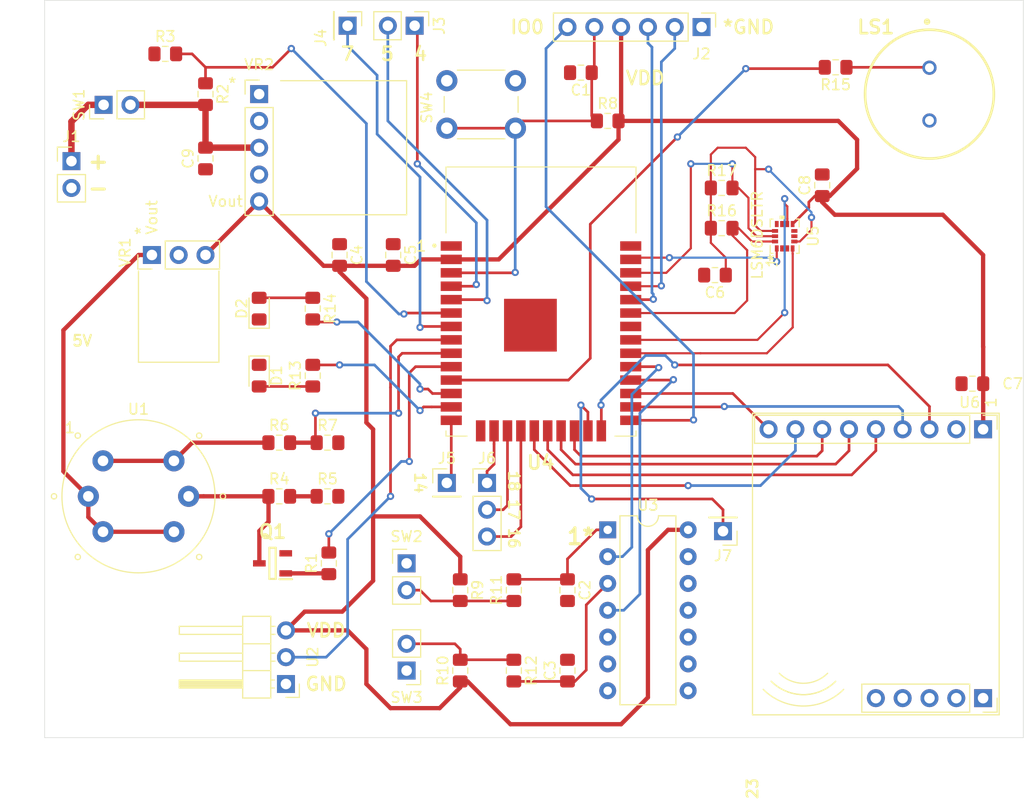
<source format=kicad_pcb>
(kicad_pcb (version 20171130) (host pcbnew "(5.1.5)-3")

  (general
    (thickness 1.6)
    (drawings 18)
    (tracks 377)
    (zones 0)
    (modules 49)
    (nets 65)
  )

  (page A4)
  (layers
    (0 F.Cu signal)
    (31 B.Cu signal)
    (32 B.Adhes user)
    (33 F.Adhes user)
    (34 B.Paste user)
    (35 F.Paste user)
    (36 B.SilkS user)
    (37 F.SilkS user)
    (38 B.Mask user)
    (39 F.Mask user)
    (40 Dwgs.User user)
    (41 Cmts.User user)
    (42 Eco1.User user)
    (43 Eco2.User user)
    (44 Edge.Cuts user)
    (45 Margin user)
    (46 B.CrtYd user)
    (47 F.CrtYd user)
    (48 B.Fab user)
    (49 F.Fab user)
  )

  (setup
    (last_trace_width 0.254)
    (user_trace_width 0.2032)
    (user_trace_width 0.254)
    (user_trace_width 0.4064)
    (user_trace_width 0.6096)
    (trace_clearance 0.2032)
    (zone_clearance 0.508)
    (zone_45_only no)
    (trace_min 0.2032)
    (via_size 0.6858)
    (via_drill 0.3302)
    (via_min_size 0.6858)
    (via_min_drill 0.3302)
    (uvia_size 0.6858)
    (uvia_drill 0.3302)
    (uvias_allowed no)
    (uvia_min_size 0.6858)
    (uvia_min_drill 0.3302)
    (edge_width 0.05)
    (segment_width 0.2)
    (pcb_text_width 0.3)
    (pcb_text_size 1.5 1.5)
    (mod_edge_width 0.12)
    (mod_text_size 1 1)
    (mod_text_width 0.15)
    (pad_size 1.524 1.524)
    (pad_drill 0.762)
    (pad_to_mask_clearance 0.0508)
    (solder_mask_min_width 0.1016)
    (aux_axis_origin 0 0)
    (visible_elements 7FFFFFFF)
    (pcbplotparams
      (layerselection 0x010fc_ffffffff)
      (usegerberextensions false)
      (usegerberattributes false)
      (usegerberadvancedattributes false)
      (creategerberjobfile false)
      (excludeedgelayer true)
      (linewidth 0.100000)
      (plotframeref false)
      (viasonmask false)
      (mode 1)
      (useauxorigin false)
      (hpglpennumber 1)
      (hpglpenspeed 20)
      (hpglpendiameter 15.000000)
      (psnegative false)
      (psa4output false)
      (plotreference true)
      (plotvalue true)
      (plotinvisibletext false)
      (padsonsilk false)
      (subtractmaskfromsilk false)
      (outputformat 1)
      (mirror false)
      (drillshape 1)
      (scaleselection 1)
      (outputdirectory ""))
  )

  (net 0 "")
  (net 1 GND)
  (net 2 EN)
  (net 3 "Net-(C2-Pad1)")
  (net 4 "Net-(C3-Pad1)")
  (net 5 +3V3)
  (net 6 "Net-(C6-Pad1)")
  (net 7 "Net-(D1-Pad2)")
  (net 8 "Net-(D2-Pad2)")
  (net 9 "Net-(J1-Pad1)")
  (net 10 TX)
  (net 11 RX)
  (net 12 GPIO0)
  (net 13 P5)
  (net 14 P4)
  (net 15 P7)
  (net 16 P14)
  (net 17 P16)
  (net 18 P17)
  (net 19 P18)
  (net 20 P23)
  (net 21 "Net-(LS1-Pad1)")
  (net 22 "Net-(Q1-Pad3)")
  (net 23 "Net-(Q1-Pad1)")
  (net 24 GPIO25_GAS)
  (net 25 ADC1_CH6_BAT)
  (net 26 "Net-(R4-Pad2)")
  (net 27 ADC1_CH5_GAS)
  (net 28 "Net-(R6-Pad1)")
  (net 29 "Net-(R11-Pad1)")
  (net 30 "Net-(R10-Pad2)")
  (net 31 GPIO14_LED)
  (net 32 GPIO27_LED)
  (net 33 GPIO26_BUZZ)
  (net 34 SDA)
  (net 35 SCL)
  (net 36 +5V)
  (net 37 ADC1_CH4_PULSE)
  (net 38 "Net-(U3-Pad8)")
  (net 39 GPIO5_SW)
  (net 40 "Net-(U3-Pad10)")
  (net 41 GPIO17_SW)
  (net 42 "Net-(U3-Pad12)")
  (net 43 "Net-(U3-Pad6)")
  (net 44 SDO)
  (net 45 "Net-(U4-Pad32)")
  (net 46 GPIO19_ACC)
  (net 47 GPIO18_ACC)
  (net 48 GPIO16_LORA)
  (net 49 GPIO4_LORA)
  (net 50 GPIO2_LORA)
  (net 51 SPI_MOSI)
  (net 52 SPI_MISO)
  (net 53 SPI_SCK)
  (net 54 SPI_CS)
  (net 55 "Net-(U5-Pad11)")
  (net 56 "Net-(U5-Pad10)")
  (net 57 "Net-(U6-Pad11)")
  (net 58 "Net-(U6-Pad14)")
  (net 59 "Net-(U6-Pad12)")
  (net 60 "Net-(U6-Pad10)")
  (net 61 "Net-(U6-Pad13)")
  (net 62 "Net-(VR2-Pad2)")
  (net 63 "Net-(VR2-Pad1)")
  (net 64 "Net-(C9-Pad2)")

  (net_class Default "This is the default net class."
    (clearance 0.2032)
    (trace_width 0.2032)
    (via_dia 0.6858)
    (via_drill 0.3302)
    (uvia_dia 0.6858)
    (uvia_drill 0.3302)
    (diff_pair_width 0.2032)
    (diff_pair_gap 0.25)
    (add_net +3V3)
    (add_net +5V)
    (add_net ADC1_CH4_PULSE)
    (add_net ADC1_CH5_GAS)
    (add_net ADC1_CH6_BAT)
    (add_net EN)
    (add_net GND)
    (add_net GPIO0)
    (add_net GPIO14_LED)
    (add_net GPIO16_LORA)
    (add_net GPIO17_SW)
    (add_net GPIO18_ACC)
    (add_net GPIO19_ACC)
    (add_net GPIO25_GAS)
    (add_net GPIO26_BUZZ)
    (add_net GPIO27_LED)
    (add_net GPIO2_LORA)
    (add_net GPIO4_LORA)
    (add_net GPIO5_SW)
    (add_net "Net-(C2-Pad1)")
    (add_net "Net-(C3-Pad1)")
    (add_net "Net-(C6-Pad1)")
    (add_net "Net-(C9-Pad2)")
    (add_net "Net-(D1-Pad2)")
    (add_net "Net-(D2-Pad2)")
    (add_net "Net-(J1-Pad1)")
    (add_net "Net-(LS1-Pad1)")
    (add_net "Net-(Q1-Pad1)")
    (add_net "Net-(Q1-Pad3)")
    (add_net "Net-(R10-Pad2)")
    (add_net "Net-(R11-Pad1)")
    (add_net "Net-(R4-Pad2)")
    (add_net "Net-(R6-Pad1)")
    (add_net "Net-(U3-Pad10)")
    (add_net "Net-(U3-Pad12)")
    (add_net "Net-(U3-Pad6)")
    (add_net "Net-(U3-Pad8)")
    (add_net "Net-(U4-Pad32)")
    (add_net "Net-(U5-Pad10)")
    (add_net "Net-(U5-Pad11)")
    (add_net "Net-(U6-Pad10)")
    (add_net "Net-(U6-Pad11)")
    (add_net "Net-(U6-Pad12)")
    (add_net "Net-(U6-Pad13)")
    (add_net "Net-(U6-Pad14)")
    (add_net "Net-(VR2-Pad1)")
    (add_net "Net-(VR2-Pad2)")
    (add_net P14)
    (add_net P16)
    (add_net P17)
    (add_net P18)
    (add_net P23)
    (add_net P4)
    (add_net P5)
    (add_net P7)
    (add_net RX)
    (add_net SCL)
    (add_net SDA)
    (add_net SDO)
    (add_net SPI_CS)
    (add_net SPI_MISO)
    (add_net SPI_MOSI)
    (add_net SPI_SCK)
    (add_net TX)
  )

  (module noggin:RFM9x (layer F.Cu) (tedit 62204D58) (tstamp 62205F16)
    (at 215.9 97.79 270)
    (path /621C1E3B)
    (fp_text reference U6 (at -2.54 1.27) (layer F.SilkS)
      (effects (font (size 1 1) (thickness 0.15)))
    )
    (fp_text value RFM9-LoRa-Radio (at 0 23 90) (layer F.Fab)
      (effects (font (size 1 1) (thickness 0.15)))
    )
    (fp_text user 1 (at -2.54 -0.762 90) (layer F.SilkS)
      (effects (font (size 1 1) (thickness 0.15)))
    )
    (fp_arc (start 20.828 17.018) (end 23.113999 19.303999) (angle -90) (layer F.SilkS) (width 0.12))
    (fp_arc (start 20.828 17.018) (end 24.637999 20.827999) (angle -90) (layer F.SilkS) (width 0.12))
    (fp_arc (start 20.828 17.018) (end 23.875999 20.065999) (angle -90) (layer F.SilkS) (width 0.12))
    (fp_arc (start 20.828 17.018) (end 23.875999 20.065999) (angle -90) (layer F.SilkS) (width 0.12))
    (fp_line (start 27.051 21.844) (end -1.524 21.844) (layer F.SilkS) (width 0.12))
    (fp_line (start 27.051 -1.524) (end 27.051 21.844) (layer F.SilkS) (width 0.12))
    (fp_line (start -1.524 -1.524) (end 27.051 -1.524) (layer F.SilkS) (width 0.12))
    (fp_line (start -1.524 21.844) (end -1.524 -1.524) (layer F.SilkS) (width 0.12))
    (fp_line (start 24.14 1.27) (end 26.8 1.27) (layer F.SilkS) (width 0.12))
    (fp_line (start 24.14 1.27) (end 24.14 11.49) (layer F.SilkS) (width 0.12))
    (fp_line (start 24.2 11.43) (end 24.2 -1.27) (layer F.Fab) (width 0.1))
    (fp_line (start 26.8 -1.33) (end 26.8 0) (layer F.SilkS) (width 0.12))
    (fp_line (start 24.2 -1.27) (end 26.105 -1.27) (layer F.Fab) (width 0.1))
    (fp_line (start 26.74 -0.635) (end 26.74 11.43) (layer F.Fab) (width 0.1))
    (fp_line (start 23.67 -1.8) (end 27.22 -1.8) (layer F.CrtYd) (width 0.05))
    (fp_line (start 24.14 11.49) (end 26.8 11.49) (layer F.SilkS) (width 0.12))
    (fp_line (start 27.22 11.9) (end 23.67 11.9) (layer F.CrtYd) (width 0.05))
    (fp_line (start 25.47 -1.33) (end 26.8 -1.33) (layer F.SilkS) (width 0.12))
    (fp_line (start 26.74 11.43) (end 24.2 11.43) (layer F.Fab) (width 0.1))
    (fp_line (start 26.8 1.27) (end 26.8 11.49) (layer F.SilkS) (width 0.12))
    (fp_line (start 23.67 11.9) (end 23.67 -1.8) (layer F.CrtYd) (width 0.05))
    (fp_line (start 27.22 -1.8) (end 27.22 11.9) (layer F.CrtYd) (width 0.05))
    (fp_line (start 26.105 -1.27) (end 26.74 -0.635) (layer F.Fab) (width 0.1))
    (fp_text user %R (at 0 10) (layer F.Fab)
      (effects (font (size 1 1) (thickness 0.15)))
    )
    (fp_line (start -0.635 -1.27) (end 1.27 -1.27) (layer F.Fab) (width 0.1))
    (fp_line (start -1.27 21.59) (end -1.27 -0.635) (layer F.Fab) (width 0.1))
    (fp_line (start -1.33 1.27) (end -1.33 21.65) (layer F.SilkS) (width 0.12))
    (fp_line (start 1.27 -1.27) (end 1.27 21.59) (layer F.Fab) (width 0.1))
    (fp_line (start -1.27 -0.635) (end -0.635 -1.27) (layer F.Fab) (width 0.1))
    (fp_line (start -1.33 -1.33) (end 0 -1.33) (layer F.SilkS) (width 0.12))
    (fp_line (start -1.8 22.1) (end 1.8 22.1) (layer F.CrtYd) (width 0.05))
    (fp_line (start 1.33 1.27) (end 1.33 21.65) (layer F.SilkS) (width 0.12))
    (fp_line (start -1.33 1.27) (end 1.33 1.27) (layer F.SilkS) (width 0.12))
    (fp_line (start -1.33 0) (end -1.33 -1.33) (layer F.SilkS) (width 0.12))
    (fp_line (start 1.8 22.1) (end 1.8 -1.8) (layer F.CrtYd) (width 0.05))
    (fp_line (start 1.8 -1.8) (end -1.8 -1.8) (layer F.CrtYd) (width 0.05))
    (fp_line (start -1.8 -1.8) (end -1.8 22.1) (layer F.CrtYd) (width 0.05))
    (fp_line (start 1.27 21.59) (end -1.27 21.59) (layer F.Fab) (width 0.1))
    (fp_line (start -1.33 21.65) (end 1.33 21.65) (layer F.SilkS) (width 0.12))
    (pad 13 thru_hole oval (at 25.47 2.54 270) (size 1.7 1.7) (drill 1) (layers *.Cu *.Mask)
      (net 61 "Net-(U6-Pad13)"))
    (pad 10 thru_hole oval (at 25.47 10.16 270) (size 1.7 1.7) (drill 1) (layers *.Cu *.Mask)
      (net 60 "Net-(U6-Pad10)"))
    (pad 12 thru_hole oval (at 25.47 5.08 270) (size 1.7 1.7) (drill 1) (layers *.Cu *.Mask)
      (net 59 "Net-(U6-Pad12)"))
    (pad 14 thru_hole rect (at 25.47 0 270) (size 1.7 1.7) (drill 1) (layers *.Cu *.Mask)
      (net 58 "Net-(U6-Pad14)"))
    (pad 11 thru_hole oval (at 25.47 7.62 270) (size 1.7 1.7) (drill 1) (layers *.Cu *.Mask)
      (net 57 "Net-(U6-Pad11)"))
    (pad 4 thru_hole oval (at 0 7.62 270) (size 1.7 1.7) (drill 1) (layers *.Cu *.Mask)
      (net 49 GPIO4_LORA))
    (pad 7 thru_hole oval (at 0 15.24 270) (size 1.7 1.7) (drill 1) (layers *.Cu *.Mask)
      (net 51 SPI_MOSI))
    (pad 3 thru_hole oval (at 0 5.08 270) (size 1.7 1.7) (drill 1) (layers *.Cu *.Mask)
      (net 50 GPIO2_LORA))
    (pad 2 thru_hole oval (at 0 2.54 270) (size 1.7 1.7) (drill 1) (layers *.Cu *.Mask)
      (net 1 GND))
    (pad 8 thru_hole oval (at 0 17.78 270) (size 1.7 1.7) (drill 1) (layers *.Cu *.Mask)
      (net 54 SPI_CS))
    (pad 9 thru_hole oval (at 0 20.32 270) (size 1.7 1.7) (drill 1) (layers *.Cu *.Mask)
      (net 48 GPIO16_LORA))
    (pad 1 thru_hole rect (at 0 0 270) (size 1.7 1.7) (drill 1) (layers *.Cu *.Mask)
      (net 5 +3V3))
    (pad 6 thru_hole oval (at 0 12.7 270) (size 1.7 1.7) (drill 1) (layers *.Cu *.Mask)
      (net 52 SPI_MISO))
    (pad 5 thru_hole oval (at 0 10.16 270) (size 1.7 1.7) (drill 1) (layers *.Cu *.Mask)
      (net 53 SPI_SCK))
  )

  (module noggin:U1V10F5-VR (layer F.Cu) (tedit 62205AA3) (tstamp 62203FF5)
    (at 137.16 81.28 90)
    (path /621A437E)
    (fp_text reference VR1 (at 0.254 -2.54 90) (layer F.SilkS)
      (effects (font (size 1 1) (thickness 0.15)))
    )
    (fp_text value U1V10F5 (at -2.794 7.62 90) (layer F.Fab)
      (effects (font (size 1 1) (thickness 0.15)))
    )
    (fp_text user * (at 2.286 -1.016 90) (layer F.SilkS)
      (effects (font (size 1 1) (thickness 0.15)))
    )
    (fp_text user Vout (at 3.556 0 90) (layer F.SilkS)
      (effects (font (size 1 1) (thickness 0.15)))
    )
    (fp_line (start -10.16 6.35) (end -1.524 6.35) (layer F.SilkS) (width 0.12))
    (fp_line (start -10.16 -1.27) (end -10.16 6.35) (layer F.SilkS) (width 0.12))
    (fp_line (start -1.524 -1.27) (end -10.16 -1.27) (layer F.SilkS) (width 0.12))
    (fp_text user %R (at 0 2.54 180) (layer F.Fab)
      (effects (font (size 1 1) (thickness 0.15)))
    )
    (fp_line (start -1.33 1.27) (end 1.33 1.27) (layer F.SilkS) (width 0.12))
    (fp_line (start -1.33 -1.33) (end 0 -1.33) (layer F.SilkS) (width 0.12))
    (fp_line (start 1.8 -1.8) (end -1.8 -1.8) (layer F.CrtYd) (width 0.05))
    (fp_line (start 1.8 6.85) (end 1.8 -1.8) (layer F.CrtYd) (width 0.05))
    (fp_line (start 1.33 1.27) (end 1.33 6.41) (layer F.SilkS) (width 0.12))
    (fp_line (start -1.8 6.85) (end 1.8 6.85) (layer F.CrtYd) (width 0.05))
    (fp_line (start -1.33 0) (end -1.33 -1.33) (layer F.SilkS) (width 0.12))
    (fp_line (start -1.8 -1.8) (end -1.8 6.85) (layer F.CrtYd) (width 0.05))
    (fp_line (start 1.27 -1.27) (end 1.27 6.35) (layer F.Fab) (width 0.1))
    (fp_line (start 1.27 6.35) (end -1.27 6.35) (layer F.Fab) (width 0.1))
    (fp_line (start -0.635 -1.27) (end 1.27 -1.27) (layer F.Fab) (width 0.1))
    (fp_line (start -1.27 -0.635) (end -0.635 -1.27) (layer F.Fab) (width 0.1))
    (fp_line (start -1.33 1.27) (end -1.33 6.41) (layer F.SilkS) (width 0.12))
    (fp_line (start -1.27 6.35) (end -1.27 -0.635) (layer F.Fab) (width 0.1))
    (fp_line (start -1.33 6.41) (end 1.33 6.41) (layer F.SilkS) (width 0.12))
    (pad 3 thru_hole oval (at 0 5.08 90) (size 1.7 1.7) (drill 1) (layers *.Cu *.Mask)
      (net 5 +3V3))
    (pad 1 thru_hole rect (at 0 0 90) (size 1.7 1.7) (drill 1) (layers *.Cu *.Mask)
      (net 36 +5V))
    (pad 2 thru_hole oval (at 0 2.54 90) (size 1.7 1.7) (drill 1) (layers *.Cu *.Mask)
      (net 1 GND))
  )

  (module Capacitor_SMD:C_0805_2012Metric_Pad1.15x1.40mm_HandSolder (layer F.Cu) (tedit 5B36C52B) (tstamp 62203B40)
    (at 177.8 64.008 180)
    (descr "Capacitor SMD 0805 (2012 Metric), square (rectangular) end terminal, IPC_7351 nominal with elongated pad for handsoldering. (Body size source: https://docs.google.com/spreadsheets/d/1BsfQQcO9C6DZCsRaXUlFlo91Tg2WpOkGARC1WS5S8t0/edit?usp=sharing), generated with kicad-footprint-generator")
    (tags "capacitor handsolder")
    (path /6221322F)
    (attr smd)
    (fp_text reference C1 (at 0 -1.65) (layer F.SilkS)
      (effects (font (size 1 1) (thickness 0.15)))
    )
    (fp_text value 1uF (at 0 1.65) (layer F.Fab)
      (effects (font (size 1 1) (thickness 0.15)))
    )
    (fp_text user %R (at 0 0) (layer F.Fab)
      (effects (font (size 0.5 0.5) (thickness 0.08)))
    )
    (fp_line (start 1.85 0.95) (end -1.85 0.95) (layer F.CrtYd) (width 0.05))
    (fp_line (start 1.85 -0.95) (end 1.85 0.95) (layer F.CrtYd) (width 0.05))
    (fp_line (start -1.85 -0.95) (end 1.85 -0.95) (layer F.CrtYd) (width 0.05))
    (fp_line (start -1.85 0.95) (end -1.85 -0.95) (layer F.CrtYd) (width 0.05))
    (fp_line (start -0.261252 0.71) (end 0.261252 0.71) (layer F.SilkS) (width 0.12))
    (fp_line (start -0.261252 -0.71) (end 0.261252 -0.71) (layer F.SilkS) (width 0.12))
    (fp_line (start 1 0.6) (end -1 0.6) (layer F.Fab) (width 0.1))
    (fp_line (start 1 -0.6) (end 1 0.6) (layer F.Fab) (width 0.1))
    (fp_line (start -1 -0.6) (end 1 -0.6) (layer F.Fab) (width 0.1))
    (fp_line (start -1 0.6) (end -1 -0.6) (layer F.Fab) (width 0.1))
    (pad 2 smd roundrect (at 1.025 0 180) (size 1.15 1.4) (layers F.Cu F.Paste F.Mask) (roundrect_rratio 0.217391)
      (net 1 GND))
    (pad 1 smd roundrect (at -1.025 0 180) (size 1.15 1.4) (layers F.Cu F.Paste F.Mask) (roundrect_rratio 0.217391)
      (net 2 EN))
    (model ${KISYS3DMOD}/Capacitor_SMD.3dshapes/C_0805_2012Metric.wrl
      (at (xyz 0 0 0))
      (scale (xyz 1 1 1))
      (rotate (xyz 0 0 0))
    )
  )

  (module Capacitor_SMD:C_0805_2012Metric_Pad1.15x1.40mm_HandSolder (layer F.Cu) (tedit 5B36C52B) (tstamp 62203B51)
    (at 176.53 113.03 270)
    (descr "Capacitor SMD 0805 (2012 Metric), square (rectangular) end terminal, IPC_7351 nominal with elongated pad for handsoldering. (Body size source: https://docs.google.com/spreadsheets/d/1BsfQQcO9C6DZCsRaXUlFlo91Tg2WpOkGARC1WS5S8t0/edit?usp=sharing), generated with kicad-footprint-generator")
    (tags "capacitor handsolder")
    (path /621F1B60)
    (attr smd)
    (fp_text reference C2 (at 0 -1.65 90) (layer F.SilkS)
      (effects (font (size 1 1) (thickness 0.15)))
    )
    (fp_text value 0.1uF (at 0 1.65 90) (layer F.Fab)
      (effects (font (size 1 1) (thickness 0.15)))
    )
    (fp_line (start -1 0.6) (end -1 -0.6) (layer F.Fab) (width 0.1))
    (fp_line (start -1 -0.6) (end 1 -0.6) (layer F.Fab) (width 0.1))
    (fp_line (start 1 -0.6) (end 1 0.6) (layer F.Fab) (width 0.1))
    (fp_line (start 1 0.6) (end -1 0.6) (layer F.Fab) (width 0.1))
    (fp_line (start -0.261252 -0.71) (end 0.261252 -0.71) (layer F.SilkS) (width 0.12))
    (fp_line (start -0.261252 0.71) (end 0.261252 0.71) (layer F.SilkS) (width 0.12))
    (fp_line (start -1.85 0.95) (end -1.85 -0.95) (layer F.CrtYd) (width 0.05))
    (fp_line (start -1.85 -0.95) (end 1.85 -0.95) (layer F.CrtYd) (width 0.05))
    (fp_line (start 1.85 -0.95) (end 1.85 0.95) (layer F.CrtYd) (width 0.05))
    (fp_line (start 1.85 0.95) (end -1.85 0.95) (layer F.CrtYd) (width 0.05))
    (fp_text user %R (at 0 0 90) (layer F.Fab)
      (effects (font (size 0.5 0.5) (thickness 0.08)))
    )
    (pad 1 smd roundrect (at -1.025 0 270) (size 1.15 1.4) (layers F.Cu F.Paste F.Mask) (roundrect_rratio 0.217391)
      (net 3 "Net-(C2-Pad1)"))
    (pad 2 smd roundrect (at 1.025 0 270) (size 1.15 1.4) (layers F.Cu F.Paste F.Mask) (roundrect_rratio 0.217391)
      (net 1 GND))
    (model ${KISYS3DMOD}/Capacitor_SMD.3dshapes/C_0805_2012Metric.wrl
      (at (xyz 0 0 0))
      (scale (xyz 1 1 1))
      (rotate (xyz 0 0 0))
    )
  )

  (module Capacitor_SMD:C_0805_2012Metric_Pad1.15x1.40mm_HandSolder (layer F.Cu) (tedit 5B36C52B) (tstamp 62203B62)
    (at 176.53 120.65 90)
    (descr "Capacitor SMD 0805 (2012 Metric), square (rectangular) end terminal, IPC_7351 nominal with elongated pad for handsoldering. (Body size source: https://docs.google.com/spreadsheets/d/1BsfQQcO9C6DZCsRaXUlFlo91Tg2WpOkGARC1WS5S8t0/edit?usp=sharing), generated with kicad-footprint-generator")
    (tags "capacitor handsolder")
    (path /621F2F4E)
    (attr smd)
    (fp_text reference C3 (at 0 -1.65 90) (layer F.SilkS)
      (effects (font (size 1 1) (thickness 0.15)))
    )
    (fp_text value 0.1uF (at 0 1.65 90) (layer F.Fab)
      (effects (font (size 1 1) (thickness 0.15)))
    )
    (fp_line (start -1 0.6) (end -1 -0.6) (layer F.Fab) (width 0.1))
    (fp_line (start -1 -0.6) (end 1 -0.6) (layer F.Fab) (width 0.1))
    (fp_line (start 1 -0.6) (end 1 0.6) (layer F.Fab) (width 0.1))
    (fp_line (start 1 0.6) (end -1 0.6) (layer F.Fab) (width 0.1))
    (fp_line (start -0.261252 -0.71) (end 0.261252 -0.71) (layer F.SilkS) (width 0.12))
    (fp_line (start -0.261252 0.71) (end 0.261252 0.71) (layer F.SilkS) (width 0.12))
    (fp_line (start -1.85 0.95) (end -1.85 -0.95) (layer F.CrtYd) (width 0.05))
    (fp_line (start -1.85 -0.95) (end 1.85 -0.95) (layer F.CrtYd) (width 0.05))
    (fp_line (start 1.85 -0.95) (end 1.85 0.95) (layer F.CrtYd) (width 0.05))
    (fp_line (start 1.85 0.95) (end -1.85 0.95) (layer F.CrtYd) (width 0.05))
    (fp_text user %R (at 0 0 90) (layer F.Fab)
      (effects (font (size 0.5 0.5) (thickness 0.08)))
    )
    (pad 1 smd roundrect (at -1.025 0 90) (size 1.15 1.4) (layers F.Cu F.Paste F.Mask) (roundrect_rratio 0.217391)
      (net 4 "Net-(C3-Pad1)"))
    (pad 2 smd roundrect (at 1.025 0 90) (size 1.15 1.4) (layers F.Cu F.Paste F.Mask) (roundrect_rratio 0.217391)
      (net 1 GND))
    (model ${KISYS3DMOD}/Capacitor_SMD.3dshapes/C_0805_2012Metric.wrl
      (at (xyz 0 0 0))
      (scale (xyz 1 1 1))
      (rotate (xyz 0 0 0))
    )
  )

  (module Capacitor_SMD:C_0805_2012Metric_Pad1.15x1.40mm_HandSolder (layer F.Cu) (tedit 5B36C52B) (tstamp 62203B73)
    (at 154.94 81.28 270)
    (descr "Capacitor SMD 0805 (2012 Metric), square (rectangular) end terminal, IPC_7351 nominal with elongated pad for handsoldering. (Body size source: https://docs.google.com/spreadsheets/d/1BsfQQcO9C6DZCsRaXUlFlo91Tg2WpOkGARC1WS5S8t0/edit?usp=sharing), generated with kicad-footprint-generator")
    (tags "capacitor handsolder")
    (path /621F0155)
    (attr smd)
    (fp_text reference C4 (at 0 -1.65 90) (layer F.SilkS)
      (effects (font (size 1 1) (thickness 0.15)))
    )
    (fp_text value 10uF (at 0 1.65 90) (layer F.Fab)
      (effects (font (size 1 1) (thickness 0.15)))
    )
    (fp_text user %R (at 0 0 90) (layer F.Fab)
      (effects (font (size 0.5 0.5) (thickness 0.08)))
    )
    (fp_line (start 1.85 0.95) (end -1.85 0.95) (layer F.CrtYd) (width 0.05))
    (fp_line (start 1.85 -0.95) (end 1.85 0.95) (layer F.CrtYd) (width 0.05))
    (fp_line (start -1.85 -0.95) (end 1.85 -0.95) (layer F.CrtYd) (width 0.05))
    (fp_line (start -1.85 0.95) (end -1.85 -0.95) (layer F.CrtYd) (width 0.05))
    (fp_line (start -0.261252 0.71) (end 0.261252 0.71) (layer F.SilkS) (width 0.12))
    (fp_line (start -0.261252 -0.71) (end 0.261252 -0.71) (layer F.SilkS) (width 0.12))
    (fp_line (start 1 0.6) (end -1 0.6) (layer F.Fab) (width 0.1))
    (fp_line (start 1 -0.6) (end 1 0.6) (layer F.Fab) (width 0.1))
    (fp_line (start -1 -0.6) (end 1 -0.6) (layer F.Fab) (width 0.1))
    (fp_line (start -1 0.6) (end -1 -0.6) (layer F.Fab) (width 0.1))
    (pad 2 smd roundrect (at 1.025 0 270) (size 1.15 1.4) (layers F.Cu F.Paste F.Mask) (roundrect_rratio 0.217391)
      (net 5 +3V3))
    (pad 1 smd roundrect (at -1.025 0 270) (size 1.15 1.4) (layers F.Cu F.Paste F.Mask) (roundrect_rratio 0.217391)
      (net 1 GND))
    (model ${KISYS3DMOD}/Capacitor_SMD.3dshapes/C_0805_2012Metric.wrl
      (at (xyz 0 0 0))
      (scale (xyz 1 1 1))
      (rotate (xyz 0 0 0))
    )
  )

  (module Capacitor_SMD:C_0805_2012Metric_Pad1.15x1.40mm_HandSolder (layer F.Cu) (tedit 5B36C52B) (tstamp 62203B84)
    (at 160.02 81.28 270)
    (descr "Capacitor SMD 0805 (2012 Metric), square (rectangular) end terminal, IPC_7351 nominal with elongated pad for handsoldering. (Body size source: https://docs.google.com/spreadsheets/d/1BsfQQcO9C6DZCsRaXUlFlo91Tg2WpOkGARC1WS5S8t0/edit?usp=sharing), generated with kicad-footprint-generator")
    (tags "capacitor handsolder")
    (path /621E55A2)
    (attr smd)
    (fp_text reference C5 (at 0 -1.65 90) (layer F.SilkS)
      (effects (font (size 1 1) (thickness 0.15)))
    )
    (fp_text value 0.1uF (at 0 1.65 90) (layer F.Fab)
      (effects (font (size 1 1) (thickness 0.15)))
    )
    (fp_text user %R (at 0 0 90) (layer F.Fab)
      (effects (font (size 0.5 0.5) (thickness 0.08)))
    )
    (fp_line (start 1.85 0.95) (end -1.85 0.95) (layer F.CrtYd) (width 0.05))
    (fp_line (start 1.85 -0.95) (end 1.85 0.95) (layer F.CrtYd) (width 0.05))
    (fp_line (start -1.85 -0.95) (end 1.85 -0.95) (layer F.CrtYd) (width 0.05))
    (fp_line (start -1.85 0.95) (end -1.85 -0.95) (layer F.CrtYd) (width 0.05))
    (fp_line (start -0.261252 0.71) (end 0.261252 0.71) (layer F.SilkS) (width 0.12))
    (fp_line (start -0.261252 -0.71) (end 0.261252 -0.71) (layer F.SilkS) (width 0.12))
    (fp_line (start 1 0.6) (end -1 0.6) (layer F.Fab) (width 0.1))
    (fp_line (start 1 -0.6) (end 1 0.6) (layer F.Fab) (width 0.1))
    (fp_line (start -1 -0.6) (end 1 -0.6) (layer F.Fab) (width 0.1))
    (fp_line (start -1 0.6) (end -1 -0.6) (layer F.Fab) (width 0.1))
    (pad 2 smd roundrect (at 1.025 0 270) (size 1.15 1.4) (layers F.Cu F.Paste F.Mask) (roundrect_rratio 0.217391)
      (net 5 +3V3))
    (pad 1 smd roundrect (at -1.025 0 270) (size 1.15 1.4) (layers F.Cu F.Paste F.Mask) (roundrect_rratio 0.217391)
      (net 1 GND))
    (model ${KISYS3DMOD}/Capacitor_SMD.3dshapes/C_0805_2012Metric.wrl
      (at (xyz 0 0 0))
      (scale (xyz 1 1 1))
      (rotate (xyz 0 0 0))
    )
  )

  (module Capacitor_SMD:C_0805_2012Metric_Pad1.15x1.40mm_HandSolder (layer F.Cu) (tedit 5B36C52B) (tstamp 622075A6)
    (at 190.5 83.185 180)
    (descr "Capacitor SMD 0805 (2012 Metric), square (rectangular) end terminal, IPC_7351 nominal with elongated pad for handsoldering. (Body size source: https://docs.google.com/spreadsheets/d/1BsfQQcO9C6DZCsRaXUlFlo91Tg2WpOkGARC1WS5S8t0/edit?usp=sharing), generated with kicad-footprint-generator")
    (tags "capacitor handsolder")
    (path /62203F11)
    (attr smd)
    (fp_text reference C6 (at 0 -1.65) (layer F.SilkS)
      (effects (font (size 1 1) (thickness 0.15)))
    )
    (fp_text value "100 nF" (at 0 1.65) (layer F.Fab)
      (effects (font (size 1 1) (thickness 0.15)))
    )
    (fp_text user %R (at 0 0) (layer F.Fab)
      (effects (font (size 0.5 0.5) (thickness 0.08)))
    )
    (fp_line (start 1.85 0.95) (end -1.85 0.95) (layer F.CrtYd) (width 0.05))
    (fp_line (start 1.85 -0.95) (end 1.85 0.95) (layer F.CrtYd) (width 0.05))
    (fp_line (start -1.85 -0.95) (end 1.85 -0.95) (layer F.CrtYd) (width 0.05))
    (fp_line (start -1.85 0.95) (end -1.85 -0.95) (layer F.CrtYd) (width 0.05))
    (fp_line (start -0.261252 0.71) (end 0.261252 0.71) (layer F.SilkS) (width 0.12))
    (fp_line (start -0.261252 -0.71) (end 0.261252 -0.71) (layer F.SilkS) (width 0.12))
    (fp_line (start 1 0.6) (end -1 0.6) (layer F.Fab) (width 0.1))
    (fp_line (start 1 -0.6) (end 1 0.6) (layer F.Fab) (width 0.1))
    (fp_line (start -1 -0.6) (end 1 -0.6) (layer F.Fab) (width 0.1))
    (fp_line (start -1 0.6) (end -1 -0.6) (layer F.Fab) (width 0.1))
    (pad 2 smd roundrect (at 1.025 0 180) (size 1.15 1.4) (layers F.Cu F.Paste F.Mask) (roundrect_rratio 0.217391)
      (net 1 GND))
    (pad 1 smd roundrect (at -1.025 0 180) (size 1.15 1.4) (layers F.Cu F.Paste F.Mask) (roundrect_rratio 0.217391)
      (net 6 "Net-(C6-Pad1)"))
    (model ${KISYS3DMOD}/Capacitor_SMD.3dshapes/C_0805_2012Metric.wrl
      (at (xyz 0 0 0))
      (scale (xyz 1 1 1))
      (rotate (xyz 0 0 0))
    )
  )

  (module Capacitor_SMD:C_0805_2012Metric_Pad1.15x1.40mm_HandSolder (layer F.Cu) (tedit 5B36C52B) (tstamp 62203BA6)
    (at 214.884 93.472 180)
    (descr "Capacitor SMD 0805 (2012 Metric), square (rectangular) end terminal, IPC_7351 nominal with elongated pad for handsoldering. (Body size source: https://docs.google.com/spreadsheets/d/1BsfQQcO9C6DZCsRaXUlFlo91Tg2WpOkGARC1WS5S8t0/edit?usp=sharing), generated with kicad-footprint-generator")
    (tags "capacitor handsolder")
    (path /621FB93F)
    (attr smd)
    (fp_text reference C7 (at -3.81 0) (layer F.SilkS)
      (effects (font (size 1 1) (thickness 0.15)))
    )
    (fp_text value "100 nF" (at 0 1.65) (layer F.Fab)
      (effects (font (size 1 1) (thickness 0.15)))
    )
    (fp_text user %R (at 0 0) (layer F.Fab)
      (effects (font (size 0.5 0.5) (thickness 0.08)))
    )
    (fp_line (start 1.85 0.95) (end -1.85 0.95) (layer F.CrtYd) (width 0.05))
    (fp_line (start 1.85 -0.95) (end 1.85 0.95) (layer F.CrtYd) (width 0.05))
    (fp_line (start -1.85 -0.95) (end 1.85 -0.95) (layer F.CrtYd) (width 0.05))
    (fp_line (start -1.85 0.95) (end -1.85 -0.95) (layer F.CrtYd) (width 0.05))
    (fp_line (start -0.261252 0.71) (end 0.261252 0.71) (layer F.SilkS) (width 0.12))
    (fp_line (start -0.261252 -0.71) (end 0.261252 -0.71) (layer F.SilkS) (width 0.12))
    (fp_line (start 1 0.6) (end -1 0.6) (layer F.Fab) (width 0.1))
    (fp_line (start 1 -0.6) (end 1 0.6) (layer F.Fab) (width 0.1))
    (fp_line (start -1 -0.6) (end 1 -0.6) (layer F.Fab) (width 0.1))
    (fp_line (start -1 0.6) (end -1 -0.6) (layer F.Fab) (width 0.1))
    (pad 2 smd roundrect (at 1.025 0 180) (size 1.15 1.4) (layers F.Cu F.Paste F.Mask) (roundrect_rratio 0.217391)
      (net 1 GND))
    (pad 1 smd roundrect (at -1.025 0 180) (size 1.15 1.4) (layers F.Cu F.Paste F.Mask) (roundrect_rratio 0.217391)
      (net 5 +3V3))
    (model ${KISYS3DMOD}/Capacitor_SMD.3dshapes/C_0805_2012Metric.wrl
      (at (xyz 0 0 0))
      (scale (xyz 1 1 1))
      (rotate (xyz 0 0 0))
    )
  )

  (module Capacitor_SMD:C_0805_2012Metric_Pad1.15x1.40mm_HandSolder (layer F.Cu) (tedit 5B36C52B) (tstamp 62203BB7)
    (at 200.66 74.676 90)
    (descr "Capacitor SMD 0805 (2012 Metric), square (rectangular) end terminal, IPC_7351 nominal with elongated pad for handsoldering. (Body size source: https://docs.google.com/spreadsheets/d/1BsfQQcO9C6DZCsRaXUlFlo91Tg2WpOkGARC1WS5S8t0/edit?usp=sharing), generated with kicad-footprint-generator")
    (tags "capacitor handsolder")
    (path /621FE0DC)
    (attr smd)
    (fp_text reference C8 (at 0 -1.65 90) (layer F.SilkS)
      (effects (font (size 1 1) (thickness 0.15)))
    )
    (fp_text value "100 nF" (at 0 1.65 90) (layer F.Fab)
      (effects (font (size 1 1) (thickness 0.15)))
    )
    (fp_text user %R (at 0 0 90) (layer F.Fab)
      (effects (font (size 0.5 0.5) (thickness 0.08)))
    )
    (fp_line (start 1.85 0.95) (end -1.85 0.95) (layer F.CrtYd) (width 0.05))
    (fp_line (start 1.85 -0.95) (end 1.85 0.95) (layer F.CrtYd) (width 0.05))
    (fp_line (start -1.85 -0.95) (end 1.85 -0.95) (layer F.CrtYd) (width 0.05))
    (fp_line (start -1.85 0.95) (end -1.85 -0.95) (layer F.CrtYd) (width 0.05))
    (fp_line (start -0.261252 0.71) (end 0.261252 0.71) (layer F.SilkS) (width 0.12))
    (fp_line (start -0.261252 -0.71) (end 0.261252 -0.71) (layer F.SilkS) (width 0.12))
    (fp_line (start 1 0.6) (end -1 0.6) (layer F.Fab) (width 0.1))
    (fp_line (start 1 -0.6) (end 1 0.6) (layer F.Fab) (width 0.1))
    (fp_line (start -1 -0.6) (end 1 -0.6) (layer F.Fab) (width 0.1))
    (fp_line (start -1 0.6) (end -1 -0.6) (layer F.Fab) (width 0.1))
    (pad 2 smd roundrect (at 1.025 0 90) (size 1.15 1.4) (layers F.Cu F.Paste F.Mask) (roundrect_rratio 0.217391)
      (net 1 GND))
    (pad 1 smd roundrect (at -1.025 0 90) (size 1.15 1.4) (layers F.Cu F.Paste F.Mask) (roundrect_rratio 0.217391)
      (net 5 +3V3))
    (model ${KISYS3DMOD}/Capacitor_SMD.3dshapes/C_0805_2012Metric.wrl
      (at (xyz 0 0 0))
      (scale (xyz 1 1 1))
      (rotate (xyz 0 0 0))
    )
  )

  (module LED_SMD:LED_0805_2012Metric_Pad1.15x1.40mm_HandSolder (layer F.Cu) (tedit 5B4B45C9) (tstamp 6220F7B1)
    (at 147.32 92.71 270)
    (descr "LED SMD 0805 (2012 Metric), square (rectangular) end terminal, IPC_7351 nominal, (Body size source: https://docs.google.com/spreadsheets/d/1BsfQQcO9C6DZCsRaXUlFlo91Tg2WpOkGARC1WS5S8t0/edit?usp=sharing), generated with kicad-footprint-generator")
    (tags "LED handsolder")
    (path /620D647E)
    (attr smd)
    (fp_text reference D1 (at 0 -1.65 90) (layer F.SilkS)
      (effects (font (size 1 1) (thickness 0.15)))
    )
    (fp_text value LED (at 0 1.65 90) (layer F.Fab)
      (effects (font (size 1 1) (thickness 0.15)))
    )
    (fp_text user %R (at 0 0 90) (layer F.Fab)
      (effects (font (size 0.5 0.5) (thickness 0.08)))
    )
    (fp_line (start 1.85 0.95) (end -1.85 0.95) (layer F.CrtYd) (width 0.05))
    (fp_line (start 1.85 -0.95) (end 1.85 0.95) (layer F.CrtYd) (width 0.05))
    (fp_line (start -1.85 -0.95) (end 1.85 -0.95) (layer F.CrtYd) (width 0.05))
    (fp_line (start -1.85 0.95) (end -1.85 -0.95) (layer F.CrtYd) (width 0.05))
    (fp_line (start -1.86 0.96) (end 1 0.96) (layer F.SilkS) (width 0.12))
    (fp_line (start -1.86 -0.96) (end -1.86 0.96) (layer F.SilkS) (width 0.12))
    (fp_line (start 1 -0.96) (end -1.86 -0.96) (layer F.SilkS) (width 0.12))
    (fp_line (start 1 0.6) (end 1 -0.6) (layer F.Fab) (width 0.1))
    (fp_line (start -1 0.6) (end 1 0.6) (layer F.Fab) (width 0.1))
    (fp_line (start -1 -0.3) (end -1 0.6) (layer F.Fab) (width 0.1))
    (fp_line (start -0.7 -0.6) (end -1 -0.3) (layer F.Fab) (width 0.1))
    (fp_line (start 1 -0.6) (end -0.7 -0.6) (layer F.Fab) (width 0.1))
    (pad 2 smd roundrect (at 1.025 0 270) (size 1.15 1.4) (layers F.Cu F.Paste F.Mask) (roundrect_rratio 0.217391)
      (net 7 "Net-(D1-Pad2)"))
    (pad 1 smd roundrect (at -1.025 0 270) (size 1.15 1.4) (layers F.Cu F.Paste F.Mask) (roundrect_rratio 0.217391)
      (net 1 GND))
    (model ${KISYS3DMOD}/LED_SMD.3dshapes/LED_0805_2012Metric.wrl
      (at (xyz 0 0 0))
      (scale (xyz 1 1 1))
      (rotate (xyz 0 0 0))
    )
  )

  (module LED_SMD:LED_0805_2012Metric_Pad1.15x1.40mm_HandSolder (layer F.Cu) (tedit 5B4B45C9) (tstamp 6220F77B)
    (at 147.32 86.36 90)
    (descr "LED SMD 0805 (2012 Metric), square (rectangular) end terminal, IPC_7351 nominal, (Body size source: https://docs.google.com/spreadsheets/d/1BsfQQcO9C6DZCsRaXUlFlo91Tg2WpOkGARC1WS5S8t0/edit?usp=sharing), generated with kicad-footprint-generator")
    (tags "LED handsolder")
    (path /620D5497)
    (attr smd)
    (fp_text reference D2 (at 0 -1.65 90) (layer F.SilkS)
      (effects (font (size 1 1) (thickness 0.15)))
    )
    (fp_text value LED (at 0 1.65 90) (layer F.Fab)
      (effects (font (size 1 1) (thickness 0.15)))
    )
    (fp_text user %R (at 0 0 90) (layer F.Fab)
      (effects (font (size 0.5 0.5) (thickness 0.08)))
    )
    (fp_line (start 1.85 0.95) (end -1.85 0.95) (layer F.CrtYd) (width 0.05))
    (fp_line (start 1.85 -0.95) (end 1.85 0.95) (layer F.CrtYd) (width 0.05))
    (fp_line (start -1.85 -0.95) (end 1.85 -0.95) (layer F.CrtYd) (width 0.05))
    (fp_line (start -1.85 0.95) (end -1.85 -0.95) (layer F.CrtYd) (width 0.05))
    (fp_line (start -1.86 0.96) (end 1 0.96) (layer F.SilkS) (width 0.12))
    (fp_line (start -1.86 -0.96) (end -1.86 0.96) (layer F.SilkS) (width 0.12))
    (fp_line (start 1 -0.96) (end -1.86 -0.96) (layer F.SilkS) (width 0.12))
    (fp_line (start 1 0.6) (end 1 -0.6) (layer F.Fab) (width 0.1))
    (fp_line (start -1 0.6) (end 1 0.6) (layer F.Fab) (width 0.1))
    (fp_line (start -1 -0.3) (end -1 0.6) (layer F.Fab) (width 0.1))
    (fp_line (start -0.7 -0.6) (end -1 -0.3) (layer F.Fab) (width 0.1))
    (fp_line (start 1 -0.6) (end -0.7 -0.6) (layer F.Fab) (width 0.1))
    (pad 2 smd roundrect (at 1.025 0 90) (size 1.15 1.4) (layers F.Cu F.Paste F.Mask) (roundrect_rratio 0.217391)
      (net 8 "Net-(D2-Pad2)"))
    (pad 1 smd roundrect (at -1.025 0 90) (size 1.15 1.4) (layers F.Cu F.Paste F.Mask) (roundrect_rratio 0.217391)
      (net 1 GND))
    (model ${KISYS3DMOD}/LED_SMD.3dshapes/LED_0805_2012Metric.wrl
      (at (xyz 0 0 0))
      (scale (xyz 1 1 1))
      (rotate (xyz 0 0 0))
    )
  )

  (module Connector_PinHeader_2.54mm:PinHeader_1x02_P2.54mm_Vertical (layer F.Cu) (tedit 59FED5CC) (tstamp 62203BF3)
    (at 129.54 72.39)
    (descr "Through hole straight pin header, 1x02, 2.54mm pitch, single row")
    (tags "Through hole pin header THT 1x02 2.54mm single row")
    (path /622461A7)
    (fp_text reference J1 (at 0 -2.33) (layer F.SilkS)
      (effects (font (size 1 1) (thickness 0.15)))
    )
    (fp_text value Conn_01x02_Male (at 0 4.87) (layer F.Fab)
      (effects (font (size 1 1) (thickness 0.15)))
    )
    (fp_text user %R (at 0 1.27 90) (layer F.Fab)
      (effects (font (size 1 1) (thickness 0.15)))
    )
    (fp_line (start 1.8 -1.8) (end -1.8 -1.8) (layer F.CrtYd) (width 0.05))
    (fp_line (start 1.8 4.35) (end 1.8 -1.8) (layer F.CrtYd) (width 0.05))
    (fp_line (start -1.8 4.35) (end 1.8 4.35) (layer F.CrtYd) (width 0.05))
    (fp_line (start -1.8 -1.8) (end -1.8 4.35) (layer F.CrtYd) (width 0.05))
    (fp_line (start -1.33 -1.33) (end 0 -1.33) (layer F.SilkS) (width 0.12))
    (fp_line (start -1.33 0) (end -1.33 -1.33) (layer F.SilkS) (width 0.12))
    (fp_line (start -1.33 1.27) (end 1.33 1.27) (layer F.SilkS) (width 0.12))
    (fp_line (start 1.33 1.27) (end 1.33 3.87) (layer F.SilkS) (width 0.12))
    (fp_line (start -1.33 1.27) (end -1.33 3.87) (layer F.SilkS) (width 0.12))
    (fp_line (start -1.33 3.87) (end 1.33 3.87) (layer F.SilkS) (width 0.12))
    (fp_line (start -1.27 -0.635) (end -0.635 -1.27) (layer F.Fab) (width 0.1))
    (fp_line (start -1.27 3.81) (end -1.27 -0.635) (layer F.Fab) (width 0.1))
    (fp_line (start 1.27 3.81) (end -1.27 3.81) (layer F.Fab) (width 0.1))
    (fp_line (start 1.27 -1.27) (end 1.27 3.81) (layer F.Fab) (width 0.1))
    (fp_line (start -0.635 -1.27) (end 1.27 -1.27) (layer F.Fab) (width 0.1))
    (pad 2 thru_hole oval (at 0 2.54) (size 1.7 1.7) (drill 1) (layers *.Cu *.Mask)
      (net 1 GND))
    (pad 1 thru_hole rect (at 0 0) (size 1.7 1.7) (drill 1) (layers *.Cu *.Mask)
      (net 9 "Net-(J1-Pad1)"))
    (model ${KISYS3DMOD}/Connector_PinHeader_2.54mm.3dshapes/PinHeader_1x02_P2.54mm_Vertical.wrl
      (at (xyz 0 0 0))
      (scale (xyz 1 1 1))
      (rotate (xyz 0 0 0))
    )
  )

  (module Connector_PinHeader_2.54mm:PinHeader_1x06_P2.54mm_Vertical (layer F.Cu) (tedit 59FED5CC) (tstamp 6220B727)
    (at 189.23 59.69 270)
    (descr "Through hole straight pin header, 1x06, 2.54mm pitch, single row")
    (tags "Through hole pin header THT 1x06 2.54mm single row")
    (path /6232A885)
    (fp_text reference J2 (at 2.54 0 180) (layer F.SilkS)
      (effects (font (size 1 1) (thickness 0.15)))
    )
    (fp_text value Conn_01x06 (at 2.54 6.35 180) (layer F.Fab)
      (effects (font (size 1 1) (thickness 0.15)))
    )
    (fp_text user %R (at 0 6.35) (layer F.Fab)
      (effects (font (size 1 1) (thickness 0.15)))
    )
    (fp_line (start 1.8 -1.8) (end -1.8 -1.8) (layer F.CrtYd) (width 0.05))
    (fp_line (start 1.8 14.5) (end 1.8 -1.8) (layer F.CrtYd) (width 0.05))
    (fp_line (start -1.8 14.5) (end 1.8 14.5) (layer F.CrtYd) (width 0.05))
    (fp_line (start -1.8 -1.8) (end -1.8 14.5) (layer F.CrtYd) (width 0.05))
    (fp_line (start -1.33 -1.33) (end 0 -1.33) (layer F.SilkS) (width 0.12))
    (fp_line (start -1.33 0) (end -1.33 -1.33) (layer F.SilkS) (width 0.12))
    (fp_line (start -1.33 1.27) (end 1.33 1.27) (layer F.SilkS) (width 0.12))
    (fp_line (start 1.33 1.27) (end 1.33 14.03) (layer F.SilkS) (width 0.12))
    (fp_line (start -1.33 1.27) (end -1.33 14.03) (layer F.SilkS) (width 0.12))
    (fp_line (start -1.33 14.03) (end 1.33 14.03) (layer F.SilkS) (width 0.12))
    (fp_line (start -1.27 -0.635) (end -0.635 -1.27) (layer F.Fab) (width 0.1))
    (fp_line (start -1.27 13.97) (end -1.27 -0.635) (layer F.Fab) (width 0.1))
    (fp_line (start 1.27 13.97) (end -1.27 13.97) (layer F.Fab) (width 0.1))
    (fp_line (start 1.27 -1.27) (end 1.27 13.97) (layer F.Fab) (width 0.1))
    (fp_line (start -0.635 -1.27) (end 1.27 -1.27) (layer F.Fab) (width 0.1))
    (pad 6 thru_hole oval (at 0 12.7 270) (size 1.7 1.7) (drill 1) (layers *.Cu *.Mask)
      (net 12 GPIO0))
    (pad 5 thru_hole oval (at 0 10.16 270) (size 1.7 1.7) (drill 1) (layers *.Cu *.Mask)
      (net 2 EN))
    (pad 4 thru_hole oval (at 0 7.62 270) (size 1.7 1.7) (drill 1) (layers *.Cu *.Mask)
      (net 5 +3V3))
    (pad 3 thru_hole oval (at 0 5.08 270) (size 1.7 1.7) (drill 1) (layers *.Cu *.Mask)
      (net 11 RX))
    (pad 2 thru_hole oval (at 0 2.54 270) (size 1.7 1.7) (drill 1) (layers *.Cu *.Mask)
      (net 10 TX))
    (pad 1 thru_hole rect (at 0 0 270) (size 1.7 1.7) (drill 1) (layers *.Cu *.Mask)
      (net 1 GND))
    (model ${KISYS3DMOD}/Connector_PinHeader_2.54mm.3dshapes/PinHeader_1x06_P2.54mm_Vertical.wrl
      (at (xyz 0 0 0))
      (scale (xyz 1 1 1))
      (rotate (xyz 0 0 0))
    )
  )

  (module Connector_PinHeader_2.54mm:PinHeader_1x02_P2.54mm_Vertical (layer F.Cu) (tedit 59FED5CC) (tstamp 622053FC)
    (at 162.052 59.563 270)
    (descr "Through hole straight pin header, 1x02, 2.54mm pitch, single row")
    (tags "Through hole pin header THT 1x02 2.54mm single row")
    (path /62222403)
    (fp_text reference J3 (at 0 -2.33 90) (layer F.SilkS)
      (effects (font (size 1 1) (thickness 0.15)))
    )
    (fp_text value P4:5 (at -1.397 1.27) (layer F.Fab)
      (effects (font (size 1 1) (thickness 0.15)))
    )
    (fp_text user %R (at 0 1.27) (layer F.Fab)
      (effects (font (size 1 1) (thickness 0.15)))
    )
    (fp_line (start 1.8 -1.8) (end -1.8 -1.8) (layer F.CrtYd) (width 0.05))
    (fp_line (start 1.8 4.35) (end 1.8 -1.8) (layer F.CrtYd) (width 0.05))
    (fp_line (start -1.8 4.35) (end 1.8 4.35) (layer F.CrtYd) (width 0.05))
    (fp_line (start -1.8 -1.8) (end -1.8 4.35) (layer F.CrtYd) (width 0.05))
    (fp_line (start -1.33 -1.33) (end 0 -1.33) (layer F.SilkS) (width 0.12))
    (fp_line (start -1.33 0) (end -1.33 -1.33) (layer F.SilkS) (width 0.12))
    (fp_line (start -1.33 1.27) (end 1.33 1.27) (layer F.SilkS) (width 0.12))
    (fp_line (start 1.33 1.27) (end 1.33 3.87) (layer F.SilkS) (width 0.12))
    (fp_line (start -1.33 1.27) (end -1.33 3.87) (layer F.SilkS) (width 0.12))
    (fp_line (start -1.33 3.87) (end 1.33 3.87) (layer F.SilkS) (width 0.12))
    (fp_line (start -1.27 -0.635) (end -0.635 -1.27) (layer F.Fab) (width 0.1))
    (fp_line (start -1.27 3.81) (end -1.27 -0.635) (layer F.Fab) (width 0.1))
    (fp_line (start 1.27 3.81) (end -1.27 3.81) (layer F.Fab) (width 0.1))
    (fp_line (start 1.27 -1.27) (end 1.27 3.81) (layer F.Fab) (width 0.1))
    (fp_line (start -0.635 -1.27) (end 1.27 -1.27) (layer F.Fab) (width 0.1))
    (pad 2 thru_hole oval (at 0 2.54 270) (size 1.7 1.7) (drill 1) (layers *.Cu *.Mask)
      (net 13 P5))
    (pad 1 thru_hole rect (at 0 0 270) (size 1.7 1.7) (drill 1) (layers *.Cu *.Mask)
      (net 14 P4))
    (model ${KISYS3DMOD}/Connector_PinHeader_2.54mm.3dshapes/PinHeader_1x02_P2.54mm_Vertical.wrl
      (at (xyz 0 0 0))
      (scale (xyz 1 1 1))
      (rotate (xyz 0 0 0))
    )
  )

  (module Connector_PinHeader_2.54mm:PinHeader_1x01_P2.54mm_Vertical (layer F.Cu) (tedit 59FED5CC) (tstamp 6220AF7E)
    (at 155.702 59.563 270)
    (descr "Through hole straight pin header, 1x01, 2.54mm pitch, single row")
    (tags "Through hole pin header THT 1x01 2.54mm single row")
    (path /6223510B)
    (fp_text reference J4 (at 1.143 2.54 90) (layer F.SilkS)
      (effects (font (size 1 1) (thickness 0.15)))
    )
    (fp_text value P7 (at -0.635 2.54 90) (layer F.Fab)
      (effects (font (size 1 1) (thickness 0.15)))
    )
    (fp_text user %R (at 0 0) (layer F.Fab)
      (effects (font (size 1 1) (thickness 0.15)))
    )
    (fp_line (start 1.8 -1.8) (end -1.8 -1.8) (layer F.CrtYd) (width 0.05))
    (fp_line (start 1.8 1.8) (end 1.8 -1.8) (layer F.CrtYd) (width 0.05))
    (fp_line (start -1.8 1.8) (end 1.8 1.8) (layer F.CrtYd) (width 0.05))
    (fp_line (start -1.8 -1.8) (end -1.8 1.8) (layer F.CrtYd) (width 0.05))
    (fp_line (start -1.33 -1.33) (end 0 -1.33) (layer F.SilkS) (width 0.12))
    (fp_line (start -1.33 0) (end -1.33 -1.33) (layer F.SilkS) (width 0.12))
    (fp_line (start -1.33 1.27) (end 1.33 1.27) (layer F.SilkS) (width 0.12))
    (fp_line (start 1.33 1.27) (end 1.33 1.33) (layer F.SilkS) (width 0.12))
    (fp_line (start -1.33 1.27) (end -1.33 1.33) (layer F.SilkS) (width 0.12))
    (fp_line (start -1.33 1.33) (end 1.33 1.33) (layer F.SilkS) (width 0.12))
    (fp_line (start -1.27 -0.635) (end -0.635 -1.27) (layer F.Fab) (width 0.1))
    (fp_line (start -1.27 1.27) (end -1.27 -0.635) (layer F.Fab) (width 0.1))
    (fp_line (start 1.27 1.27) (end -1.27 1.27) (layer F.Fab) (width 0.1))
    (fp_line (start 1.27 -1.27) (end 1.27 1.27) (layer F.Fab) (width 0.1))
    (fp_line (start -0.635 -1.27) (end 1.27 -1.27) (layer F.Fab) (width 0.1))
    (pad 1 thru_hole rect (at 0 0 270) (size 1.7 1.7) (drill 1) (layers *.Cu *.Mask)
      (net 15 P7))
    (model ${KISYS3DMOD}/Connector_PinHeader_2.54mm.3dshapes/PinHeader_1x01_P2.54mm_Vertical.wrl
      (at (xyz 0 0 0))
      (scale (xyz 1 1 1))
      (rotate (xyz 0 0 0))
    )
  )

  (module Connector_PinHeader_2.54mm:PinHeader_1x01_P2.54mm_Vertical (layer F.Cu) (tedit 59FED5CC) (tstamp 62203C4D)
    (at 165.1 102.87)
    (descr "Through hole straight pin header, 1x01, 2.54mm pitch, single row")
    (tags "Through hole pin header THT 1x01 2.54mm single row")
    (path /622361D7)
    (fp_text reference J5 (at 0 -2.33) (layer F.SilkS)
      (effects (font (size 1 1) (thickness 0.15)))
    )
    (fp_text value P14 (at 0 2.33) (layer F.Fab)
      (effects (font (size 1 1) (thickness 0.15)))
    )
    (fp_text user %R (at 0 0 90) (layer F.Fab)
      (effects (font (size 1 1) (thickness 0.15)))
    )
    (fp_line (start 1.8 -1.8) (end -1.8 -1.8) (layer F.CrtYd) (width 0.05))
    (fp_line (start 1.8 1.8) (end 1.8 -1.8) (layer F.CrtYd) (width 0.05))
    (fp_line (start -1.8 1.8) (end 1.8 1.8) (layer F.CrtYd) (width 0.05))
    (fp_line (start -1.8 -1.8) (end -1.8 1.8) (layer F.CrtYd) (width 0.05))
    (fp_line (start -1.33 -1.33) (end 0 -1.33) (layer F.SilkS) (width 0.12))
    (fp_line (start -1.33 0) (end -1.33 -1.33) (layer F.SilkS) (width 0.12))
    (fp_line (start -1.33 1.27) (end 1.33 1.27) (layer F.SilkS) (width 0.12))
    (fp_line (start 1.33 1.27) (end 1.33 1.33) (layer F.SilkS) (width 0.12))
    (fp_line (start -1.33 1.27) (end -1.33 1.33) (layer F.SilkS) (width 0.12))
    (fp_line (start -1.33 1.33) (end 1.33 1.33) (layer F.SilkS) (width 0.12))
    (fp_line (start -1.27 -0.635) (end -0.635 -1.27) (layer F.Fab) (width 0.1))
    (fp_line (start -1.27 1.27) (end -1.27 -0.635) (layer F.Fab) (width 0.1))
    (fp_line (start 1.27 1.27) (end -1.27 1.27) (layer F.Fab) (width 0.1))
    (fp_line (start 1.27 -1.27) (end 1.27 1.27) (layer F.Fab) (width 0.1))
    (fp_line (start -0.635 -1.27) (end 1.27 -1.27) (layer F.Fab) (width 0.1))
    (pad 1 thru_hole rect (at 0 0) (size 1.7 1.7) (drill 1) (layers *.Cu *.Mask)
      (net 16 P14))
    (model ${KISYS3DMOD}/Connector_PinHeader_2.54mm.3dshapes/PinHeader_1x01_P2.54mm_Vertical.wrl
      (at (xyz 0 0 0))
      (scale (xyz 1 1 1))
      (rotate (xyz 0 0 0))
    )
  )

  (module Connector_PinHeader_2.54mm:PinHeader_1x03_P2.54mm_Vertical (layer F.Cu) (tedit 59FED5CC) (tstamp 62203C64)
    (at 168.91 102.87)
    (descr "Through hole straight pin header, 1x03, 2.54mm pitch, single row")
    (tags "Through hole pin header THT 1x03 2.54mm single row")
    (path /62236EDD)
    (fp_text reference J6 (at 0 -2.33) (layer F.SilkS)
      (effects (font (size 1 1) (thickness 0.15)))
    )
    (fp_text value P16:18 (at 0 7.41) (layer F.Fab)
      (effects (font (size 1 1) (thickness 0.15)))
    )
    (fp_text user %R (at 0 2.54 90) (layer F.Fab)
      (effects (font (size 1 1) (thickness 0.15)))
    )
    (fp_line (start 1.8 -1.8) (end -1.8 -1.8) (layer F.CrtYd) (width 0.05))
    (fp_line (start 1.8 6.85) (end 1.8 -1.8) (layer F.CrtYd) (width 0.05))
    (fp_line (start -1.8 6.85) (end 1.8 6.85) (layer F.CrtYd) (width 0.05))
    (fp_line (start -1.8 -1.8) (end -1.8 6.85) (layer F.CrtYd) (width 0.05))
    (fp_line (start -1.33 -1.33) (end 0 -1.33) (layer F.SilkS) (width 0.12))
    (fp_line (start -1.33 0) (end -1.33 -1.33) (layer F.SilkS) (width 0.12))
    (fp_line (start -1.33 1.27) (end 1.33 1.27) (layer F.SilkS) (width 0.12))
    (fp_line (start 1.33 1.27) (end 1.33 6.41) (layer F.SilkS) (width 0.12))
    (fp_line (start -1.33 1.27) (end -1.33 6.41) (layer F.SilkS) (width 0.12))
    (fp_line (start -1.33 6.41) (end 1.33 6.41) (layer F.SilkS) (width 0.12))
    (fp_line (start -1.27 -0.635) (end -0.635 -1.27) (layer F.Fab) (width 0.1))
    (fp_line (start -1.27 6.35) (end -1.27 -0.635) (layer F.Fab) (width 0.1))
    (fp_line (start 1.27 6.35) (end -1.27 6.35) (layer F.Fab) (width 0.1))
    (fp_line (start 1.27 -1.27) (end 1.27 6.35) (layer F.Fab) (width 0.1))
    (fp_line (start -0.635 -1.27) (end 1.27 -1.27) (layer F.Fab) (width 0.1))
    (pad 3 thru_hole oval (at 0 5.08) (size 1.7 1.7) (drill 1) (layers *.Cu *.Mask)
      (net 19 P18))
    (pad 2 thru_hole oval (at 0 2.54) (size 1.7 1.7) (drill 1) (layers *.Cu *.Mask)
      (net 18 P17))
    (pad 1 thru_hole rect (at 0 0) (size 1.7 1.7) (drill 1) (layers *.Cu *.Mask)
      (net 17 P16))
    (model ${KISYS3DMOD}/Connector_PinHeader_2.54mm.3dshapes/PinHeader_1x03_P2.54mm_Vertical.wrl
      (at (xyz 0 0 0))
      (scale (xyz 1 1 1))
      (rotate (xyz 0 0 0))
    )
  )

  (module Connector_PinHeader_2.54mm:PinHeader_1x01_P2.54mm_Vertical (layer F.Cu) (tedit 59FED5CC) (tstamp 6220C3B3)
    (at 191.262 107.442 180)
    (descr "Through hole straight pin header, 1x01, 2.54mm pitch, single row")
    (tags "Through hole pin header THT 1x01 2.54mm single row")
    (path /62238886)
    (fp_text reference J7 (at 0 -2.33) (layer F.SilkS)
      (effects (font (size 1 1) (thickness 0.15)))
    )
    (fp_text value P23 (at 0 2.33) (layer F.Fab)
      (effects (font (size 1 1) (thickness 0.15)))
    )
    (fp_text user %R (at 0 0 90) (layer F.Fab)
      (effects (font (size 1 1) (thickness 0.15)))
    )
    (fp_line (start 1.8 -1.8) (end -1.8 -1.8) (layer F.CrtYd) (width 0.05))
    (fp_line (start 1.8 1.8) (end 1.8 -1.8) (layer F.CrtYd) (width 0.05))
    (fp_line (start -1.8 1.8) (end 1.8 1.8) (layer F.CrtYd) (width 0.05))
    (fp_line (start -1.8 -1.8) (end -1.8 1.8) (layer F.CrtYd) (width 0.05))
    (fp_line (start -1.33 -1.33) (end 0 -1.33) (layer F.SilkS) (width 0.12))
    (fp_line (start -1.33 0) (end -1.33 -1.33) (layer F.SilkS) (width 0.12))
    (fp_line (start -1.33 1.27) (end 1.33 1.27) (layer F.SilkS) (width 0.12))
    (fp_line (start 1.33 1.27) (end 1.33 1.33) (layer F.SilkS) (width 0.12))
    (fp_line (start -1.33 1.27) (end -1.33 1.33) (layer F.SilkS) (width 0.12))
    (fp_line (start -1.33 1.33) (end 1.33 1.33) (layer F.SilkS) (width 0.12))
    (fp_line (start -1.27 -0.635) (end -0.635 -1.27) (layer F.Fab) (width 0.1))
    (fp_line (start -1.27 1.27) (end -1.27 -0.635) (layer F.Fab) (width 0.1))
    (fp_line (start 1.27 1.27) (end -1.27 1.27) (layer F.Fab) (width 0.1))
    (fp_line (start 1.27 -1.27) (end 1.27 1.27) (layer F.Fab) (width 0.1))
    (fp_line (start -0.635 -1.27) (end 1.27 -1.27) (layer F.Fab) (width 0.1))
    (pad 1 thru_hole rect (at 0 0 180) (size 1.7 1.7) (drill 1) (layers *.Cu *.Mask)
      (net 20 P23))
    (model ${KISYS3DMOD}/Connector_PinHeader_2.54mm.3dshapes/PinHeader_1x01_P2.54mm_Vertical.wrl
      (at (xyz 0 0 0))
      (scale (xyz 1 1 1))
      (rotate (xyz 0 0 0))
    )
  )

  (module noggin:PS1240P02BT (layer F.Cu) (tedit 621D5382) (tstamp 62205484)
    (at 210.82 66.04)
    (descr PS1240P02BT)
    (tags "Loudspeaker or Buzzer")
    (path /621084ED)
    (fp_text reference LS1 (at -5.08 -6.35) (layer F.SilkS)
      (effects (font (size 1.27 1.27) (thickness 0.254)))
    )
    (fp_text value PS1240P02BT (at 0 7.7) (layer F.SilkS) hide
      (effects (font (size 1.27 1.27) (thickness 0.254)))
    )
    (fp_text user %R (at -5.08 -6.35) (layer F.Fab)
      (effects (font (size 1.27 1.27) (thickness 0.254)))
    )
    (fp_circle (center 0 0) (end 0 6.1) (layer F.SilkS) (width 0.254))
    (fp_circle (center 0 0) (end 0 6.1) (layer F.Fab) (width 0.254))
    (fp_circle (center -0.228 -6.861) (end -0.228 -6.81091) (layer F.SilkS) (width 0.254))
    (pad 1 thru_hole circle (at 0 -2.5) (size 1.35 1.35) (drill 0.85) (layers *.Cu *.Mask)
      (net 21 "Net-(LS1-Pad1)"))
    (pad 2 thru_hole circle (at 0 2.5) (size 1.35 1.35) (drill 0.85) (layers *.Cu *.Mask)
      (net 1 GND))
    (model PS1240P02CT3.stp
      (offset (xyz 0 0 3.999999939926029))
      (scale (xyz 1 1 1))
      (rotate (xyz -90 0 -90))
    )
  )

  (module noggin:SOT95P280X125-3N (layer F.Cu) (tedit 621D5121) (tstamp 62203C99)
    (at 148.59 110.49 180)
    (descr SOT-23-3L)
    (tags "MOSFET (N-Channel)")
    (path /6220A7E3)
    (attr smd)
    (fp_text reference Q1 (at 0 3) (layer F.SilkS)
      (effects (font (size 1.27 1.27) (thickness 0.254)))
    )
    (fp_text value AO3400A (at 0 -3.25) (layer F.SilkS) hide
      (effects (font (size 1.27 1.27) (thickness 0.254)))
    )
    (fp_text user %R (at 0 3) (layer F.Fab)
      (effects (font (size 1.27 1.27) (thickness 0.254)))
    )
    (fp_line (start -2.1 -1.8) (end 2.1 -1.8) (layer F.CrtYd) (width 0.05))
    (fp_line (start 2.1 -1.8) (end 2.1 1.8) (layer F.CrtYd) (width 0.05))
    (fp_line (start 2.1 1.8) (end -2.1 1.8) (layer F.CrtYd) (width 0.05))
    (fp_line (start -2.1 1.8) (end -2.1 -1.8) (layer F.CrtYd) (width 0.05))
    (fp_line (start -0.8 -1.475) (end 0.8 -1.475) (layer F.Fab) (width 0.1))
    (fp_line (start 0.8 -1.475) (end 0.8 1.475) (layer F.Fab) (width 0.1))
    (fp_line (start 0.8 1.475) (end -0.8 1.475) (layer F.Fab) (width 0.1))
    (fp_line (start -0.8 1.475) (end -0.8 -1.475) (layer F.Fab) (width 0.1))
    (fp_line (start -0.8 -0.525) (end 0.15 -1.475) (layer F.Fab) (width 0.1))
    (fp_line (start -0.3 -1.475) (end 0.3 -1.475) (layer F.SilkS) (width 0.2))
    (fp_line (start 0.3 -1.475) (end 0.3 1.475) (layer F.SilkS) (width 0.2))
    (fp_line (start 0.3 1.475) (end -0.3 1.475) (layer F.SilkS) (width 0.2))
    (fp_line (start -0.3 1.475) (end -0.3 -1.475) (layer F.SilkS) (width 0.2))
    (fp_line (start -1.85 -1.5) (end -0.65 -1.5) (layer F.SilkS) (width 0.2))
    (pad 1 smd rect (at -1.25 -0.95 270) (size 0.6 1.2) (layers F.Cu F.Paste F.Mask)
      (net 23 "Net-(Q1-Pad1)"))
    (pad 2 smd rect (at -1.25 0.95 270) (size 0.6 1.2) (layers F.Cu F.Paste F.Mask)
      (net 1 GND))
    (pad 3 smd rect (at 1.25 0 270) (size 0.6 1.2) (layers F.Cu F.Paste F.Mask)
      (net 22 "Net-(Q1-Pad3)"))
    (model AO3400A.stp
      (at (xyz 0 0 0))
      (scale (xyz 1 1 1))
      (rotate (xyz 0 0 0))
    )
  )

  (module Resistor_SMD:R_0805_2012Metric_Pad1.15x1.40mm_HandSolder (layer F.Cu) (tedit 5B36C52B) (tstamp 62203CAA)
    (at 153.924 110.49 90)
    (descr "Resistor SMD 0805 (2012 Metric), square (rectangular) end terminal, IPC_7351 nominal with elongated pad for handsoldering. (Body size source: https://docs.google.com/spreadsheets/d/1BsfQQcO9C6DZCsRaXUlFlo91Tg2WpOkGARC1WS5S8t0/edit?usp=sharing), generated with kicad-footprint-generator")
    (tags "resistor handsolder")
    (path /6220E3FD)
    (attr smd)
    (fp_text reference R1 (at 0 -1.65 90) (layer F.SilkS)
      (effects (font (size 1 1) (thickness 0.15)))
    )
    (fp_text value 100 (at 0 1.65 90) (layer F.Fab)
      (effects (font (size 1 1) (thickness 0.15)))
    )
    (fp_text user %R (at 0 0 90) (layer F.Fab)
      (effects (font (size 0.5 0.5) (thickness 0.08)))
    )
    (fp_line (start 1.85 0.95) (end -1.85 0.95) (layer F.CrtYd) (width 0.05))
    (fp_line (start 1.85 -0.95) (end 1.85 0.95) (layer F.CrtYd) (width 0.05))
    (fp_line (start -1.85 -0.95) (end 1.85 -0.95) (layer F.CrtYd) (width 0.05))
    (fp_line (start -1.85 0.95) (end -1.85 -0.95) (layer F.CrtYd) (width 0.05))
    (fp_line (start -0.261252 0.71) (end 0.261252 0.71) (layer F.SilkS) (width 0.12))
    (fp_line (start -0.261252 -0.71) (end 0.261252 -0.71) (layer F.SilkS) (width 0.12))
    (fp_line (start 1 0.6) (end -1 0.6) (layer F.Fab) (width 0.1))
    (fp_line (start 1 -0.6) (end 1 0.6) (layer F.Fab) (width 0.1))
    (fp_line (start -1 -0.6) (end 1 -0.6) (layer F.Fab) (width 0.1))
    (fp_line (start -1 0.6) (end -1 -0.6) (layer F.Fab) (width 0.1))
    (pad 2 smd roundrect (at 1.025 0 90) (size 1.15 1.4) (layers F.Cu F.Paste F.Mask) (roundrect_rratio 0.217391)
      (net 24 GPIO25_GAS))
    (pad 1 smd roundrect (at -1.025 0 90) (size 1.15 1.4) (layers F.Cu F.Paste F.Mask) (roundrect_rratio 0.217391)
      (net 23 "Net-(Q1-Pad1)"))
    (model ${KISYS3DMOD}/Resistor_SMD.3dshapes/R_0805_2012Metric.wrl
      (at (xyz 0 0 0))
      (scale (xyz 1 1 1))
      (rotate (xyz 0 0 0))
    )
  )

  (module Resistor_SMD:R_0805_2012Metric_Pad1.15x1.40mm_HandSolder (layer F.Cu) (tedit 5B36C52B) (tstamp 62203CBB)
    (at 142.24 66.04 270)
    (descr "Resistor SMD 0805 (2012 Metric), square (rectangular) end terminal, IPC_7351 nominal with elongated pad for handsoldering. (Body size source: https://docs.google.com/spreadsheets/d/1BsfQQcO9C6DZCsRaXUlFlo91Tg2WpOkGARC1WS5S8t0/edit?usp=sharing), generated with kicad-footprint-generator")
    (tags "resistor handsolder")
    (path /6223F31D)
    (attr smd)
    (fp_text reference R2 (at 0 -1.65 90) (layer F.SilkS)
      (effects (font (size 1 1) (thickness 0.15)))
    )
    (fp_text value 22k (at 0 1.65 90) (layer F.Fab)
      (effects (font (size 1 1) (thickness 0.15)))
    )
    (fp_text user %R (at 0 0 90) (layer F.Fab)
      (effects (font (size 0.5 0.5) (thickness 0.08)))
    )
    (fp_line (start 1.85 0.95) (end -1.85 0.95) (layer F.CrtYd) (width 0.05))
    (fp_line (start 1.85 -0.95) (end 1.85 0.95) (layer F.CrtYd) (width 0.05))
    (fp_line (start -1.85 -0.95) (end 1.85 -0.95) (layer F.CrtYd) (width 0.05))
    (fp_line (start -1.85 0.95) (end -1.85 -0.95) (layer F.CrtYd) (width 0.05))
    (fp_line (start -0.261252 0.71) (end 0.261252 0.71) (layer F.SilkS) (width 0.12))
    (fp_line (start -0.261252 -0.71) (end 0.261252 -0.71) (layer F.SilkS) (width 0.12))
    (fp_line (start 1 0.6) (end -1 0.6) (layer F.Fab) (width 0.1))
    (fp_line (start 1 -0.6) (end 1 0.6) (layer F.Fab) (width 0.1))
    (fp_line (start -1 -0.6) (end 1 -0.6) (layer F.Fab) (width 0.1))
    (fp_line (start -1 0.6) (end -1 -0.6) (layer F.Fab) (width 0.1))
    (pad 2 smd roundrect (at 1.025 0 270) (size 1.15 1.4) (layers F.Cu F.Paste F.Mask) (roundrect_rratio 0.217391)
      (net 64 "Net-(C9-Pad2)"))
    (pad 1 smd roundrect (at -1.025 0 270) (size 1.15 1.4) (layers F.Cu F.Paste F.Mask) (roundrect_rratio 0.217391)
      (net 25 ADC1_CH6_BAT))
    (model ${KISYS3DMOD}/Resistor_SMD.3dshapes/R_0805_2012Metric.wrl
      (at (xyz 0 0 0))
      (scale (xyz 1 1 1))
      (rotate (xyz 0 0 0))
    )
  )

  (module Resistor_SMD:R_0805_2012Metric_Pad1.15x1.40mm_HandSolder (layer F.Cu) (tedit 5B36C52B) (tstamp 62203CCC)
    (at 138.43 62.23)
    (descr "Resistor SMD 0805 (2012 Metric), square (rectangular) end terminal, IPC_7351 nominal with elongated pad for handsoldering. (Body size source: https://docs.google.com/spreadsheets/d/1BsfQQcO9C6DZCsRaXUlFlo91Tg2WpOkGARC1WS5S8t0/edit?usp=sharing), generated with kicad-footprint-generator")
    (tags "resistor handsolder")
    (path /62242505)
    (attr smd)
    (fp_text reference R3 (at 0 -1.65) (layer F.SilkS)
      (effects (font (size 1 1) (thickness 0.15)))
    )
    (fp_text value 68k (at 0 1.65) (layer F.Fab)
      (effects (font (size 1 1) (thickness 0.15)))
    )
    (fp_text user %R (at 0 0) (layer F.Fab)
      (effects (font (size 0.5 0.5) (thickness 0.08)))
    )
    (fp_line (start 1.85 0.95) (end -1.85 0.95) (layer F.CrtYd) (width 0.05))
    (fp_line (start 1.85 -0.95) (end 1.85 0.95) (layer F.CrtYd) (width 0.05))
    (fp_line (start -1.85 -0.95) (end 1.85 -0.95) (layer F.CrtYd) (width 0.05))
    (fp_line (start -1.85 0.95) (end -1.85 -0.95) (layer F.CrtYd) (width 0.05))
    (fp_line (start -0.261252 0.71) (end 0.261252 0.71) (layer F.SilkS) (width 0.12))
    (fp_line (start -0.261252 -0.71) (end 0.261252 -0.71) (layer F.SilkS) (width 0.12))
    (fp_line (start 1 0.6) (end -1 0.6) (layer F.Fab) (width 0.1))
    (fp_line (start 1 -0.6) (end 1 0.6) (layer F.Fab) (width 0.1))
    (fp_line (start -1 -0.6) (end 1 -0.6) (layer F.Fab) (width 0.1))
    (fp_line (start -1 0.6) (end -1 -0.6) (layer F.Fab) (width 0.1))
    (pad 2 smd roundrect (at 1.025 0) (size 1.15 1.4) (layers F.Cu F.Paste F.Mask) (roundrect_rratio 0.217391)
      (net 25 ADC1_CH6_BAT))
    (pad 1 smd roundrect (at -1.025 0) (size 1.15 1.4) (layers F.Cu F.Paste F.Mask) (roundrect_rratio 0.217391)
      (net 1 GND))
    (model ${KISYS3DMOD}/Resistor_SMD.3dshapes/R_0805_2012Metric.wrl
      (at (xyz 0 0 0))
      (scale (xyz 1 1 1))
      (rotate (xyz 0 0 0))
    )
  )

  (module Resistor_SMD:R_0805_2012Metric_Pad1.15x1.40mm_HandSolder (layer F.Cu) (tedit 5B36C52B) (tstamp 62209556)
    (at 149.225 104.14)
    (descr "Resistor SMD 0805 (2012 Metric), square (rectangular) end terminal, IPC_7351 nominal with elongated pad for handsoldering. (Body size source: https://docs.google.com/spreadsheets/d/1BsfQQcO9C6DZCsRaXUlFlo91Tg2WpOkGARC1WS5S8t0/edit?usp=sharing), generated with kicad-footprint-generator")
    (tags "resistor handsolder")
    (path /622115D7)
    (attr smd)
    (fp_text reference R4 (at 0 -1.65) (layer F.SilkS)
      (effects (font (size 1 1) (thickness 0.15)))
    )
    (fp_text value 36 (at 0 1.65) (layer F.Fab)
      (effects (font (size 1 1) (thickness 0.15)))
    )
    (fp_text user %R (at 0 0) (layer F.Fab)
      (effects (font (size 0.5 0.5) (thickness 0.08)))
    )
    (fp_line (start 1.85 0.95) (end -1.85 0.95) (layer F.CrtYd) (width 0.05))
    (fp_line (start 1.85 -0.95) (end 1.85 0.95) (layer F.CrtYd) (width 0.05))
    (fp_line (start -1.85 -0.95) (end 1.85 -0.95) (layer F.CrtYd) (width 0.05))
    (fp_line (start -1.85 0.95) (end -1.85 -0.95) (layer F.CrtYd) (width 0.05))
    (fp_line (start -0.261252 0.71) (end 0.261252 0.71) (layer F.SilkS) (width 0.12))
    (fp_line (start -0.261252 -0.71) (end 0.261252 -0.71) (layer F.SilkS) (width 0.12))
    (fp_line (start 1 0.6) (end -1 0.6) (layer F.Fab) (width 0.1))
    (fp_line (start 1 -0.6) (end 1 0.6) (layer F.Fab) (width 0.1))
    (fp_line (start -1 -0.6) (end 1 -0.6) (layer F.Fab) (width 0.1))
    (fp_line (start -1 0.6) (end -1 -0.6) (layer F.Fab) (width 0.1))
    (pad 2 smd roundrect (at 1.025 0) (size 1.15 1.4) (layers F.Cu F.Paste F.Mask) (roundrect_rratio 0.217391)
      (net 26 "Net-(R4-Pad2)"))
    (pad 1 smd roundrect (at -1.025 0) (size 1.15 1.4) (layers F.Cu F.Paste F.Mask) (roundrect_rratio 0.217391)
      (net 22 "Net-(Q1-Pad3)"))
    (model ${KISYS3DMOD}/Resistor_SMD.3dshapes/R_0805_2012Metric.wrl
      (at (xyz 0 0 0))
      (scale (xyz 1 1 1))
      (rotate (xyz 0 0 0))
    )
  )

  (module Resistor_SMD:R_0805_2012Metric_Pad1.15x1.40mm_HandSolder (layer F.Cu) (tedit 5B36C52B) (tstamp 622094C6)
    (at 153.797 104.14)
    (descr "Resistor SMD 0805 (2012 Metric), square (rectangular) end terminal, IPC_7351 nominal with elongated pad for handsoldering. (Body size source: https://docs.google.com/spreadsheets/d/1BsfQQcO9C6DZCsRaXUlFlo91Tg2WpOkGARC1WS5S8t0/edit?usp=sharing), generated with kicad-footprint-generator")
    (tags "resistor handsolder")
    (path /62205901)
    (attr smd)
    (fp_text reference R5 (at 0 -1.65) (layer F.SilkS)
      (effects (font (size 1 1) (thickness 0.15)))
    )
    (fp_text value 36 (at 0 1.65) (layer F.Fab)
      (effects (font (size 1 1) (thickness 0.15)))
    )
    (fp_text user %R (at 0 0) (layer F.Fab)
      (effects (font (size 0.5 0.5) (thickness 0.08)))
    )
    (fp_line (start 1.85 0.95) (end -1.85 0.95) (layer F.CrtYd) (width 0.05))
    (fp_line (start 1.85 -0.95) (end 1.85 0.95) (layer F.CrtYd) (width 0.05))
    (fp_line (start -1.85 -0.95) (end 1.85 -0.95) (layer F.CrtYd) (width 0.05))
    (fp_line (start -1.85 0.95) (end -1.85 -0.95) (layer F.CrtYd) (width 0.05))
    (fp_line (start -0.261252 0.71) (end 0.261252 0.71) (layer F.SilkS) (width 0.12))
    (fp_line (start -0.261252 -0.71) (end 0.261252 -0.71) (layer F.SilkS) (width 0.12))
    (fp_line (start 1 0.6) (end -1 0.6) (layer F.Fab) (width 0.1))
    (fp_line (start 1 -0.6) (end 1 0.6) (layer F.Fab) (width 0.1))
    (fp_line (start -1 -0.6) (end 1 -0.6) (layer F.Fab) (width 0.1))
    (fp_line (start -1 0.6) (end -1 -0.6) (layer F.Fab) (width 0.1))
    (pad 2 smd roundrect (at 1.025 0) (size 1.15 1.4) (layers F.Cu F.Paste F.Mask) (roundrect_rratio 0.217391)
      (net 1 GND))
    (pad 1 smd roundrect (at -1.025 0) (size 1.15 1.4) (layers F.Cu F.Paste F.Mask) (roundrect_rratio 0.217391)
      (net 26 "Net-(R4-Pad2)"))
    (model ${KISYS3DMOD}/Resistor_SMD.3dshapes/R_0805_2012Metric.wrl
      (at (xyz 0 0 0))
      (scale (xyz 1 1 1))
      (rotate (xyz 0 0 0))
    )
  )

  (module Resistor_SMD:R_0805_2012Metric_Pad1.15x1.40mm_HandSolder (layer F.Cu) (tedit 5B36C52B) (tstamp 62209526)
    (at 149.225 99.06)
    (descr "Resistor SMD 0805 (2012 Metric), square (rectangular) end terminal, IPC_7351 nominal with elongated pad for handsoldering. (Body size source: https://docs.google.com/spreadsheets/d/1BsfQQcO9C6DZCsRaXUlFlo91Tg2WpOkGARC1WS5S8t0/edit?usp=sharing), generated with kicad-footprint-generator")
    (tags "resistor handsolder")
    (path /621DA192)
    (attr smd)
    (fp_text reference R6 (at 0 -1.65) (layer F.SilkS)
      (effects (font (size 1 1) (thickness 0.15)))
    )
    (fp_text value 1800 (at 0 1.65) (layer F.Fab)
      (effects (font (size 1 1) (thickness 0.15)))
    )
    (fp_text user %R (at 0 0) (layer F.Fab)
      (effects (font (size 0.5 0.5) (thickness 0.08)))
    )
    (fp_line (start 1.85 0.95) (end -1.85 0.95) (layer F.CrtYd) (width 0.05))
    (fp_line (start 1.85 -0.95) (end 1.85 0.95) (layer F.CrtYd) (width 0.05))
    (fp_line (start -1.85 -0.95) (end 1.85 -0.95) (layer F.CrtYd) (width 0.05))
    (fp_line (start -1.85 0.95) (end -1.85 -0.95) (layer F.CrtYd) (width 0.05))
    (fp_line (start -0.261252 0.71) (end 0.261252 0.71) (layer F.SilkS) (width 0.12))
    (fp_line (start -0.261252 -0.71) (end 0.261252 -0.71) (layer F.SilkS) (width 0.12))
    (fp_line (start 1 0.6) (end -1 0.6) (layer F.Fab) (width 0.1))
    (fp_line (start 1 -0.6) (end 1 0.6) (layer F.Fab) (width 0.1))
    (fp_line (start -1 -0.6) (end 1 -0.6) (layer F.Fab) (width 0.1))
    (fp_line (start -1 0.6) (end -1 -0.6) (layer F.Fab) (width 0.1))
    (pad 2 smd roundrect (at 1.025 0) (size 1.15 1.4) (layers F.Cu F.Paste F.Mask) (roundrect_rratio 0.217391)
      (net 27 ADC1_CH5_GAS))
    (pad 1 smd roundrect (at -1.025 0) (size 1.15 1.4) (layers F.Cu F.Paste F.Mask) (roundrect_rratio 0.217391)
      (net 28 "Net-(R6-Pad1)"))
    (model ${KISYS3DMOD}/Resistor_SMD.3dshapes/R_0805_2012Metric.wrl
      (at (xyz 0 0 0))
      (scale (xyz 1 1 1))
      (rotate (xyz 0 0 0))
    )
  )

  (module Resistor_SMD:R_0805_2012Metric_Pad1.15x1.40mm_HandSolder (layer F.Cu) (tedit 5B36C52B) (tstamp 622094F6)
    (at 153.797 99.06)
    (descr "Resistor SMD 0805 (2012 Metric), square (rectangular) end terminal, IPC_7351 nominal with elongated pad for handsoldering. (Body size source: https://docs.google.com/spreadsheets/d/1BsfQQcO9C6DZCsRaXUlFlo91Tg2WpOkGARC1WS5S8t0/edit?usp=sharing), generated with kicad-footprint-generator")
    (tags "resistor handsolder")
    (path /621DB81E)
    (attr smd)
    (fp_text reference R7 (at 0 -1.65) (layer F.SilkS)
      (effects (font (size 1 1) (thickness 0.15)))
    )
    (fp_text value 3000 (at 0 1.65) (layer F.Fab)
      (effects (font (size 1 1) (thickness 0.15)))
    )
    (fp_text user %R (at 0 0) (layer F.Fab)
      (effects (font (size 0.5 0.5) (thickness 0.08)))
    )
    (fp_line (start 1.85 0.95) (end -1.85 0.95) (layer F.CrtYd) (width 0.05))
    (fp_line (start 1.85 -0.95) (end 1.85 0.95) (layer F.CrtYd) (width 0.05))
    (fp_line (start -1.85 -0.95) (end 1.85 -0.95) (layer F.CrtYd) (width 0.05))
    (fp_line (start -1.85 0.95) (end -1.85 -0.95) (layer F.CrtYd) (width 0.05))
    (fp_line (start -0.261252 0.71) (end 0.261252 0.71) (layer F.SilkS) (width 0.12))
    (fp_line (start -0.261252 -0.71) (end 0.261252 -0.71) (layer F.SilkS) (width 0.12))
    (fp_line (start 1 0.6) (end -1 0.6) (layer F.Fab) (width 0.1))
    (fp_line (start 1 -0.6) (end 1 0.6) (layer F.Fab) (width 0.1))
    (fp_line (start -1 -0.6) (end 1 -0.6) (layer F.Fab) (width 0.1))
    (fp_line (start -1 0.6) (end -1 -0.6) (layer F.Fab) (width 0.1))
    (pad 2 smd roundrect (at 1.025 0) (size 1.15 1.4) (layers F.Cu F.Paste F.Mask) (roundrect_rratio 0.217391)
      (net 1 GND))
    (pad 1 smd roundrect (at -1.025 0) (size 1.15 1.4) (layers F.Cu F.Paste F.Mask) (roundrect_rratio 0.217391)
      (net 27 ADC1_CH5_GAS))
    (model ${KISYS3DMOD}/Resistor_SMD.3dshapes/R_0805_2012Metric.wrl
      (at (xyz 0 0 0))
      (scale (xyz 1 1 1))
      (rotate (xyz 0 0 0))
    )
  )

  (module Resistor_SMD:R_0805_2012Metric_Pad1.15x1.40mm_HandSolder (layer F.Cu) (tedit 5B36C52B) (tstamp 62203D21)
    (at 180.34 68.58)
    (descr "Resistor SMD 0805 (2012 Metric), square (rectangular) end terminal, IPC_7351 nominal with elongated pad for handsoldering. (Body size source: https://docs.google.com/spreadsheets/d/1BsfQQcO9C6DZCsRaXUlFlo91Tg2WpOkGARC1WS5S8t0/edit?usp=sharing), generated with kicad-footprint-generator")
    (tags "resistor handsolder")
    (path /6226F706)
    (attr smd)
    (fp_text reference R8 (at 0 -1.65) (layer F.SilkS)
      (effects (font (size 1 1) (thickness 0.15)))
    )
    (fp_text value 10k (at 0 1.65) (layer F.Fab)
      (effects (font (size 1 1) (thickness 0.15)))
    )
    (fp_text user %R (at 0 0) (layer F.Fab)
      (effects (font (size 0.5 0.5) (thickness 0.08)))
    )
    (fp_line (start 1.85 0.95) (end -1.85 0.95) (layer F.CrtYd) (width 0.05))
    (fp_line (start 1.85 -0.95) (end 1.85 0.95) (layer F.CrtYd) (width 0.05))
    (fp_line (start -1.85 -0.95) (end 1.85 -0.95) (layer F.CrtYd) (width 0.05))
    (fp_line (start -1.85 0.95) (end -1.85 -0.95) (layer F.CrtYd) (width 0.05))
    (fp_line (start -0.261252 0.71) (end 0.261252 0.71) (layer F.SilkS) (width 0.12))
    (fp_line (start -0.261252 -0.71) (end 0.261252 -0.71) (layer F.SilkS) (width 0.12))
    (fp_line (start 1 0.6) (end -1 0.6) (layer F.Fab) (width 0.1))
    (fp_line (start 1 -0.6) (end 1 0.6) (layer F.Fab) (width 0.1))
    (fp_line (start -1 -0.6) (end 1 -0.6) (layer F.Fab) (width 0.1))
    (fp_line (start -1 0.6) (end -1 -0.6) (layer F.Fab) (width 0.1))
    (pad 2 smd roundrect (at 1.025 0) (size 1.15 1.4) (layers F.Cu F.Paste F.Mask) (roundrect_rratio 0.217391)
      (net 5 +3V3))
    (pad 1 smd roundrect (at -1.025 0) (size 1.15 1.4) (layers F.Cu F.Paste F.Mask) (roundrect_rratio 0.217391)
      (net 2 EN))
    (model ${KISYS3DMOD}/Resistor_SMD.3dshapes/R_0805_2012Metric.wrl
      (at (xyz 0 0 0))
      (scale (xyz 1 1 1))
      (rotate (xyz 0 0 0))
    )
  )

  (module Resistor_SMD:R_0805_2012Metric_Pad1.15x1.40mm_HandSolder (layer F.Cu) (tedit 5B36C52B) (tstamp 6220E7E1)
    (at 166.37 113.03 270)
    (descr "Resistor SMD 0805 (2012 Metric), square (rectangular) end terminal, IPC_7351 nominal with elongated pad for handsoldering. (Body size source: https://docs.google.com/spreadsheets/d/1BsfQQcO9C6DZCsRaXUlFlo91Tg2WpOkGARC1WS5S8t0/edit?usp=sharing), generated with kicad-footprint-generator")
    (tags "resistor handsolder")
    (path /62241B22)
    (attr smd)
    (fp_text reference R9 (at 0 -1.65 90) (layer F.SilkS)
      (effects (font (size 1 1) (thickness 0.15)))
    )
    (fp_text value 10k (at 0 1.65 90) (layer F.Fab)
      (effects (font (size 1 1) (thickness 0.15)))
    )
    (fp_line (start -1 0.6) (end -1 -0.6) (layer F.Fab) (width 0.1))
    (fp_line (start -1 -0.6) (end 1 -0.6) (layer F.Fab) (width 0.1))
    (fp_line (start 1 -0.6) (end 1 0.6) (layer F.Fab) (width 0.1))
    (fp_line (start 1 0.6) (end -1 0.6) (layer F.Fab) (width 0.1))
    (fp_line (start -0.261252 -0.71) (end 0.261252 -0.71) (layer F.SilkS) (width 0.12))
    (fp_line (start -0.261252 0.71) (end 0.261252 0.71) (layer F.SilkS) (width 0.12))
    (fp_line (start -1.85 0.95) (end -1.85 -0.95) (layer F.CrtYd) (width 0.05))
    (fp_line (start -1.85 -0.95) (end 1.85 -0.95) (layer F.CrtYd) (width 0.05))
    (fp_line (start 1.85 -0.95) (end 1.85 0.95) (layer F.CrtYd) (width 0.05))
    (fp_line (start 1.85 0.95) (end -1.85 0.95) (layer F.CrtYd) (width 0.05))
    (fp_text user %R (at 0 0 90) (layer F.Fab)
      (effects (font (size 0.5 0.5) (thickness 0.08)))
    )
    (pad 1 smd roundrect (at -1.025 0 270) (size 1.15 1.4) (layers F.Cu F.Paste F.Mask) (roundrect_rratio 0.217391)
      (net 5 +3V3))
    (pad 2 smd roundrect (at 1.025 0 270) (size 1.15 1.4) (layers F.Cu F.Paste F.Mask) (roundrect_rratio 0.217391)
      (net 29 "Net-(R11-Pad1)"))
    (model ${KISYS3DMOD}/Resistor_SMD.3dshapes/R_0805_2012Metric.wrl
      (at (xyz 0 0 0))
      (scale (xyz 1 1 1))
      (rotate (xyz 0 0 0))
    )
  )

  (module Resistor_SMD:R_0805_2012Metric_Pad1.15x1.40mm_HandSolder (layer F.Cu) (tedit 5B36C52B) (tstamp 62203D43)
    (at 166.37 120.65 90)
    (descr "Resistor SMD 0805 (2012 Metric), square (rectangular) end terminal, IPC_7351 nominal with elongated pad for handsoldering. (Body size source: https://docs.google.com/spreadsheets/d/1BsfQQcO9C6DZCsRaXUlFlo91Tg2WpOkGARC1WS5S8t0/edit?usp=sharing), generated with kicad-footprint-generator")
    (tags "resistor handsolder")
    (path /622423BC)
    (attr smd)
    (fp_text reference R10 (at 0 -1.65 90) (layer F.SilkS)
      (effects (font (size 1 1) (thickness 0.15)))
    )
    (fp_text value 10k (at 0 1.65 90) (layer F.Fab)
      (effects (font (size 1 1) (thickness 0.15)))
    )
    (fp_line (start -1 0.6) (end -1 -0.6) (layer F.Fab) (width 0.1))
    (fp_line (start -1 -0.6) (end 1 -0.6) (layer F.Fab) (width 0.1))
    (fp_line (start 1 -0.6) (end 1 0.6) (layer F.Fab) (width 0.1))
    (fp_line (start 1 0.6) (end -1 0.6) (layer F.Fab) (width 0.1))
    (fp_line (start -0.261252 -0.71) (end 0.261252 -0.71) (layer F.SilkS) (width 0.12))
    (fp_line (start -0.261252 0.71) (end 0.261252 0.71) (layer F.SilkS) (width 0.12))
    (fp_line (start -1.85 0.95) (end -1.85 -0.95) (layer F.CrtYd) (width 0.05))
    (fp_line (start -1.85 -0.95) (end 1.85 -0.95) (layer F.CrtYd) (width 0.05))
    (fp_line (start 1.85 -0.95) (end 1.85 0.95) (layer F.CrtYd) (width 0.05))
    (fp_line (start 1.85 0.95) (end -1.85 0.95) (layer F.CrtYd) (width 0.05))
    (fp_text user %R (at 0 0 90) (layer F.Fab)
      (effects (font (size 0.5 0.5) (thickness 0.08)))
    )
    (pad 1 smd roundrect (at -1.025 0 90) (size 1.15 1.4) (layers F.Cu F.Paste F.Mask) (roundrect_rratio 0.217391)
      (net 5 +3V3))
    (pad 2 smd roundrect (at 1.025 0 90) (size 1.15 1.4) (layers F.Cu F.Paste F.Mask) (roundrect_rratio 0.217391)
      (net 30 "Net-(R10-Pad2)"))
    (model ${KISYS3DMOD}/Resistor_SMD.3dshapes/R_0805_2012Metric.wrl
      (at (xyz 0 0 0))
      (scale (xyz 1 1 1))
      (rotate (xyz 0 0 0))
    )
  )

  (module Resistor_SMD:R_0805_2012Metric_Pad1.15x1.40mm_HandSolder (layer F.Cu) (tedit 5B36C52B) (tstamp 62203D54)
    (at 171.45 113.03 90)
    (descr "Resistor SMD 0805 (2012 Metric), square (rectangular) end terminal, IPC_7351 nominal with elongated pad for handsoldering. (Body size source: https://docs.google.com/spreadsheets/d/1BsfQQcO9C6DZCsRaXUlFlo91Tg2WpOkGARC1WS5S8t0/edit?usp=sharing), generated with kicad-footprint-generator")
    (tags "resistor handsolder")
    (path /62240379)
    (attr smd)
    (fp_text reference R11 (at 0 -1.65 90) (layer F.SilkS)
      (effects (font (size 1 1) (thickness 0.15)))
    )
    (fp_text value 10k (at 0 1.65 90) (layer F.Fab)
      (effects (font (size 1 1) (thickness 0.15)))
    )
    (fp_line (start -1 0.6) (end -1 -0.6) (layer F.Fab) (width 0.1))
    (fp_line (start -1 -0.6) (end 1 -0.6) (layer F.Fab) (width 0.1))
    (fp_line (start 1 -0.6) (end 1 0.6) (layer F.Fab) (width 0.1))
    (fp_line (start 1 0.6) (end -1 0.6) (layer F.Fab) (width 0.1))
    (fp_line (start -0.261252 -0.71) (end 0.261252 -0.71) (layer F.SilkS) (width 0.12))
    (fp_line (start -0.261252 0.71) (end 0.261252 0.71) (layer F.SilkS) (width 0.12))
    (fp_line (start -1.85 0.95) (end -1.85 -0.95) (layer F.CrtYd) (width 0.05))
    (fp_line (start -1.85 -0.95) (end 1.85 -0.95) (layer F.CrtYd) (width 0.05))
    (fp_line (start 1.85 -0.95) (end 1.85 0.95) (layer F.CrtYd) (width 0.05))
    (fp_line (start 1.85 0.95) (end -1.85 0.95) (layer F.CrtYd) (width 0.05))
    (fp_text user %R (at 0 0 90) (layer F.Fab)
      (effects (font (size 0.5 0.5) (thickness 0.08)))
    )
    (pad 1 smd roundrect (at -1.025 0 90) (size 1.15 1.4) (layers F.Cu F.Paste F.Mask) (roundrect_rratio 0.217391)
      (net 29 "Net-(R11-Pad1)"))
    (pad 2 smd roundrect (at 1.025 0 90) (size 1.15 1.4) (layers F.Cu F.Paste F.Mask) (roundrect_rratio 0.217391)
      (net 3 "Net-(C2-Pad1)"))
    (model ${KISYS3DMOD}/Resistor_SMD.3dshapes/R_0805_2012Metric.wrl
      (at (xyz 0 0 0))
      (scale (xyz 1 1 1))
      (rotate (xyz 0 0 0))
    )
  )

  (module Resistor_SMD:R_0805_2012Metric_Pad1.15x1.40mm_HandSolder (layer F.Cu) (tedit 5B36C52B) (tstamp 62203D65)
    (at 171.45 120.65 270)
    (descr "Resistor SMD 0805 (2012 Metric), square (rectangular) end terminal, IPC_7351 nominal with elongated pad for handsoldering. (Body size source: https://docs.google.com/spreadsheets/d/1BsfQQcO9C6DZCsRaXUlFlo91Tg2WpOkGARC1WS5S8t0/edit?usp=sharing), generated with kicad-footprint-generator")
    (tags "resistor handsolder")
    (path /6224144C)
    (attr smd)
    (fp_text reference R12 (at 0 -1.65 90) (layer F.SilkS)
      (effects (font (size 1 1) (thickness 0.15)))
    )
    (fp_text value 10k (at 0 1.65 90) (layer F.Fab)
      (effects (font (size 1 1) (thickness 0.15)))
    )
    (fp_line (start -1 0.6) (end -1 -0.6) (layer F.Fab) (width 0.1))
    (fp_line (start -1 -0.6) (end 1 -0.6) (layer F.Fab) (width 0.1))
    (fp_line (start 1 -0.6) (end 1 0.6) (layer F.Fab) (width 0.1))
    (fp_line (start 1 0.6) (end -1 0.6) (layer F.Fab) (width 0.1))
    (fp_line (start -0.261252 -0.71) (end 0.261252 -0.71) (layer F.SilkS) (width 0.12))
    (fp_line (start -0.261252 0.71) (end 0.261252 0.71) (layer F.SilkS) (width 0.12))
    (fp_line (start -1.85 0.95) (end -1.85 -0.95) (layer F.CrtYd) (width 0.05))
    (fp_line (start -1.85 -0.95) (end 1.85 -0.95) (layer F.CrtYd) (width 0.05))
    (fp_line (start 1.85 -0.95) (end 1.85 0.95) (layer F.CrtYd) (width 0.05))
    (fp_line (start 1.85 0.95) (end -1.85 0.95) (layer F.CrtYd) (width 0.05))
    (fp_text user %R (at 0 0 90) (layer F.Fab)
      (effects (font (size 0.5 0.5) (thickness 0.08)))
    )
    (pad 1 smd roundrect (at -1.025 0 270) (size 1.15 1.4) (layers F.Cu F.Paste F.Mask) (roundrect_rratio 0.217391)
      (net 30 "Net-(R10-Pad2)"))
    (pad 2 smd roundrect (at 1.025 0 270) (size 1.15 1.4) (layers F.Cu F.Paste F.Mask) (roundrect_rratio 0.217391)
      (net 4 "Net-(C3-Pad1)"))
    (model ${KISYS3DMOD}/Resistor_SMD.3dshapes/R_0805_2012Metric.wrl
      (at (xyz 0 0 0))
      (scale (xyz 1 1 1))
      (rotate (xyz 0 0 0))
    )
  )

  (module Resistor_SMD:R_0805_2012Metric_Pad1.15x1.40mm_HandSolder (layer F.Cu) (tedit 5B36C52B) (tstamp 6220F815)
    (at 152.4 92.71 90)
    (descr "Resistor SMD 0805 (2012 Metric), square (rectangular) end terminal, IPC_7351 nominal with elongated pad for handsoldering. (Body size source: https://docs.google.com/spreadsheets/d/1BsfQQcO9C6DZCsRaXUlFlo91Tg2WpOkGARC1WS5S8t0/edit?usp=sharing), generated with kicad-footprint-generator")
    (tags "resistor handsolder")
    (path /621BECEF)
    (attr smd)
    (fp_text reference R13 (at 0 -1.65 90) (layer F.SilkS)
      (effects (font (size 1 1) (thickness 0.15)))
    )
    (fp_text value 68 (at 0 1.65 90) (layer F.Fab)
      (effects (font (size 1 1) (thickness 0.15)))
    )
    (fp_text user %R (at 0 0 90) (layer F.Fab)
      (effects (font (size 0.5 0.5) (thickness 0.08)))
    )
    (fp_line (start 1.85 0.95) (end -1.85 0.95) (layer F.CrtYd) (width 0.05))
    (fp_line (start 1.85 -0.95) (end 1.85 0.95) (layer F.CrtYd) (width 0.05))
    (fp_line (start -1.85 -0.95) (end 1.85 -0.95) (layer F.CrtYd) (width 0.05))
    (fp_line (start -1.85 0.95) (end -1.85 -0.95) (layer F.CrtYd) (width 0.05))
    (fp_line (start -0.261252 0.71) (end 0.261252 0.71) (layer F.SilkS) (width 0.12))
    (fp_line (start -0.261252 -0.71) (end 0.261252 -0.71) (layer F.SilkS) (width 0.12))
    (fp_line (start 1 0.6) (end -1 0.6) (layer F.Fab) (width 0.1))
    (fp_line (start 1 -0.6) (end 1 0.6) (layer F.Fab) (width 0.1))
    (fp_line (start -1 -0.6) (end 1 -0.6) (layer F.Fab) (width 0.1))
    (fp_line (start -1 0.6) (end -1 -0.6) (layer F.Fab) (width 0.1))
    (pad 2 smd roundrect (at 1.025 0 90) (size 1.15 1.4) (layers F.Cu F.Paste F.Mask) (roundrect_rratio 0.217391)
      (net 31 GPIO14_LED))
    (pad 1 smd roundrect (at -1.025 0 90) (size 1.15 1.4) (layers F.Cu F.Paste F.Mask) (roundrect_rratio 0.217391)
      (net 7 "Net-(D1-Pad2)"))
    (model ${KISYS3DMOD}/Resistor_SMD.3dshapes/R_0805_2012Metric.wrl
      (at (xyz 0 0 0))
      (scale (xyz 1 1 1))
      (rotate (xyz 0 0 0))
    )
  )

  (module Resistor_SMD:R_0805_2012Metric_Pad1.15x1.40mm_HandSolder (layer F.Cu) (tedit 5B36C52B) (tstamp 6220F7E5)
    (at 152.4 86.36 270)
    (descr "Resistor SMD 0805 (2012 Metric), square (rectangular) end terminal, IPC_7351 nominal with elongated pad for handsoldering. (Body size source: https://docs.google.com/spreadsheets/d/1BsfQQcO9C6DZCsRaXUlFlo91Tg2WpOkGARC1WS5S8t0/edit?usp=sharing), generated with kicad-footprint-generator")
    (tags "resistor handsolder")
    (path /621C0204)
    (attr smd)
    (fp_text reference R14 (at 0 -1.65 90) (layer F.SilkS)
      (effects (font (size 1 1) (thickness 0.15)))
    )
    (fp_text value 68 (at 0 1.65 90) (layer F.Fab)
      (effects (font (size 1 1) (thickness 0.15)))
    )
    (fp_text user %R (at 0 0 90) (layer F.Fab)
      (effects (font (size 0.5 0.5) (thickness 0.08)))
    )
    (fp_line (start 1.85 0.95) (end -1.85 0.95) (layer F.CrtYd) (width 0.05))
    (fp_line (start 1.85 -0.95) (end 1.85 0.95) (layer F.CrtYd) (width 0.05))
    (fp_line (start -1.85 -0.95) (end 1.85 -0.95) (layer F.CrtYd) (width 0.05))
    (fp_line (start -1.85 0.95) (end -1.85 -0.95) (layer F.CrtYd) (width 0.05))
    (fp_line (start -0.261252 0.71) (end 0.261252 0.71) (layer F.SilkS) (width 0.12))
    (fp_line (start -0.261252 -0.71) (end 0.261252 -0.71) (layer F.SilkS) (width 0.12))
    (fp_line (start 1 0.6) (end -1 0.6) (layer F.Fab) (width 0.1))
    (fp_line (start 1 -0.6) (end 1 0.6) (layer F.Fab) (width 0.1))
    (fp_line (start -1 -0.6) (end 1 -0.6) (layer F.Fab) (width 0.1))
    (fp_line (start -1 0.6) (end -1 -0.6) (layer F.Fab) (width 0.1))
    (pad 2 smd roundrect (at 1.025 0 270) (size 1.15 1.4) (layers F.Cu F.Paste F.Mask) (roundrect_rratio 0.217391)
      (net 32 GPIO27_LED))
    (pad 1 smd roundrect (at -1.025 0 270) (size 1.15 1.4) (layers F.Cu F.Paste F.Mask) (roundrect_rratio 0.217391)
      (net 8 "Net-(D2-Pad2)"))
    (model ${KISYS3DMOD}/Resistor_SMD.3dshapes/R_0805_2012Metric.wrl
      (at (xyz 0 0 0))
      (scale (xyz 1 1 1))
      (rotate (xyz 0 0 0))
    )
  )

  (module Resistor_SMD:R_0805_2012Metric_Pad1.15x1.40mm_HandSolder (layer F.Cu) (tedit 5B36C52B) (tstamp 62203D98)
    (at 201.93 63.5 180)
    (descr "Resistor SMD 0805 (2012 Metric), square (rectangular) end terminal, IPC_7351 nominal with elongated pad for handsoldering. (Body size source: https://docs.google.com/spreadsheets/d/1BsfQQcO9C6DZCsRaXUlFlo91Tg2WpOkGARC1WS5S8t0/edit?usp=sharing), generated with kicad-footprint-generator")
    (tags "resistor handsolder")
    (path /6210A8A7)
    (attr smd)
    (fp_text reference R15 (at 0 -1.65) (layer F.SilkS)
      (effects (font (size 1 1) (thickness 0.15)))
    )
    (fp_text value 1K (at 0 1.65) (layer F.Fab)
      (effects (font (size 1 1) (thickness 0.15)))
    )
    (fp_text user %R (at 0 0) (layer F.Fab)
      (effects (font (size 0.5 0.5) (thickness 0.08)))
    )
    (fp_line (start 1.85 0.95) (end -1.85 0.95) (layer F.CrtYd) (width 0.05))
    (fp_line (start 1.85 -0.95) (end 1.85 0.95) (layer F.CrtYd) (width 0.05))
    (fp_line (start -1.85 -0.95) (end 1.85 -0.95) (layer F.CrtYd) (width 0.05))
    (fp_line (start -1.85 0.95) (end -1.85 -0.95) (layer F.CrtYd) (width 0.05))
    (fp_line (start -0.261252 0.71) (end 0.261252 0.71) (layer F.SilkS) (width 0.12))
    (fp_line (start -0.261252 -0.71) (end 0.261252 -0.71) (layer F.SilkS) (width 0.12))
    (fp_line (start 1 0.6) (end -1 0.6) (layer F.Fab) (width 0.1))
    (fp_line (start 1 -0.6) (end 1 0.6) (layer F.Fab) (width 0.1))
    (fp_line (start -1 -0.6) (end 1 -0.6) (layer F.Fab) (width 0.1))
    (fp_line (start -1 0.6) (end -1 -0.6) (layer F.Fab) (width 0.1))
    (pad 2 smd roundrect (at 1.025 0 180) (size 1.15 1.4) (layers F.Cu F.Paste F.Mask) (roundrect_rratio 0.217391)
      (net 33 GPIO26_BUZZ))
    (pad 1 smd roundrect (at -1.025 0 180) (size 1.15 1.4) (layers F.Cu F.Paste F.Mask) (roundrect_rratio 0.217391)
      (net 21 "Net-(LS1-Pad1)"))
    (model ${KISYS3DMOD}/Resistor_SMD.3dshapes/R_0805_2012Metric.wrl
      (at (xyz 0 0 0))
      (scale (xyz 1 1 1))
      (rotate (xyz 0 0 0))
    )
  )

  (module Resistor_SMD:R_0805_2012Metric_Pad1.15x1.40mm_HandSolder (layer F.Cu) (tedit 5B36C52B) (tstamp 6220CA91)
    (at 191.135 78.74)
    (descr "Resistor SMD 0805 (2012 Metric), square (rectangular) end terminal, IPC_7351 nominal with elongated pad for handsoldering. (Body size source: https://docs.google.com/spreadsheets/d/1BsfQQcO9C6DZCsRaXUlFlo91Tg2WpOkGARC1WS5S8t0/edit?usp=sharing), generated with kicad-footprint-generator")
    (tags "resistor handsolder")
    (path /6220D6DC)
    (attr smd)
    (fp_text reference R16 (at 0 -1.65) (layer F.SilkS)
      (effects (font (size 1 1) (thickness 0.15)))
    )
    (fp_text value 10k (at 0 1.65) (layer F.Fab)
      (effects (font (size 1 1) (thickness 0.15)))
    )
    (fp_text user %R (at 0 0) (layer F.Fab)
      (effects (font (size 0.5 0.5) (thickness 0.08)))
    )
    (fp_line (start 1.85 0.95) (end -1.85 0.95) (layer F.CrtYd) (width 0.05))
    (fp_line (start 1.85 -0.95) (end 1.85 0.95) (layer F.CrtYd) (width 0.05))
    (fp_line (start -1.85 -0.95) (end 1.85 -0.95) (layer F.CrtYd) (width 0.05))
    (fp_line (start -1.85 0.95) (end -1.85 -0.95) (layer F.CrtYd) (width 0.05))
    (fp_line (start -0.261252 0.71) (end 0.261252 0.71) (layer F.SilkS) (width 0.12))
    (fp_line (start -0.261252 -0.71) (end 0.261252 -0.71) (layer F.SilkS) (width 0.12))
    (fp_line (start 1 0.6) (end -1 0.6) (layer F.Fab) (width 0.1))
    (fp_line (start 1 -0.6) (end 1 0.6) (layer F.Fab) (width 0.1))
    (fp_line (start -1 -0.6) (end 1 -0.6) (layer F.Fab) (width 0.1))
    (fp_line (start -1 0.6) (end -1 -0.6) (layer F.Fab) (width 0.1))
    (pad 2 smd roundrect (at 1.025 0) (size 1.15 1.4) (layers F.Cu F.Paste F.Mask) (roundrect_rratio 0.217391)
      (net 34 SDA))
    (pad 1 smd roundrect (at -1.025 0) (size 1.15 1.4) (layers F.Cu F.Paste F.Mask) (roundrect_rratio 0.217391)
      (net 6 "Net-(C6-Pad1)"))
    (model ${KISYS3DMOD}/Resistor_SMD.3dshapes/R_0805_2012Metric.wrl
      (at (xyz 0 0 0))
      (scale (xyz 1 1 1))
      (rotate (xyz 0 0 0))
    )
  )

  (module Resistor_SMD:R_0805_2012Metric_Pad1.15x1.40mm_HandSolder (layer F.Cu) (tedit 5B36C52B) (tstamp 62203DBA)
    (at 191.135 74.93)
    (descr "Resistor SMD 0805 (2012 Metric), square (rectangular) end terminal, IPC_7351 nominal with elongated pad for handsoldering. (Body size source: https://docs.google.com/spreadsheets/d/1BsfQQcO9C6DZCsRaXUlFlo91Tg2WpOkGARC1WS5S8t0/edit?usp=sharing), generated with kicad-footprint-generator")
    (tags "resistor handsolder")
    (path /62212F2D)
    (attr smd)
    (fp_text reference R17 (at 0 -1.65) (layer F.SilkS)
      (effects (font (size 1 1) (thickness 0.15)))
    )
    (fp_text value 10k (at 0 1.65) (layer F.Fab)
      (effects (font (size 1 1) (thickness 0.15)))
    )
    (fp_text user %R (at 0 0) (layer F.Fab)
      (effects (font (size 0.5 0.5) (thickness 0.08)))
    )
    (fp_line (start 1.85 0.95) (end -1.85 0.95) (layer F.CrtYd) (width 0.05))
    (fp_line (start 1.85 -0.95) (end 1.85 0.95) (layer F.CrtYd) (width 0.05))
    (fp_line (start -1.85 -0.95) (end 1.85 -0.95) (layer F.CrtYd) (width 0.05))
    (fp_line (start -1.85 0.95) (end -1.85 -0.95) (layer F.CrtYd) (width 0.05))
    (fp_line (start -0.261252 0.71) (end 0.261252 0.71) (layer F.SilkS) (width 0.12))
    (fp_line (start -0.261252 -0.71) (end 0.261252 -0.71) (layer F.SilkS) (width 0.12))
    (fp_line (start 1 0.6) (end -1 0.6) (layer F.Fab) (width 0.1))
    (fp_line (start 1 -0.6) (end 1 0.6) (layer F.Fab) (width 0.1))
    (fp_line (start -1 -0.6) (end 1 -0.6) (layer F.Fab) (width 0.1))
    (fp_line (start -1 0.6) (end -1 -0.6) (layer F.Fab) (width 0.1))
    (pad 2 smd roundrect (at 1.025 0) (size 1.15 1.4) (layers F.Cu F.Paste F.Mask) (roundrect_rratio 0.217391)
      (net 35 SCL))
    (pad 1 smd roundrect (at -1.025 0) (size 1.15 1.4) (layers F.Cu F.Paste F.Mask) (roundrect_rratio 0.217391)
      (net 6 "Net-(C6-Pad1)"))
    (model ${KISYS3DMOD}/Resistor_SMD.3dshapes/R_0805_2012Metric.wrl
      (at (xyz 0 0 0))
      (scale (xyz 1 1 1))
      (rotate (xyz 0 0 0))
    )
  )

  (module Connector_PinHeader_2.54mm:PinHeader_1x02_P2.54mm_Vertical (layer F.Cu) (tedit 59FED5CC) (tstamp 62204C52)
    (at 132.588 67.056 90)
    (descr "Through hole straight pin header, 1x02, 2.54mm pitch, single row")
    (tags "Through hole pin header THT 1x02 2.54mm single row")
    (path /62270423)
    (fp_text reference SW1 (at 0 -2.33 90) (layer F.SilkS)
      (effects (font (size 1 1) (thickness 0.15)))
    )
    (fp_text value SW_SPST (at 0 4.87 90) (layer F.Fab)
      (effects (font (size 1 1) (thickness 0.15)))
    )
    (fp_text user %R (at 0 1.27) (layer F.Fab)
      (effects (font (size 1 1) (thickness 0.15)))
    )
    (fp_line (start 1.8 -1.8) (end -1.8 -1.8) (layer F.CrtYd) (width 0.05))
    (fp_line (start 1.8 4.35) (end 1.8 -1.8) (layer F.CrtYd) (width 0.05))
    (fp_line (start -1.8 4.35) (end 1.8 4.35) (layer F.CrtYd) (width 0.05))
    (fp_line (start -1.8 -1.8) (end -1.8 4.35) (layer F.CrtYd) (width 0.05))
    (fp_line (start -1.33 -1.33) (end 0 -1.33) (layer F.SilkS) (width 0.12))
    (fp_line (start -1.33 0) (end -1.33 -1.33) (layer F.SilkS) (width 0.12))
    (fp_line (start -1.33 1.27) (end 1.33 1.27) (layer F.SilkS) (width 0.12))
    (fp_line (start 1.33 1.27) (end 1.33 3.87) (layer F.SilkS) (width 0.12))
    (fp_line (start -1.33 1.27) (end -1.33 3.87) (layer F.SilkS) (width 0.12))
    (fp_line (start -1.33 3.87) (end 1.33 3.87) (layer F.SilkS) (width 0.12))
    (fp_line (start -1.27 -0.635) (end -0.635 -1.27) (layer F.Fab) (width 0.1))
    (fp_line (start -1.27 3.81) (end -1.27 -0.635) (layer F.Fab) (width 0.1))
    (fp_line (start 1.27 3.81) (end -1.27 3.81) (layer F.Fab) (width 0.1))
    (fp_line (start 1.27 -1.27) (end 1.27 3.81) (layer F.Fab) (width 0.1))
    (fp_line (start -0.635 -1.27) (end 1.27 -1.27) (layer F.Fab) (width 0.1))
    (pad 2 thru_hole oval (at 0 2.54 90) (size 1.7 1.7) (drill 1) (layers *.Cu *.Mask)
      (net 64 "Net-(C9-Pad2)"))
    (pad 1 thru_hole rect (at 0 0 90) (size 1.7 1.7) (drill 1) (layers *.Cu *.Mask)
      (net 9 "Net-(J1-Pad1)"))
    (model ${KISYS3DMOD}/Connector_PinHeader_2.54mm.3dshapes/PinHeader_1x02_P2.54mm_Vertical.wrl
      (at (xyz 0 0 0))
      (scale (xyz 1 1 1))
      (rotate (xyz 0 0 0))
    )
  )

  (module Connector_PinHeader_2.54mm:PinHeader_1x02_P2.54mm_Vertical (layer F.Cu) (tedit 59FED5CC) (tstamp 62204CE7)
    (at 161.29 110.49)
    (descr "Through hole straight pin header, 1x02, 2.54mm pitch, single row")
    (tags "Through hole pin header THT 1x02 2.54mm single row")
    (path /62248632)
    (fp_text reference SW2 (at 0 -2.54) (layer F.SilkS)
      (effects (font (size 1 1) (thickness 0.15)))
    )
    (fp_text value SW_Push (at 0 4.87) (layer F.Fab)
      (effects (font (size 1 1) (thickness 0.15)))
    )
    (fp_line (start -0.635 -1.27) (end 1.27 -1.27) (layer F.Fab) (width 0.1))
    (fp_line (start 1.27 -1.27) (end 1.27 3.81) (layer F.Fab) (width 0.1))
    (fp_line (start 1.27 3.81) (end -1.27 3.81) (layer F.Fab) (width 0.1))
    (fp_line (start -1.27 3.81) (end -1.27 -0.635) (layer F.Fab) (width 0.1))
    (fp_line (start -1.27 -0.635) (end -0.635 -1.27) (layer F.Fab) (width 0.1))
    (fp_line (start -1.33 3.87) (end 1.33 3.87) (layer F.SilkS) (width 0.12))
    (fp_line (start -1.33 1.27) (end -1.33 3.87) (layer F.SilkS) (width 0.12))
    (fp_line (start 1.33 1.27) (end 1.33 3.87) (layer F.SilkS) (width 0.12))
    (fp_line (start -1.33 1.27) (end 1.33 1.27) (layer F.SilkS) (width 0.12))
    (fp_line (start -1.33 0) (end -1.33 -1.33) (layer F.SilkS) (width 0.12))
    (fp_line (start -1.33 -1.33) (end 0 -1.33) (layer F.SilkS) (width 0.12))
    (fp_line (start -1.8 -1.8) (end -1.8 4.35) (layer F.CrtYd) (width 0.05))
    (fp_line (start -1.8 4.35) (end 1.8 4.35) (layer F.CrtYd) (width 0.05))
    (fp_line (start 1.8 4.35) (end 1.8 -1.8) (layer F.CrtYd) (width 0.05))
    (fp_line (start 1.8 -1.8) (end -1.8 -1.8) (layer F.CrtYd) (width 0.05))
    (fp_text user %R (at 0 1.27 90) (layer F.Fab)
      (effects (font (size 1 1) (thickness 0.15)))
    )
    (pad 1 thru_hole rect (at 0 0) (size 1.7 1.7) (drill 1) (layers *.Cu *.Mask)
      (net 1 GND))
    (pad 2 thru_hole oval (at 0 2.54) (size 1.7 1.7) (drill 1) (layers *.Cu *.Mask)
      (net 29 "Net-(R11-Pad1)"))
    (model ${KISYS3DMOD}/Connector_PinHeader_2.54mm.3dshapes/PinHeader_1x02_P2.54mm_Vertical.wrl
      (at (xyz 0 0 0))
      (scale (xyz 1 1 1))
      (rotate (xyz 0 0 0))
    )
  )

  (module Connector_PinHeader_2.54mm:PinHeader_1x02_P2.54mm_Vertical (layer F.Cu) (tedit 59FED5CC) (tstamp 62205491)
    (at 161.29 120.65 180)
    (descr "Through hole straight pin header, 1x02, 2.54mm pitch, single row")
    (tags "Through hole pin header THT 1x02 2.54mm single row")
    (path /62246FBA)
    (fp_text reference SW3 (at 0 -2.54) (layer F.SilkS)
      (effects (font (size 1 1) (thickness 0.15)))
    )
    (fp_text value SW_Push (at 0 4.87) (layer F.Fab)
      (effects (font (size 1 1) (thickness 0.15)))
    )
    (fp_line (start -0.635 -1.27) (end 1.27 -1.27) (layer F.Fab) (width 0.1))
    (fp_line (start 1.27 -1.27) (end 1.27 3.81) (layer F.Fab) (width 0.1))
    (fp_line (start 1.27 3.81) (end -1.27 3.81) (layer F.Fab) (width 0.1))
    (fp_line (start -1.27 3.81) (end -1.27 -0.635) (layer F.Fab) (width 0.1))
    (fp_line (start -1.27 -0.635) (end -0.635 -1.27) (layer F.Fab) (width 0.1))
    (fp_line (start -1.33 3.87) (end 1.33 3.87) (layer F.SilkS) (width 0.12))
    (fp_line (start -1.33 1.27) (end -1.33 3.87) (layer F.SilkS) (width 0.12))
    (fp_line (start 1.33 1.27) (end 1.33 3.87) (layer F.SilkS) (width 0.12))
    (fp_line (start -1.33 1.27) (end 1.33 1.27) (layer F.SilkS) (width 0.12))
    (fp_line (start -1.33 0) (end -1.33 -1.33) (layer F.SilkS) (width 0.12))
    (fp_line (start -1.33 -1.33) (end 0 -1.33) (layer F.SilkS) (width 0.12))
    (fp_line (start -1.8 -1.8) (end -1.8 4.35) (layer F.CrtYd) (width 0.05))
    (fp_line (start -1.8 4.35) (end 1.8 4.35) (layer F.CrtYd) (width 0.05))
    (fp_line (start 1.8 4.35) (end 1.8 -1.8) (layer F.CrtYd) (width 0.05))
    (fp_line (start 1.8 -1.8) (end -1.8 -1.8) (layer F.CrtYd) (width 0.05))
    (fp_text user %R (at 0 1.27 90) (layer F.Fab)
      (effects (font (size 1 1) (thickness 0.15)))
    )
    (pad 1 thru_hole rect (at 0 0 180) (size 1.7 1.7) (drill 1) (layers *.Cu *.Mask)
      (net 1 GND))
    (pad 2 thru_hole oval (at 0 2.54 180) (size 1.7 1.7) (drill 1) (layers *.Cu *.Mask)
      (net 30 "Net-(R10-Pad2)"))
    (model ${KISYS3DMOD}/Connector_PinHeader_2.54mm.3dshapes/PinHeader_1x02_P2.54mm_Vertical.wrl
      (at (xyz 0 0 0))
      (scale (xyz 1 1 1))
      (rotate (xyz 0 0 0))
    )
  )

  (module Button_Switch_THT:SW_PUSH_6mm (layer F.Cu) (tedit 5A02FE31) (tstamp 62205516)
    (at 165.1 64.77)
    (descr https://www.omron.com/ecb/products/pdf/en-b3f.pdf)
    (tags "tact sw push 6mm")
    (path /622753D1)
    (fp_text reference SW4 (at -1.905 2.54 270) (layer F.SilkS)
      (effects (font (size 1 1) (thickness 0.15)))
    )
    (fp_text value SW_Push (at 3.75 6.7) (layer F.Fab)
      (effects (font (size 1 1) (thickness 0.15)))
    )
    (fp_text user %R (at 3.25 2.25) (layer F.Fab)
      (effects (font (size 1 1) (thickness 0.15)))
    )
    (fp_line (start 3.25 -0.75) (end 6.25 -0.75) (layer F.Fab) (width 0.1))
    (fp_line (start 6.25 -0.75) (end 6.25 5.25) (layer F.Fab) (width 0.1))
    (fp_line (start 6.25 5.25) (end 0.25 5.25) (layer F.Fab) (width 0.1))
    (fp_line (start 0.25 5.25) (end 0.25 -0.75) (layer F.Fab) (width 0.1))
    (fp_line (start 0.25 -0.75) (end 3.25 -0.75) (layer F.Fab) (width 0.1))
    (fp_line (start 7.75 6) (end 8 6) (layer F.CrtYd) (width 0.05))
    (fp_line (start 8 6) (end 8 5.75) (layer F.CrtYd) (width 0.05))
    (fp_line (start 7.75 -1.5) (end 8 -1.5) (layer F.CrtYd) (width 0.05))
    (fp_line (start 8 -1.5) (end 8 -1.25) (layer F.CrtYd) (width 0.05))
    (fp_line (start -1.5 -1.25) (end -1.5 -1.5) (layer F.CrtYd) (width 0.05))
    (fp_line (start -1.5 -1.5) (end -1.25 -1.5) (layer F.CrtYd) (width 0.05))
    (fp_line (start -1.5 5.75) (end -1.5 6) (layer F.CrtYd) (width 0.05))
    (fp_line (start -1.5 6) (end -1.25 6) (layer F.CrtYd) (width 0.05))
    (fp_line (start -1.25 -1.5) (end 7.75 -1.5) (layer F.CrtYd) (width 0.05))
    (fp_line (start -1.5 5.75) (end -1.5 -1.25) (layer F.CrtYd) (width 0.05))
    (fp_line (start 7.75 6) (end -1.25 6) (layer F.CrtYd) (width 0.05))
    (fp_line (start 8 -1.25) (end 8 5.75) (layer F.CrtYd) (width 0.05))
    (fp_line (start 1 5.5) (end 5.5 5.5) (layer F.SilkS) (width 0.12))
    (fp_line (start -0.25 1.5) (end -0.25 3) (layer F.SilkS) (width 0.12))
    (fp_line (start 5.5 -1) (end 1 -1) (layer F.SilkS) (width 0.12))
    (fp_line (start 6.75 3) (end 6.75 1.5) (layer F.SilkS) (width 0.12))
    (fp_circle (center 3.25 2.25) (end 1.25 2.5) (layer F.Fab) (width 0.1))
    (pad 2 thru_hole circle (at 0 4.5 90) (size 2 2) (drill 1.1) (layers *.Cu *.Mask)
      (net 2 EN))
    (pad 1 thru_hole circle (at 0 0 90) (size 2 2) (drill 1.1) (layers *.Cu *.Mask)
      (net 1 GND))
    (pad 2 thru_hole circle (at 6.5 4.5 90) (size 2 2) (drill 1.1) (layers *.Cu *.Mask)
      (net 2 EN))
    (pad 1 thru_hole circle (at 6.5 0 90) (size 2 2) (drill 1.1) (layers *.Cu *.Mask)
      (net 1 GND))
    (model ${KISYS3DMOD}/Button_Switch_THT.3dshapes/SW_PUSH_6mm.wrl
      (at (xyz 0 0 0))
      (scale (xyz 1 1 1))
      (rotate (xyz 0 0 0))
    )
  )

  (module noggin:MQ-9B (layer F.Cu) (tedit 621FCDEA) (tstamp 62203E2D)
    (at 135.89 104.14 180)
    (path /621F40D6)
    (fp_text reference U1 (at 0 8.25) (layer F.SilkS)
      (effects (font (size 1 1) (thickness 0.15)))
    )
    (fp_text value MQ-9B (at 0 -8.25) (layer F.Fab)
      (effects (font (size 1 1) (thickness 0.15)))
    )
    (fp_circle (center -5.75 5.75) (end -5.5 5.75) (layer F.SilkS) (width 0.12))
    (fp_circle (center -5.75 -5.75) (end -6 -5.75) (layer F.SilkS) (width 0.12))
    (fp_circle (center -8 0) (end -8.25 0) (layer F.SilkS) (width 0.12))
    (fp_circle (center 0 0) (end 7.25 0) (layer F.SilkS) (width 0.12))
    (fp_text user 1 (at 6.5 6.5) (layer F.SilkS)
      (effects (font (size 1 1) (thickness 0.15)))
    )
    (fp_circle (center 5.75 -5.75) (end 6 -5.75) (layer F.SilkS) (width 0.12))
    (fp_circle (center 8 0) (end 8.25 0) (layer F.SilkS) (width 0.12))
    (fp_circle (center 5.75 5.75) (end 6 5.75) (layer F.SilkS) (width 0.12))
    (pad 2 thru_hole circle (at 4.75 0 180) (size 2 2) (drill 1) (layers *.Cu *.Mask)
      (net 36 +5V))
    (pad 6 thru_hole circle (at 3.359 -3.359 180) (size 2 2) (drill 1) (layers *.Cu *.Mask)
      (net 36 +5V))
    (pad 1 thru_hole circle (at 3.359 3.359 180) (size 2 2) (drill 1) (layers *.Cu *.Mask)
      (net 28 "Net-(R6-Pad1)"))
    (pad 4 thru_hole circle (at -3.359 -3.359 180) (size 2 2) (drill 1) (layers *.Cu *.Mask)
      (net 36 +5V))
    (pad 5 thru_hole circle (at -4.75 0 180) (size 2 2) (drill 1) (layers *.Cu *.Mask)
      (net 22 "Net-(Q1-Pad3)"))
    (pad 3 thru_hole circle (at -3.359 3.359 180) (size 2 2) (drill 1) (layers *.Cu *.Mask)
      (net 28 "Net-(R6-Pad1)"))
  )

  (module Connector_PinHeader_2.54mm:PinHeader_1x03_P2.54mm_Horizontal (layer F.Cu) (tedit 59FED5CB) (tstamp 62204F86)
    (at 149.86 121.92 180)
    (descr "Through hole angled pin header, 1x03, 2.54mm pitch, 6mm pin length, single row")
    (tags "Through hole angled pin header THT 1x03 2.54mm single row")
    (path /62262824)
    (fp_text reference U2 (at -2.54 2.54 90) (layer F.SilkS)
      (effects (font (size 1 1) (thickness 0.15)))
    )
    (fp_text value SEN-11574 (at 4.385 7.35) (layer F.Fab)
      (effects (font (size 1 1) (thickness 0.15)))
    )
    (fp_text user %R (at 2.77 2.54 90) (layer F.Fab)
      (effects (font (size 1 1) (thickness 0.15)))
    )
    (fp_line (start 10.55 -1.8) (end -1.8 -1.8) (layer F.CrtYd) (width 0.05))
    (fp_line (start 10.55 6.85) (end 10.55 -1.8) (layer F.CrtYd) (width 0.05))
    (fp_line (start -1.8 6.85) (end 10.55 6.85) (layer F.CrtYd) (width 0.05))
    (fp_line (start -1.8 -1.8) (end -1.8 6.85) (layer F.CrtYd) (width 0.05))
    (fp_line (start -1.27 -1.27) (end 0 -1.27) (layer F.SilkS) (width 0.12))
    (fp_line (start -1.27 0) (end -1.27 -1.27) (layer F.SilkS) (width 0.12))
    (fp_line (start 1.042929 5.46) (end 1.44 5.46) (layer F.SilkS) (width 0.12))
    (fp_line (start 1.042929 4.7) (end 1.44 4.7) (layer F.SilkS) (width 0.12))
    (fp_line (start 10.1 5.46) (end 4.1 5.46) (layer F.SilkS) (width 0.12))
    (fp_line (start 10.1 4.7) (end 10.1 5.46) (layer F.SilkS) (width 0.12))
    (fp_line (start 4.1 4.7) (end 10.1 4.7) (layer F.SilkS) (width 0.12))
    (fp_line (start 1.44 3.81) (end 4.1 3.81) (layer F.SilkS) (width 0.12))
    (fp_line (start 1.042929 2.92) (end 1.44 2.92) (layer F.SilkS) (width 0.12))
    (fp_line (start 1.042929 2.16) (end 1.44 2.16) (layer F.SilkS) (width 0.12))
    (fp_line (start 10.1 2.92) (end 4.1 2.92) (layer F.SilkS) (width 0.12))
    (fp_line (start 10.1 2.16) (end 10.1 2.92) (layer F.SilkS) (width 0.12))
    (fp_line (start 4.1 2.16) (end 10.1 2.16) (layer F.SilkS) (width 0.12))
    (fp_line (start 1.44 1.27) (end 4.1 1.27) (layer F.SilkS) (width 0.12))
    (fp_line (start 1.11 0.38) (end 1.44 0.38) (layer F.SilkS) (width 0.12))
    (fp_line (start 1.11 -0.38) (end 1.44 -0.38) (layer F.SilkS) (width 0.12))
    (fp_line (start 4.1 0.28) (end 10.1 0.28) (layer F.SilkS) (width 0.12))
    (fp_line (start 4.1 0.16) (end 10.1 0.16) (layer F.SilkS) (width 0.12))
    (fp_line (start 4.1 0.04) (end 10.1 0.04) (layer F.SilkS) (width 0.12))
    (fp_line (start 4.1 -0.08) (end 10.1 -0.08) (layer F.SilkS) (width 0.12))
    (fp_line (start 4.1 -0.2) (end 10.1 -0.2) (layer F.SilkS) (width 0.12))
    (fp_line (start 4.1 -0.32) (end 10.1 -0.32) (layer F.SilkS) (width 0.12))
    (fp_line (start 10.1 0.38) (end 4.1 0.38) (layer F.SilkS) (width 0.12))
    (fp_line (start 10.1 -0.38) (end 10.1 0.38) (layer F.SilkS) (width 0.12))
    (fp_line (start 4.1 -0.38) (end 10.1 -0.38) (layer F.SilkS) (width 0.12))
    (fp_line (start 4.1 -1.33) (end 1.44 -1.33) (layer F.SilkS) (width 0.12))
    (fp_line (start 4.1 6.41) (end 4.1 -1.33) (layer F.SilkS) (width 0.12))
    (fp_line (start 1.44 6.41) (end 4.1 6.41) (layer F.SilkS) (width 0.12))
    (fp_line (start 1.44 -1.33) (end 1.44 6.41) (layer F.SilkS) (width 0.12))
    (fp_line (start 4.04 5.4) (end 10.04 5.4) (layer F.Fab) (width 0.1))
    (fp_line (start 10.04 4.76) (end 10.04 5.4) (layer F.Fab) (width 0.1))
    (fp_line (start 4.04 4.76) (end 10.04 4.76) (layer F.Fab) (width 0.1))
    (fp_line (start -0.32 5.4) (end 1.5 5.4) (layer F.Fab) (width 0.1))
    (fp_line (start -0.32 4.76) (end -0.32 5.4) (layer F.Fab) (width 0.1))
    (fp_line (start -0.32 4.76) (end 1.5 4.76) (layer F.Fab) (width 0.1))
    (fp_line (start 4.04 2.86) (end 10.04 2.86) (layer F.Fab) (width 0.1))
    (fp_line (start 10.04 2.22) (end 10.04 2.86) (layer F.Fab) (width 0.1))
    (fp_line (start 4.04 2.22) (end 10.04 2.22) (layer F.Fab) (width 0.1))
    (fp_line (start -0.32 2.86) (end 1.5 2.86) (layer F.Fab) (width 0.1))
    (fp_line (start -0.32 2.22) (end -0.32 2.86) (layer F.Fab) (width 0.1))
    (fp_line (start -0.32 2.22) (end 1.5 2.22) (layer F.Fab) (width 0.1))
    (fp_line (start 4.04 0.32) (end 10.04 0.32) (layer F.Fab) (width 0.1))
    (fp_line (start 10.04 -0.32) (end 10.04 0.32) (layer F.Fab) (width 0.1))
    (fp_line (start 4.04 -0.32) (end 10.04 -0.32) (layer F.Fab) (width 0.1))
    (fp_line (start -0.32 0.32) (end 1.5 0.32) (layer F.Fab) (width 0.1))
    (fp_line (start -0.32 -0.32) (end -0.32 0.32) (layer F.Fab) (width 0.1))
    (fp_line (start -0.32 -0.32) (end 1.5 -0.32) (layer F.Fab) (width 0.1))
    (fp_line (start 1.5 -0.635) (end 2.135 -1.27) (layer F.Fab) (width 0.1))
    (fp_line (start 1.5 6.35) (end 1.5 -0.635) (layer F.Fab) (width 0.1))
    (fp_line (start 4.04 6.35) (end 1.5 6.35) (layer F.Fab) (width 0.1))
    (fp_line (start 4.04 -1.27) (end 4.04 6.35) (layer F.Fab) (width 0.1))
    (fp_line (start 2.135 -1.27) (end 4.04 -1.27) (layer F.Fab) (width 0.1))
    (pad 3 thru_hole oval (at 0 5.08 180) (size 1.7 1.7) (drill 1) (layers *.Cu *.Mask)
      (net 5 +3V3))
    (pad 2 thru_hole oval (at 0 2.54 180) (size 1.7 1.7) (drill 1) (layers *.Cu *.Mask)
      (net 37 ADC1_CH4_PULSE))
    (pad 1 thru_hole rect (at 0 0 180) (size 1.7 1.7) (drill 1) (layers *.Cu *.Mask)
      (net 1 GND))
    (model ${KISYS3DMOD}/Connector_PinHeader_2.54mm.3dshapes/PinHeader_1x03_P2.54mm_Horizontal.wrl
      (at (xyz 0 0 0))
      (scale (xyz 1 1 1))
      (rotate (xyz 0 0 0))
    )
  )

  (module Package_DIP:DIP-14_W7.62mm (layer F.Cu) (tedit 5A02E8C5) (tstamp 62203E8F)
    (at 180.34 107.315)
    (descr "14-lead though-hole mounted DIP package, row spacing 7.62 mm (300 mils)")
    (tags "THT DIP DIL PDIP 2.54mm 7.62mm 300mil")
    (path /62236DAF)
    (fp_text reference U3 (at 3.81 -2.33) (layer F.SilkS)
      (effects (font (size 1 1) (thickness 0.15)))
    )
    (fp_text value 74HC14 (at 10.16 13.97 90) (layer F.Fab)
      (effects (font (size 1 1) (thickness 0.15)))
    )
    (fp_arc (start 3.81 -1.33) (end 2.81 -1.33) (angle -180) (layer F.SilkS) (width 0.12))
    (fp_line (start 1.635 -1.27) (end 6.985 -1.27) (layer F.Fab) (width 0.1))
    (fp_line (start 6.985 -1.27) (end 6.985 16.51) (layer F.Fab) (width 0.1))
    (fp_line (start 6.985 16.51) (end 0.635 16.51) (layer F.Fab) (width 0.1))
    (fp_line (start 0.635 16.51) (end 0.635 -0.27) (layer F.Fab) (width 0.1))
    (fp_line (start 0.635 -0.27) (end 1.635 -1.27) (layer F.Fab) (width 0.1))
    (fp_line (start 2.81 -1.33) (end 1.16 -1.33) (layer F.SilkS) (width 0.12))
    (fp_line (start 1.16 -1.33) (end 1.16 16.57) (layer F.SilkS) (width 0.12))
    (fp_line (start 1.16 16.57) (end 6.46 16.57) (layer F.SilkS) (width 0.12))
    (fp_line (start 6.46 16.57) (end 6.46 -1.33) (layer F.SilkS) (width 0.12))
    (fp_line (start 6.46 -1.33) (end 4.81 -1.33) (layer F.SilkS) (width 0.12))
    (fp_line (start -1.1 -1.55) (end -1.1 16.8) (layer F.CrtYd) (width 0.05))
    (fp_line (start -1.1 16.8) (end 8.7 16.8) (layer F.CrtYd) (width 0.05))
    (fp_line (start 8.7 16.8) (end 8.7 -1.55) (layer F.CrtYd) (width 0.05))
    (fp_line (start 8.7 -1.55) (end -1.1 -1.55) (layer F.CrtYd) (width 0.05))
    (fp_text user %R (at 3.81 7.62) (layer F.Fab)
      (effects (font (size 1 1) (thickness 0.15)))
    )
    (pad 1 thru_hole rect (at 0 0) (size 1.6 1.6) (drill 0.8) (layers *.Cu *.Mask)
      (net 3 "Net-(C2-Pad1)"))
    (pad 8 thru_hole oval (at 7.62 15.24) (size 1.6 1.6) (drill 0.8) (layers *.Cu *.Mask)
      (net 38 "Net-(U3-Pad8)"))
    (pad 2 thru_hole oval (at 0 2.54) (size 1.6 1.6) (drill 0.8) (layers *.Cu *.Mask)
      (net 39 GPIO5_SW))
    (pad 9 thru_hole oval (at 7.62 12.7) (size 1.6 1.6) (drill 0.8) (layers *.Cu *.Mask)
      (net 1 GND))
    (pad 3 thru_hole oval (at 0 5.08) (size 1.6 1.6) (drill 0.8) (layers *.Cu *.Mask)
      (net 4 "Net-(C3-Pad1)"))
    (pad 10 thru_hole oval (at 7.62 10.16) (size 1.6 1.6) (drill 0.8) (layers *.Cu *.Mask)
      (net 40 "Net-(U3-Pad10)"))
    (pad 4 thru_hole oval (at 0 7.62) (size 1.6 1.6) (drill 0.8) (layers *.Cu *.Mask)
      (net 41 GPIO17_SW))
    (pad 11 thru_hole oval (at 7.62 7.62) (size 1.6 1.6) (drill 0.8) (layers *.Cu *.Mask)
      (net 1 GND))
    (pad 5 thru_hole oval (at 0 10.16) (size 1.6 1.6) (drill 0.8) (layers *.Cu *.Mask)
      (net 1 GND))
    (pad 12 thru_hole oval (at 7.62 5.08) (size 1.6 1.6) (drill 0.8) (layers *.Cu *.Mask)
      (net 42 "Net-(U3-Pad12)"))
    (pad 6 thru_hole oval (at 0 12.7) (size 1.6 1.6) (drill 0.8) (layers *.Cu *.Mask)
      (net 43 "Net-(U3-Pad6)"))
    (pad 13 thru_hole oval (at 7.62 2.54) (size 1.6 1.6) (drill 0.8) (layers *.Cu *.Mask)
      (net 1 GND))
    (pad 7 thru_hole oval (at 0 15.24) (size 1.6 1.6) (drill 0.8) (layers *.Cu *.Mask)
      (net 1 GND))
    (pad 14 thru_hole oval (at 7.62 0) (size 1.6 1.6) (drill 0.8) (layers *.Cu *.Mask)
      (net 5 +3V3))
    (model ${KISYS3DMOD}/Package_DIP.3dshapes/DIP-14_W7.62mm.wrl
      (at (xyz 0 0 0))
      (scale (xyz 1 1 1))
      (rotate (xyz 0 0 0))
    )
  )

  (module noggin:ESP32WROOM32D (layer F.Cu) (tedit 621D80F8) (tstamp 62204E4A)
    (at 173.670001 85.940001)
    (descr ESP32-WROOM-32D-1)
    (tags Antenna)
    (path /620D2920)
    (attr smd)
    (fp_text reference U4 (at 0.319999 15) (layer F.SilkS)
      (effects (font (size 1.27 1.27) (thickness 0.254)))
    )
    (fp_text value ESP32-WROOM-32D (at 0 -15.25) (layer F.SilkS) hide
      (effects (font (size 1.27 1.27) (thickness 0.254)))
    )
    (fp_text user 1 (at -11 -5.5) (layer F.SilkS)
      (effects (font (size 1 1) (thickness 0.15)))
    )
    (fp_text user %R (at 3 15) (layer F.Fab)
      (effects (font (size 1.27 1.27) (thickness 0.254)))
    )
    (fp_line (start -8.65 -13) (end 9.35 -13) (layer F.Fab) (width 0.2))
    (fp_line (start 9.35 -13) (end 9.35 12.5) (layer F.Fab) (width 0.2))
    (fp_line (start 9.35 12.5) (end -8.65 12.5) (layer F.Fab) (width 0.2))
    (fp_line (start -8.65 12.5) (end -8.65 -13) (layer F.Fab) (width 0.2))
    (fp_line (start -10.35 -13.5) (end 10.35 -13.5) (layer F.CrtYd) (width 0.1))
    (fp_line (start 10.35 -13.5) (end 10.35 13.5) (layer F.CrtYd) (width 0.1))
    (fp_line (start 10.35 13.5) (end -10.35 13.5) (layer F.CrtYd) (width 0.1))
    (fp_line (start -10.35 13.5) (end -10.35 -13.5) (layer F.CrtYd) (width 0.1))
    (fp_line (start -8.65 12) (end -8.65 12.5) (layer F.SilkS) (width 0.1))
    (fp_line (start -8.65 12.5) (end -6.65 12.5) (layer F.SilkS) (width 0.1))
    (fp_line (start 7.35 12.5) (end 9.35 12.5) (layer F.SilkS) (width 0.1))
    (fp_line (start 9.35 12.5) (end 9.35 12) (layer F.SilkS) (width 0.1))
    (fp_line (start -8.65 -6.75) (end -8.65 -13) (layer F.SilkS) (width 0.1))
    (fp_line (start -8.65 -13) (end 9.35 -13) (layer F.SilkS) (width 0.1))
    (fp_line (start 9.35 -13) (end 9.35 -6.75) (layer F.SilkS) (width 0.1))
    (fp_line (start -9.75 -5.65) (end -9.75 -5.65) (layer F.SilkS) (width 0.2))
    (fp_line (start -9.75 -5.45) (end -9.75 -5.45) (layer F.SilkS) (width 0.2))
    (fp_arc (start -9.75 -5.55) (end -9.75 -5.65) (angle 180) (layer F.SilkS) (width 0.2))
    (fp_arc (start -9.75 -5.55) (end -9.75 -5.45) (angle 180) (layer F.SilkS) (width 0.2))
    (pad 1 smd rect (at -8.15 -5.51 90) (size 0.9 2) (layers F.Cu F.Paste F.Mask)
      (net 1 GND))
    (pad 2 smd rect (at -8.15 -4.24 90) (size 0.9 2) (layers F.Cu F.Paste F.Mask)
      (net 5 +3V3))
    (pad 3 smd rect (at -8.15 -2.97 90) (size 0.9 2) (layers F.Cu F.Paste F.Mask)
      (net 2 EN))
    (pad 4 smd rect (at -8.15 -1.7 90) (size 0.9 2) (layers F.Cu F.Paste F.Mask)
      (net 14 P4))
    (pad 5 smd rect (at -8.15 -0.43 90) (size 0.9 2) (layers F.Cu F.Paste F.Mask)
      (net 13 P5))
    (pad 6 smd rect (at -8.15 0.84 90) (size 0.9 2) (layers F.Cu F.Paste F.Mask)
      (net 25 ADC1_CH6_BAT))
    (pad 7 smd rect (at -8.15 2.11 90) (size 0.9 2) (layers F.Cu F.Paste F.Mask)
      (net 15 P7))
    (pad 8 smd rect (at -8.15 3.38 90) (size 0.9 2) (layers F.Cu F.Paste F.Mask)
      (net 37 ADC1_CH4_PULSE))
    (pad 9 smd rect (at -8.15 4.65 90) (size 0.9 2) (layers F.Cu F.Paste F.Mask)
      (net 27 ADC1_CH5_GAS))
    (pad 10 smd rect (at -8.15 5.92 90) (size 0.9 2) (layers F.Cu F.Paste F.Mask)
      (net 24 GPIO25_GAS))
    (pad 11 smd rect (at -8.15 7.19 90) (size 0.9 2) (layers F.Cu F.Paste F.Mask)
      (net 33 GPIO26_BUZZ))
    (pad 12 smd rect (at -8.15 8.46 90) (size 0.9 2) (layers F.Cu F.Paste F.Mask)
      (net 32 GPIO27_LED))
    (pad 13 smd rect (at -8.15 9.73 90) (size 0.9 2) (layers F.Cu F.Paste F.Mask)
      (net 31 GPIO14_LED))
    (pad 14 smd rect (at -8.15 11 90) (size 0.9 2) (layers F.Cu F.Paste F.Mask)
      (net 16 P14))
    (pad 15 smd rect (at -5.365 12) (size 0.9 2) (layers F.Cu F.Paste F.Mask)
      (net 1 GND))
    (pad 16 smd rect (at -4.095 12) (size 0.9 2) (layers F.Cu F.Paste F.Mask)
      (net 17 P16))
    (pad 17 smd rect (at -2.825 12) (size 0.9 2) (layers F.Cu F.Paste F.Mask)
      (net 18 P17))
    (pad 18 smd rect (at -1.555 12) (size 0.9 2) (layers F.Cu F.Paste F.Mask)
      (net 19 P18))
    (pad 19 smd rect (at -0.285 12) (size 0.9 2) (layers F.Cu F.Paste F.Mask)
      (net 54 SPI_CS))
    (pad 20 smd rect (at 0.985 12) (size 0.9 2) (layers F.Cu F.Paste F.Mask)
      (net 53 SPI_SCK))
    (pad 21 smd rect (at 2.255 12) (size 0.9 2) (layers F.Cu F.Paste F.Mask)
      (net 52 SPI_MISO))
    (pad 22 smd rect (at 3.525 12) (size 0.9 2) (layers F.Cu F.Paste F.Mask)
      (net 51 SPI_MOSI))
    (pad 23 smd rect (at 4.795 12) (size 0.9 2) (layers F.Cu F.Paste F.Mask)
      (net 20 P23))
    (pad 24 smd rect (at 6.065 12) (size 0.9 2) (layers F.Cu F.Paste F.Mask)
      (net 50 GPIO2_LORA))
    (pad 25 smd rect (at 8.85 11 90) (size 0.9 2) (layers F.Cu F.Paste F.Mask)
      (net 12 GPIO0))
    (pad 26 smd rect (at 8.85 9.73 90) (size 0.9 2) (layers F.Cu F.Paste F.Mask)
      (net 49 GPIO4_LORA))
    (pad 27 smd rect (at 8.85 8.46 90) (size 0.9 2) (layers F.Cu F.Paste F.Mask)
      (net 48 GPIO16_LORA))
    (pad 28 smd rect (at 8.85 7.19 90) (size 0.9 2) (layers F.Cu F.Paste F.Mask)
      (net 41 GPIO17_SW))
    (pad 29 smd rect (at 8.85 5.92 90) (size 0.9 2) (layers F.Cu F.Paste F.Mask)
      (net 39 GPIO5_SW))
    (pad 30 smd rect (at 8.85 4.65 90) (size 0.9 2) (layers F.Cu F.Paste F.Mask)
      (net 47 GPIO18_ACC))
    (pad 31 smd rect (at 8.85 3.38 90) (size 0.9 2) (layers F.Cu F.Paste F.Mask)
      (net 46 GPIO19_ACC))
    (pad 32 smd rect (at 8.85 2.11 90) (size 0.9 2) (layers F.Cu F.Paste F.Mask)
      (net 45 "Net-(U4-Pad32)"))
    (pad 33 smd rect (at 8.85 0.84 90) (size 0.9 2) (layers F.Cu F.Paste F.Mask)
      (net 34 SDA))
    (pad 34 smd rect (at 8.85 -0.43 90) (size 0.9 2) (layers F.Cu F.Paste F.Mask)
      (net 11 RX))
    (pad 35 smd rect (at 8.85 -1.7 90) (size 0.9 2) (layers F.Cu F.Paste F.Mask)
      (net 10 TX))
    (pad 36 smd rect (at 8.85 -2.97 90) (size 0.9 2) (layers F.Cu F.Paste F.Mask)
      (net 35 SCL))
    (pad 37 smd rect (at 8.85 -4.24 90) (size 0.9 2) (layers F.Cu F.Paste F.Mask)
      (net 44 SDO))
    (pad 38 smd rect (at 8.85 -5.51 90) (size 0.9 2) (layers F.Cu F.Paste F.Mask)
      (net 1 GND))
    (pad 39 smd rect (at -0.65 1.99 90) (size 5 5) (layers F.Cu F.Paste F.Mask)
      (net 1 GND))
    (model ESP32-WROOM-32D.stp
      (offset (xyz 0.3099999977284427 0.1899999947622996 0.3999999999530684))
      (scale (xyz 1 1 1))
      (rotate (xyz 0 0 0))
    )
  )

  (module noggin:LSM6DSLTR (layer F.Cu) (tedit 62202B5D) (tstamp 62203F9A)
    (at 197.104 79.502 90)
    (path /621EF8C3)
    (fp_text reference U5 (at 0 2.7 90) (layer F.SilkS)
      (effects (font (size 1 1) (thickness 0.15)))
    )
    (fp_text value LSM6DSLTR (at 0.1 -2.6 90) (layer F.SilkS)
      (effects (font (size 1 1) (thickness 0.15)))
    )
    (fp_text user 1 (at -2.5 -1.2 90) (layer F.SilkS)
      (effects (font (size 1 1) (thickness 0.15)))
    )
    (fp_text user * (at -2.032 -1.000252 90) (layer F.SilkS)
      (effects (font (size 1 1) (thickness 0.15)))
    )
    (fp_text user * (at -0.9144 -1.000252 90) (layer F.Fab)
      (effects (font (size 1 1) (thickness 0.15)))
    )
    (fp_text user * (at -2.032 -1.000252 90) (layer F.SilkS)
      (effects (font (size 1 1) (thickness 0.15)))
    )
    (fp_text user * (at -0.9144 -1.000252 90) (layer F.Fab)
      (effects (font (size 1 1) (thickness 0.15)))
    )
    (fp_line (start -1.7526 1.4986) (end -1.7526 1.131189) (layer F.CrtYd) (width 0.05))
    (fp_line (start -1.7526 1.131189) (end -1.7526 1.131189) (layer F.CrtYd) (width 0.05))
    (fp_line (start -1.7526 1.131189) (end -1.7526 -1.131189) (layer F.CrtYd) (width 0.05))
    (fp_line (start -1.7526 -1.131189) (end -1.7526 -1.131189) (layer F.CrtYd) (width 0.05))
    (fp_line (start -1.7526 -1.131189) (end -1.7526 -1.4986) (layer F.CrtYd) (width 0.05))
    (fp_line (start -1.7526 -1.4986) (end -0.881126 -1.4986) (layer F.CrtYd) (width 0.05))
    (fp_line (start -0.881126 -1.4986) (end -0.881126 -1.4986) (layer F.CrtYd) (width 0.05))
    (fp_line (start -0.881126 -1.4986) (end 0.881126 -1.4986) (layer F.CrtYd) (width 0.05))
    (fp_line (start 0.881126 -1.4986) (end 0.881126 -1.4986) (layer F.CrtYd) (width 0.05))
    (fp_line (start 0.881126 -1.4986) (end 1.7526 -1.4986) (layer F.CrtYd) (width 0.05))
    (fp_line (start 1.7526 -1.4986) (end 1.7526 -1.131189) (layer F.CrtYd) (width 0.05))
    (fp_line (start 1.7526 -1.131189) (end 1.7526 -1.131189) (layer F.CrtYd) (width 0.05))
    (fp_line (start 1.7526 -1.131189) (end 1.7526 1.131189) (layer F.CrtYd) (width 0.05))
    (fp_line (start 1.7526 1.131189) (end 1.7526 1.131189) (layer F.CrtYd) (width 0.05))
    (fp_line (start 1.7526 1.131189) (end 1.7526 1.4986) (layer F.CrtYd) (width 0.05))
    (fp_line (start 1.7526 1.4986) (end 0.881126 1.4986) (layer F.CrtYd) (width 0.05))
    (fp_line (start 0.881126 1.4986) (end 0.881126 1.4986) (layer F.CrtYd) (width 0.05))
    (fp_line (start 0.881126 1.4986) (end -0.881126 1.4986) (layer F.CrtYd) (width 0.05))
    (fp_line (start -0.881126 1.4986) (end -0.881126 1.4986) (layer F.CrtYd) (width 0.05))
    (fp_line (start -0.881126 1.4986) (end -1.7526 1.4986) (layer F.CrtYd) (width 0.05))
    (fp_line (start -1.4986 0.0254) (end -0.2286 -1.2446) (layer F.Fab) (width 0.1))
    (fp_line (start 0.373126 -1.2446) (end 0.627126 -1.2446) (layer F.Fab) (width 0.1))
    (fp_line (start 0.627126 -1.2446) (end 0.627126 -1.1557) (layer F.Fab) (width 0.1))
    (fp_line (start 0.627126 -1.1557) (end 0.373126 -1.1557) (layer F.Fab) (width 0.1))
    (fp_line (start 0.373126 -1.1557) (end 0.373126 -1.2446) (layer F.Fab) (width 0.1))
    (fp_line (start -0.127 -1.2446) (end 0.127 -1.2446) (layer F.Fab) (width 0.1))
    (fp_line (start 0.127 -1.2446) (end 0.127 -1.1557) (layer F.Fab) (width 0.1))
    (fp_line (start 0.127 -1.1557) (end -0.127 -1.1557) (layer F.Fab) (width 0.1))
    (fp_line (start -0.127 -1.1557) (end -0.127 -1.2446) (layer F.Fab) (width 0.1))
    (fp_line (start -0.627126 -1.2446) (end -0.373126 -1.2446) (layer F.Fab) (width 0.1))
    (fp_line (start -0.373126 -1.2446) (end -0.373126 -1.1557) (layer F.Fab) (width 0.1))
    (fp_line (start -0.373126 -1.1557) (end -0.627126 -1.1557) (layer F.Fab) (width 0.1))
    (fp_line (start -0.627126 -1.1557) (end -0.627126 -1.2446) (layer F.Fab) (width 0.1))
    (fp_line (start -1.4986 -0.623189) (end -1.4986 -0.877189) (layer F.Fab) (width 0.1))
    (fp_line (start -1.4986 -0.877189) (end -1.397 -0.877189) (layer F.Fab) (width 0.1))
    (fp_line (start -1.397 -0.877189) (end -1.397 -0.623189) (layer F.Fab) (width 0.1))
    (fp_line (start -1.397 -0.623189) (end -1.4986 -0.623189) (layer F.Fab) (width 0.1))
    (fp_line (start -1.4986 -0.123063) (end -1.4986 -0.377063) (layer F.Fab) (width 0.1))
    (fp_line (start -1.4986 -0.377063) (end -1.397 -0.377063) (layer F.Fab) (width 0.1))
    (fp_line (start -1.397 -0.377063) (end -1.397 -0.123063) (layer F.Fab) (width 0.1))
    (fp_line (start -1.397 -0.123063) (end -1.4986 -0.123063) (layer F.Fab) (width 0.1))
    (fp_line (start -1.4986 0.377063) (end -1.4986 0.123063) (layer F.Fab) (width 0.1))
    (fp_line (start -1.4986 0.123063) (end -1.397 0.123063) (layer F.Fab) (width 0.1))
    (fp_line (start -1.397 0.123063) (end -1.397 0.377063) (layer F.Fab) (width 0.1))
    (fp_line (start -1.397 0.377063) (end -1.4986 0.377063) (layer F.Fab) (width 0.1))
    (fp_line (start -1.4986 0.877189) (end -1.4986 0.623189) (layer F.Fab) (width 0.1))
    (fp_line (start -1.4986 0.623189) (end -1.397 0.623189) (layer F.Fab) (width 0.1))
    (fp_line (start -1.397 0.623189) (end -1.397 0.877189) (layer F.Fab) (width 0.1))
    (fp_line (start -1.397 0.877189) (end -1.4986 0.877189) (layer F.Fab) (width 0.1))
    (fp_line (start -0.373126 1.2446) (end -0.627126 1.2446) (layer F.Fab) (width 0.1))
    (fp_line (start -0.627126 1.2446) (end -0.627126 1.1557) (layer F.Fab) (width 0.1))
    (fp_line (start -0.627126 1.1557) (end -0.373126 1.1557) (layer F.Fab) (width 0.1))
    (fp_line (start -0.373126 1.1557) (end -0.373126 1.2446) (layer F.Fab) (width 0.1))
    (fp_line (start 0.127 1.2446) (end -0.127 1.2446) (layer F.Fab) (width 0.1))
    (fp_line (start -0.127 1.2446) (end -0.127 1.1557) (layer F.Fab) (width 0.1))
    (fp_line (start -0.127 1.1557) (end 0.127 1.1557) (layer F.Fab) (width 0.1))
    (fp_line (start 0.127 1.1557) (end 0.127 1.2446) (layer F.Fab) (width 0.1))
    (fp_line (start 0.627126 1.2446) (end 0.373126 1.2446) (layer F.Fab) (width 0.1))
    (fp_line (start 0.373126 1.2446) (end 0.373126 1.1557) (layer F.Fab) (width 0.1))
    (fp_line (start 0.373126 1.1557) (end 0.627126 1.1557) (layer F.Fab) (width 0.1))
    (fp_line (start 0.627126 1.1557) (end 0.627126 1.2446) (layer F.Fab) (width 0.1))
    (fp_line (start 1.4986 0.623189) (end 1.4986 0.877189) (layer F.Fab) (width 0.1))
    (fp_line (start 1.4986 0.877189) (end 1.397 0.877189) (layer F.Fab) (width 0.1))
    (fp_line (start 1.397 0.877189) (end 1.397 0.623189) (layer F.Fab) (width 0.1))
    (fp_line (start 1.397 0.623189) (end 1.4986 0.623189) (layer F.Fab) (width 0.1))
    (fp_line (start 1.4986 0.123063) (end 1.4986 0.377063) (layer F.Fab) (width 0.1))
    (fp_line (start 1.4986 0.377063) (end 1.397 0.377063) (layer F.Fab) (width 0.1))
    (fp_line (start 1.397 0.377063) (end 1.397 0.123063) (layer F.Fab) (width 0.1))
    (fp_line (start 1.397 0.123063) (end 1.4986 0.123063) (layer F.Fab) (width 0.1))
    (fp_line (start 1.4986 -0.377063) (end 1.4986 -0.123063) (layer F.Fab) (width 0.1))
    (fp_line (start 1.4986 -0.123063) (end 1.397 -0.123063) (layer F.Fab) (width 0.1))
    (fp_line (start 1.397 -0.123063) (end 1.397 -0.377063) (layer F.Fab) (width 0.1))
    (fp_line (start 1.397 -0.377063) (end 1.4986 -0.377063) (layer F.Fab) (width 0.1))
    (fp_line (start 1.4986 -0.877189) (end 1.4986 -0.623189) (layer F.Fab) (width 0.1))
    (fp_line (start 1.4986 -0.623189) (end 1.397 -0.623189) (layer F.Fab) (width 0.1))
    (fp_line (start 1.397 -0.623189) (end 1.397 -0.877189) (layer F.Fab) (width 0.1))
    (fp_line (start 1.397 -0.877189) (end 1.4986 -0.877189) (layer F.Fab) (width 0.1))
    (fp_line (start -1.6256 1.3716) (end -0.880312 1.3716) (layer F.SilkS) (width 0.12))
    (fp_line (start 1.6256 1.3716) (end 1.6256 1.11897) (layer F.SilkS) (width 0.12))
    (fp_line (start 1.6256 -1.3716) (end 0.880312 -1.3716) (layer F.SilkS) (width 0.12))
    (fp_line (start -1.6256 -1.3716) (end -1.6256 -1.11897) (layer F.SilkS) (width 0.12))
    (fp_line (start -1.6256 1.11897) (end -1.6256 1.3716) (layer F.SilkS) (width 0.12))
    (fp_line (start -1.4986 1.2446) (end 1.4986 1.2446) (layer F.Fab) (width 0.1))
    (fp_line (start 1.4986 1.2446) (end 1.4986 1.2446) (layer F.Fab) (width 0.1))
    (fp_line (start 1.4986 1.2446) (end 1.4986 -1.2446) (layer F.Fab) (width 0.1))
    (fp_line (start 1.4986 -1.2446) (end 1.4986 -1.2446) (layer F.Fab) (width 0.1))
    (fp_line (start 1.4986 -1.2446) (end -1.4986 -1.2446) (layer F.Fab) (width 0.1))
    (fp_line (start -1.4986 -1.2446) (end -1.4986 -1.2446) (layer F.Fab) (width 0.1))
    (fp_line (start -1.4986 -1.2446) (end -1.4986 1.2446) (layer F.Fab) (width 0.1))
    (fp_line (start -1.4986 1.2446) (end -1.4986 1.2446) (layer F.Fab) (width 0.1))
    (fp_line (start 0.880312 1.3716) (end 1.6256 1.3716) (layer F.SilkS) (width 0.12))
    (fp_line (start 1.6256 -1.11897) (end 1.6256 -1.3716) (layer F.SilkS) (width 0.12))
    (fp_line (start -0.880312 -1.3716) (end -1.6256 -1.3716) (layer F.SilkS) (width 0.12))
    (fp_poly (pts (xy 1.905 -0.440563) (xy 1.905 -0.059563) (xy 1.651 -0.059563) (xy 1.651 -0.440563)) (layer F.SilkS) (width 0.1))
    (fp_line (start -1.7526 1.4986) (end -1.7526 1.131189) (layer F.CrtYd) (width 0.05))
    (fp_line (start -1.7526 1.131189) (end -1.7526 1.131189) (layer F.CrtYd) (width 0.05))
    (fp_line (start -1.7526 1.131189) (end -1.7526 -1.131189) (layer F.CrtYd) (width 0.05))
    (fp_line (start -1.7526 -1.131189) (end -1.7526 -1.131189) (layer F.CrtYd) (width 0.05))
    (fp_line (start -1.7526 -1.131189) (end -1.7526 -1.4986) (layer F.CrtYd) (width 0.05))
    (fp_line (start -1.7526 -1.4986) (end -0.881126 -1.4986) (layer F.CrtYd) (width 0.05))
    (fp_line (start -0.881126 -1.4986) (end -0.881126 -1.4986) (layer F.CrtYd) (width 0.05))
    (fp_line (start -0.881126 -1.4986) (end 0.881126 -1.4986) (layer F.CrtYd) (width 0.05))
    (fp_line (start 0.881126 -1.4986) (end 0.881126 -1.4986) (layer F.CrtYd) (width 0.05))
    (fp_line (start 0.881126 -1.4986) (end 1.7526 -1.4986) (layer F.CrtYd) (width 0.05))
    (fp_line (start 1.7526 -1.4986) (end 1.7526 -1.131189) (layer F.CrtYd) (width 0.05))
    (fp_line (start 1.7526 -1.131189) (end 1.7526 -1.131189) (layer F.CrtYd) (width 0.05))
    (fp_line (start 1.7526 -1.131189) (end 1.7526 1.131189) (layer F.CrtYd) (width 0.05))
    (fp_line (start 1.7526 1.131189) (end 1.7526 1.131189) (layer F.CrtYd) (width 0.05))
    (fp_line (start 1.7526 1.131189) (end 1.7526 1.4986) (layer F.CrtYd) (width 0.05))
    (fp_line (start 1.7526 1.4986) (end 0.881126 1.4986) (layer F.CrtYd) (width 0.05))
    (fp_line (start 0.881126 1.4986) (end 0.881126 1.4986) (layer F.CrtYd) (width 0.05))
    (fp_line (start 0.881126 1.4986) (end -0.881126 1.4986) (layer F.CrtYd) (width 0.05))
    (fp_line (start -0.881126 1.4986) (end -0.881126 1.4986) (layer F.CrtYd) (width 0.05))
    (fp_line (start -0.881126 1.4986) (end -1.7526 1.4986) (layer F.CrtYd) (width 0.05))
    (pad 1 smd rect (at -1.1557 -0.750189 180) (size 0.3556 0.5842) (layers F.Cu F.Paste F.Mask)
      (net 44 SDO))
    (pad 2 smd rect (at -1.1557 -0.250063 180) (size 0.3556 0.5842) (layers F.Cu F.Paste F.Mask)
      (net 1 GND))
    (pad 3 smd rect (at -1.1557 0.250063 180) (size 0.3556 0.5842) (layers F.Cu F.Paste F.Mask)
      (net 1 GND))
    (pad 4 smd rect (at -1.1557 0.750189 180) (size 0.3556 0.5842) (layers F.Cu F.Paste F.Mask)
      (net 47 GPIO18_ACC))
    (pad 5 smd rect (at -0.500126 0.9144 90) (size 0.3556 0.5842) (layers F.Cu F.Paste F.Mask)
      (net 6 "Net-(C6-Pad1)"))
    (pad 6 smd rect (at 0 0.9144 90) (size 0.3556 0.5842) (layers F.Cu F.Paste F.Mask)
      (net 1 GND))
    (pad 7 smd rect (at 0.500126 0.9144 90) (size 0.3556 0.5842) (layers F.Cu F.Paste F.Mask)
      (net 1 GND))
    (pad 8 smd rect (at 1.1557 0.750189 180) (size 0.3556 0.5842) (layers F.Cu F.Paste F.Mask)
      (net 5 +3V3))
    (pad 9 smd rect (at 1.1557 0.250063 180) (size 0.3556 0.5842) (layers F.Cu F.Paste F.Mask)
      (net 46 GPIO19_ACC))
    (pad 10 smd rect (at 1.1557 -0.250063 180) (size 0.3556 0.5842) (layers F.Cu F.Paste F.Mask)
      (net 56 "Net-(U5-Pad10)"))
    (pad 11 smd rect (at 1.1557 -0.750189 180) (size 0.3556 0.5842) (layers F.Cu F.Paste F.Mask)
      (net 55 "Net-(U5-Pad11)"))
    (pad 12 smd rect (at 0.500126 -0.9144 90) (size 0.3556 0.5842) (layers F.Cu F.Paste F.Mask)
      (net 6 "Net-(C6-Pad1)"))
    (pad 13 smd rect (at 0 -0.9144 90) (size 0.3556 0.5842) (layers F.Cu F.Paste F.Mask)
      (net 35 SCL))
    (pad 14 smd rect (at -0.500126 -0.9144 90) (size 0.3556 0.5842) (layers F.Cu F.Paste F.Mask)
      (net 34 SDA))
  )

  (module noggin:S9V11F3S5C3 (layer F.Cu) (tedit 622019E2) (tstamp 62204013)
    (at 147.32 66.04)
    (path /62215EA1)
    (fp_text reference VR2 (at 0 -2.794) (layer F.SilkS)
      (effects (font (size 1 1) (thickness 0.15)))
    )
    (fp_text value S9V11F3S5C3 (at 3.048 13.208) (layer F.Fab)
      (effects (font (size 1 1) (thickness 0.15)))
    )
    (fp_text user Vout (at -3.175 10.16) (layer F.SilkS)
      (effects (font (size 1 1) (thickness 0.15)))
    )
    (fp_text user * (at -2.54 -1.016) (layer F.SilkS)
      (effects (font (size 1 1) (thickness 0.15)))
    )
    (fp_line (start 13.97 11.43) (end 2.032 11.43) (layer F.SilkS) (width 0.12))
    (fp_line (start 13.97 -1.27) (end 13.97 11.43) (layer F.SilkS) (width 0.12))
    (fp_line (start 2.032 -1.27) (end 13.97 -1.27) (layer F.SilkS) (width 0.12))
    (fp_text user %R (at 0 5.08 90) (layer F.Fab)
      (effects (font (size 1 1) (thickness 0.15)))
    )
    (fp_line (start -0.635 -1.27) (end 1.27 -1.27) (layer F.Fab) (width 0.1))
    (fp_line (start 1.27 11.43) (end -1.27 11.43) (layer F.Fab) (width 0.1))
    (fp_line (start -1.27 11.43) (end -1.27 -0.635) (layer F.Fab) (width 0.1))
    (fp_line (start -1.27 -0.635) (end -0.635 -1.27) (layer F.Fab) (width 0.1))
    (fp_line (start -1.33 11.49) (end 1.33 11.49) (layer F.SilkS) (width 0.12))
    (fp_line (start 1.27 -1.27) (end 1.27 11.43) (layer F.Fab) (width 0.1))
    (fp_line (start -1.33 1.27) (end -1.33 11.49) (layer F.SilkS) (width 0.12))
    (fp_line (start -1.33 1.27) (end 1.33 1.27) (layer F.SilkS) (width 0.12))
    (fp_line (start -1.33 -1.33) (end 0 -1.33) (layer F.SilkS) (width 0.12))
    (fp_line (start -1.8 -1.8) (end -1.8 11.95) (layer F.CrtYd) (width 0.05))
    (fp_line (start -1.33 0) (end -1.33 -1.33) (layer F.SilkS) (width 0.12))
    (fp_line (start 1.8 11.95) (end 1.8 -1.8) (layer F.CrtYd) (width 0.05))
    (fp_line (start 1.8 -1.8) (end -1.8 -1.8) (layer F.CrtYd) (width 0.05))
    (fp_line (start 1.33 1.27) (end 1.33 11.49) (layer F.SilkS) (width 0.12))
    (fp_line (start -1.8 11.95) (end 1.8 11.95) (layer F.CrtYd) (width 0.05))
    (pad 1 thru_hole rect (at 0 0) (size 1.7 1.7) (drill 1) (layers *.Cu *.Mask)
      (net 63 "Net-(VR2-Pad1)"))
    (pad 4 thru_hole oval (at 0 7.62) (size 1.7 1.7) (drill 1) (layers *.Cu *.Mask)
      (net 1 GND))
    (pad 3 thru_hole oval (at 0 5.08) (size 1.7 1.7) (drill 1) (layers *.Cu *.Mask)
      (net 64 "Net-(C9-Pad2)"))
    (pad 5 thru_hole oval (at 0 10.16) (size 1.7 1.7) (drill 1) (layers *.Cu *.Mask)
      (net 5 +3V3))
    (pad 2 thru_hole oval (at 0 2.54) (size 1.7 1.7) (drill 1) (layers *.Cu *.Mask)
      (net 62 "Net-(VR2-Pad2)"))
  )

  (module Capacitor_SMD:C_0805_2012Metric_Pad1.15x1.40mm_HandSolder (layer F.Cu) (tedit 5B36C52B) (tstamp 6220A595)
    (at 142.24 72.136 90)
    (descr "Capacitor SMD 0805 (2012 Metric), square (rectangular) end terminal, IPC_7351 nominal with elongated pad for handsoldering. (Body size source: https://docs.google.com/spreadsheets/d/1BsfQQcO9C6DZCsRaXUlFlo91Tg2WpOkGARC1WS5S8t0/edit?usp=sharing), generated with kicad-footprint-generator")
    (tags "capacitor handsolder")
    (path /6232C298)
    (attr smd)
    (fp_text reference C9 (at 0 -1.65 90) (layer F.SilkS)
      (effects (font (size 1 1) (thickness 0.15)))
    )
    (fp_text value 33uF (at 0 1.65 90) (layer F.Fab)
      (effects (font (size 1 1) (thickness 0.15)))
    )
    (fp_line (start -1 0.6) (end -1 -0.6) (layer F.Fab) (width 0.1))
    (fp_line (start -1 -0.6) (end 1 -0.6) (layer F.Fab) (width 0.1))
    (fp_line (start 1 -0.6) (end 1 0.6) (layer F.Fab) (width 0.1))
    (fp_line (start 1 0.6) (end -1 0.6) (layer F.Fab) (width 0.1))
    (fp_line (start -0.261252 -0.71) (end 0.261252 -0.71) (layer F.SilkS) (width 0.12))
    (fp_line (start -0.261252 0.71) (end 0.261252 0.71) (layer F.SilkS) (width 0.12))
    (fp_line (start -1.85 0.95) (end -1.85 -0.95) (layer F.CrtYd) (width 0.05))
    (fp_line (start -1.85 -0.95) (end 1.85 -0.95) (layer F.CrtYd) (width 0.05))
    (fp_line (start 1.85 -0.95) (end 1.85 0.95) (layer F.CrtYd) (width 0.05))
    (fp_line (start 1.85 0.95) (end -1.85 0.95) (layer F.CrtYd) (width 0.05))
    (fp_text user %R (at 0 0 90) (layer F.Fab)
      (effects (font (size 0.5 0.5) (thickness 0.08)))
    )
    (pad 1 smd roundrect (at -1.025 0 90) (size 1.15 1.4) (layers F.Cu F.Paste F.Mask) (roundrect_rratio 0.217391)
      (net 1 GND))
    (pad 2 smd roundrect (at 1.025 0 90) (size 1.15 1.4) (layers F.Cu F.Paste F.Mask) (roundrect_rratio 0.217391)
      (net 64 "Net-(C9-Pad2)"))
    (model ${KISYS3DMOD}/Capacitor_SMD.3dshapes/C_0805_2012Metric.wrl
      (at (xyz 0 0 0))
      (scale (xyz 1 1 1))
      (rotate (xyz 0 0 0))
    )
  )

  (gr_text 7 (at 155.702 62.23) (layer F.SilkS) (tstamp 6220FFEE)
    (effects (font (size 1.27 1.27) (thickness 0.2286)))
  )
  (gr_text VDD (at 183.896 64.516) (layer F.SilkS) (tstamp 6220D236)
    (effects (font (size 1.27 1.27) (thickness 0.2286)))
  )
  (gr_text 5V (at 130.556 89.408) (layer F.SilkS) (tstamp 6220A2AA)
    (effects (font (size 1.016 1.016) (thickness 0.2032)))
  )
  (gr_line (start 127 57.15) (end 127 127) (layer Edge.Cuts) (width 0.05) (tstamp 62208ACF))
  (gr_line (start 219.71 57.15) (end 127 57.15) (layer Edge.Cuts) (width 0.05))
  (gr_line (start 219.71 127) (end 219.71 57.15) (layer Edge.Cuts) (width 0.05))
  (gr_line (start 127 127) (end 219.71 127) (layer Edge.Cuts) (width 0.05))
  (gr_text 23 (at 194.056 131.826 90) (layer F.SilkS) (tstamp 62208195)
    (effects (font (size 1.016 1.016) (thickness 0.2032)))
  )
  (gr_text 14 (at 162.56 102.87 270) (layer F.SilkS) (tstamp 6220818F)
    (effects (font (size 1.016 1.016) (thickness 0.2032)))
  )
  (gr_text "18 17 16" (at 171.45 105.41 270) (layer F.SilkS) (tstamp 62208182)
    (effects (font (size 1.016 1.016) (thickness 0.2032)))
  )
  (gr_text "5  4" (at 161.036 62.23) (layer F.SilkS) (tstamp 62208163)
    (effects (font (size 1.27 1.27) (thickness 0.2286)))
  )
  (gr_text IO0 (at 172.72 59.69) (layer F.SilkS) (tstamp 6220B70C)
    (effects (font (size 1.27 1.27) (thickness 0.2286)))
  )
  (gr_text *GND (at 193.675 59.69) (layer F.SilkS) (tstamp 6220B709)
    (effects (font (size 1.27 1.27) (thickness 0.2286)))
  )
  (gr_text GND (at 153.67 121.92) (layer F.SilkS) (tstamp 62207C6F)
    (effects (font (size 1.27 1.27) (thickness 0.2286)))
  )
  (gr_text VDD (at 153.67 116.84) (layer F.SilkS) (tstamp 62207C5E)
    (effects (font (size 1.27 1.27) (thickness 0.2286)))
  )
  (gr_text 1* (at 177.8 107.95) (layer F.SilkS)
    (effects (font (size 1.5 1.5) (thickness 0.3)))
  )
  (gr_text - (at 132.08 74.93) (layer F.SilkS)
    (effects (font (size 1.5 1.5) (thickness 0.3)))
  )
  (gr_text + (at 132.08 72.39) (layer F.SilkS)
    (effects (font (size 1.5 1.5) (thickness 0.3)))
  )

  (segment (start 170.185787 69.27) (end 165.1 69.27) (width 0.254) (layer F.Cu) (net 2))
  (segment (start 171.6 69.27) (end 170.185787 69.27) (width 0.254) (layer F.Cu) (net 2))
  (segment (start 179.07 63.763) (end 178.825 64.008) (width 0.254) (layer F.Cu) (net 2))
  (segment (start 179.07 59.69) (end 179.07 63.763) (width 0.254) (layer F.Cu) (net 2))
  (segment (start 178.825 68.09) (end 179.315 68.58) (width 0.254) (layer F.Cu) (net 2))
  (segment (start 178.825 64.008) (end 178.825 68.09) (width 0.254) (layer F.Cu) (net 2))
  (segment (start 172.29 68.58) (end 171.6 69.27) (width 0.254) (layer F.Cu) (net 2))
  (segment (start 179.315 68.58) (end 172.29 68.58) (width 0.254) (layer F.Cu) (net 2))
  (segment (start 167.854999 82.970001) (end 165.520001 82.970001) (width 0.254) (layer F.Cu) (net 2))
  (via (at 171.577 82.931) (size 0.6858) (drill 0.3302) (layers F.Cu B.Cu) (net 2))
  (segment (start 167.854999 82.970001) (end 171.537999 82.970001) (width 0.254) (layer F.Cu) (net 2))
  (segment (start 171.537999 82.970001) (end 171.577 82.931) (width 0.254) (layer F.Cu) (net 2))
  (segment (start 171.577 69.293) (end 171.6 69.27) (width 0.254) (layer B.Cu) (net 2))
  (segment (start 171.577 82.931) (end 171.577 69.293) (width 0.254) (layer B.Cu) (net 2))
  (segment (start 171.45 112.005) (end 176.53 112.005) (width 0.254) (layer F.Cu) (net 3))
  (segment (start 179.286 107.315) (end 180.34 107.315) (width 0.254) (layer F.Cu) (net 3))
  (segment (start 176.53 110.071) (end 179.286 107.315) (width 0.254) (layer F.Cu) (net 3))
  (segment (start 176.53 112.005) (end 176.53 110.071) (width 0.254) (layer F.Cu) (net 3))
  (segment (start 171.45 121.675) (end 176.53 121.675) (width 0.254) (layer F.Cu) (net 4))
  (segment (start 177.23 121.675) (end 178.308 120.597) (width 0.254) (layer F.Cu) (net 4))
  (segment (start 176.53 121.675) (end 177.23 121.675) (width 0.254) (layer F.Cu) (net 4))
  (segment (start 178.308 114.427) (end 180.34 112.395) (width 0.254) (layer F.Cu) (net 4))
  (segment (start 178.308 120.597) (end 178.308 114.427) (width 0.254) (layer F.Cu) (net 4))
  (segment (start 146.470001 77.049999) (end 142.24 81.28) (width 0.4064) (layer F.Cu) (net 5))
  (segment (start 147.32 76.2) (end 146.470001 77.049999) (width 0.4064) (layer F.Cu) (net 5))
  (segment (start 153.425 82.305) (end 154.94 82.305) (width 0.4064) (layer F.Cu) (net 5))
  (segment (start 147.32 76.2) (end 153.425 82.305) (width 0.4064) (layer F.Cu) (net 5))
  (segment (start 154.94 82.305) (end 160.02 82.305) (width 0.4064) (layer F.Cu) (net 5))
  (segment (start 160.02 82.305) (end 162.043 82.305) (width 0.4064) (layer F.Cu) (net 5))
  (segment (start 162.647999 81.700001) (end 165.520001 81.700001) (width 0.4064) (layer F.Cu) (net 5))
  (segment (start 162.043 82.305) (end 162.647999 81.700001) (width 0.4064) (layer F.Cu) (net 5))
  (segment (start 165.520001 81.700001) (end 170.013999 81.700001) (width 0.4064) (layer F.Cu) (net 5))
  (segment (start 181.365 70.349) (end 181.365 68.58) (width 0.4064) (layer F.Cu) (net 5))
  (segment (start 170.013999 81.700001) (end 181.365 70.349) (width 0.4064) (layer F.Cu) (net 5))
  (segment (start 154.94 82.88) (end 157.48 85.42) (width 0.4064) (layer F.Cu) (net 5))
  (segment (start 154.94 82.305) (end 154.94 82.88) (width 0.4064) (layer F.Cu) (net 5))
  (segment (start 157.48 85.42) (end 157.48 97.155) (width 0.4064) (layer F.Cu) (net 5))
  (segment (start 157.48 97.155) (end 158.115 97.79) (width 0.4064) (layer F.Cu) (net 5))
  (segment (start 158.115 106.045) (end 162.56 106.045) (width 0.4064) (layer F.Cu) (net 5))
  (segment (start 158.115 97.79) (end 158.115 106.045) (width 0.4064) (layer F.Cu) (net 5))
  (segment (start 166.37 109.855) (end 166.37 112.005) (width 0.4064) (layer F.Cu) (net 5))
  (segment (start 162.56 106.045) (end 166.37 109.855) (width 0.4064) (layer F.Cu) (net 5))
  (segment (start 186.055 107.315) (end 187.96 107.315) (width 0.4064) (layer F.Cu) (net 5))
  (segment (start 166.37 121.675) (end 167.07 121.675) (width 0.4064) (layer F.Cu) (net 5))
  (segment (start 171.125 125.73) (end 181.61 125.73) (width 0.4064) (layer F.Cu) (net 5))
  (segment (start 181.61 125.73) (end 184.15 123.19) (width 0.4064) (layer F.Cu) (net 5))
  (segment (start 184.15 109.22) (end 186.055 107.315) (width 0.4064) (layer F.Cu) (net 5))
  (segment (start 167.07 121.675) (end 171.125 125.73) (width 0.4064) (layer F.Cu) (net 5))
  (segment (start 184.15 123.19) (end 184.15 109.22) (width 0.4064) (layer F.Cu) (net 5))
  (segment (start 158.115 106.045) (end 158.115 112.141) (width 0.4064) (layer F.Cu) (net 5))
  (segment (start 158.115 112.141) (end 155.194 115.062) (width 0.4064) (layer F.Cu) (net 5))
  (segment (start 151.638 115.062) (end 149.86 116.84) (width 0.4064) (layer F.Cu) (net 5))
  (segment (start 155.194 115.062) (end 151.638 115.062) (width 0.4064) (layer F.Cu) (net 5))
  (segment (start 166.37 122.25) (end 166.37 121.675) (width 0.4064) (layer F.Cu) (net 5))
  (segment (start 149.86 116.84) (end 155.702 116.84) (width 0.4064) (layer F.Cu) (net 5))
  (segment (start 164.414 124.206) (end 166.37 122.25) (width 0.4064) (layer F.Cu) (net 5))
  (segment (start 155.702 116.84) (end 157.48 118.618) (width 0.4064) (layer F.Cu) (net 5))
  (segment (start 157.48 118.618) (end 157.48 121.92) (width 0.4064) (layer F.Cu) (net 5))
  (segment (start 157.48 121.92) (end 159.766 124.206) (width 0.4064) (layer F.Cu) (net 5))
  (segment (start 159.766 124.206) (end 164.414 124.206) (width 0.4064) (layer F.Cu) (net 5))
  (segment (start 181.61 68.335) (end 181.365 68.58) (width 0.4064) (layer F.Cu) (net 5))
  (segment (start 181.61 59.69) (end 181.61 68.335) (width 0.4064) (layer F.Cu) (net 5))
  (segment (start 215.909 97.781) (end 215.9 97.79) (width 0.4064) (layer F.Cu) (net 5))
  (segment (start 215.909 93.472) (end 215.909 97.781) (width 0.4064) (layer F.Cu) (net 5))
  (segment (start 197.862064 78.338425) (end 197.862064 78.3463) (width 0.254) (layer F.Cu) (net 5))
  (segment (start 199.96 75.701) (end 199.39 76.271) (width 0.254) (layer F.Cu) (net 5))
  (segment (start 200.66 75.701) (end 199.96 75.701) (width 0.254) (layer F.Cu) (net 5))
  (segment (start 199.39 76.810489) (end 197.862064 78.338425) (width 0.254) (layer F.Cu) (net 5))
  (segment (start 199.39 76.271) (end 199.39 76.810489) (width 0.254) (layer F.Cu) (net 5))
  (segment (start 215.909 89.996) (end 215.909 93.472) (width 0.4064) (layer F.Cu) (net 5))
  (segment (start 215.9 89.987) (end 215.909 89.996) (width 0.4064) (layer F.Cu) (net 5))
  (segment (start 200.66 75.701) (end 200.66 76.276) (width 0.4064) (layer F.Cu) (net 5))
  (segment (start 200.66 76.276) (end 201.854 77.47) (width 0.4064) (layer F.Cu) (net 5))
  (segment (start 212.09 77.47) (end 215.9 81.28) (width 0.4064) (layer F.Cu) (net 5))
  (segment (start 201.854 77.47) (end 212.09 77.47) (width 0.4064) (layer F.Cu) (net 5))
  (segment (start 215.9 81.28) (end 215.9 89.987) (width 0.4064) (layer F.Cu) (net 5))
  (segment (start 201.36 75.701) (end 200.66 75.701) (width 0.4064) (layer F.Cu) (net 5))
  (segment (start 203.962 73.099) (end 201.36 75.701) (width 0.4064) (layer F.Cu) (net 5))
  (segment (start 203.962 70.358) (end 203.962 73.099) (width 0.4064) (layer F.Cu) (net 5))
  (segment (start 202.184 68.58) (end 203.962 70.358) (width 0.4064) (layer F.Cu) (net 5))
  (segment (start 181.365 68.58) (end 202.184 68.58) (width 0.4064) (layer F.Cu) (net 5))
  (segment (start 190.11 74.93) (end 190.11 78.74) (width 0.2032) (layer F.Cu) (net 6))
  (segment (start 190.11 78.74) (end 190.11 80.128) (width 0.2032) (layer F.Cu) (net 6))
  (segment (start 191.525 81.543) (end 191.525 83.185) (width 0.2032) (layer F.Cu) (net 6))
  (segment (start 190.11 80.128) (end 191.525 81.543) (width 0.2032) (layer F.Cu) (net 6))
  (segment (start 190.11 74.93) (end 190.11 74.23) (width 0.2032) (layer F.Cu) (net 6))
  (segment (start 190.754 71.12) (end 190.11 71.764) (width 0.2032) (layer F.Cu) (net 6))
  (segment (start 194.825874 79.001874) (end 194.31 78.486) (width 0.2032) (layer F.Cu) (net 6))
  (segment (start 196.1896 79.001874) (end 194.825874 79.001874) (width 0.2032) (layer F.Cu) (net 6))
  (segment (start 190.11 71.764) (end 190.11 74.93) (width 0.2032) (layer F.Cu) (net 6))
  (segment (start 194.31 72.009) (end 193.421 71.12) (width 0.2032) (layer F.Cu) (net 6))
  (segment (start 193.421 71.12) (end 190.754 71.12) (width 0.2032) (layer F.Cu) (net 6))
  (segment (start 198.0184 80.002126) (end 198.536816 80.002126) (width 0.2032) (layer F.Cu) (net 6))
  (via (at 199.644 77.724) (size 0.6858) (drill 0.3302) (layers F.Cu B.Cu) (net 6))
  (segment (start 199.644 78.894942) (end 199.644 77.724) (width 0.2032) (layer F.Cu) (net 6))
  (segment (start 198.536816 80.002126) (end 199.644 78.894942) (width 0.2032) (layer F.Cu) (net 6))
  (via (at 195.58 73.152) (size 0.6858) (drill 0.3302) (layers F.Cu B.Cu) (net 6))
  (segment (start 199.644 77.724) (end 199.644 77.239067) (width 0.2032) (layer B.Cu) (net 6))
  (segment (start 195.58 73.175067) (end 195.58 73.152) (width 0.2032) (layer B.Cu) (net 6))
  (segment (start 199.644 77.239067) (end 195.58 73.175067) (width 0.2032) (layer B.Cu) (net 6))
  (segment (start 195.58 73.152) (end 194.31 73.152) (width 0.2032) (layer F.Cu) (net 6))
  (segment (start 194.31 78.486) (end 194.31 73.152) (width 0.2032) (layer F.Cu) (net 6))
  (segment (start 194.31 73.152) (end 194.31 72.009) (width 0.2032) (layer F.Cu) (net 6))
  (segment (start 147.32 93.735) (end 152.4 93.735) (width 0.254) (layer F.Cu) (net 7) (tstamp 6220F839))
  (segment (start 152.4 85.335) (end 147.32 85.335) (width 0.254) (layer F.Cu) (net 8) (tstamp 6220F836))
  (segment (start 131.1284 67.056) (end 132.588 67.056) (width 0.6096) (layer F.Cu) (net 9))
  (segment (start 129.54 68.6444) (end 131.1284 67.056) (width 0.6096) (layer F.Cu) (net 9))
  (segment (start 129.54 72.39) (end 129.54 68.6444) (width 0.6096) (layer F.Cu) (net 9))
  (via (at 185.42 84.201) (size 0.6858) (drill 0.3302) (layers F.Cu B.Cu) (net 10))
  (segment (start 182.520001 84.240001) (end 185.380999 84.240001) (width 0.2032) (layer F.Cu) (net 10))
  (segment (start 185.380999 84.240001) (end 185.42 84.201) (width 0.2032) (layer F.Cu) (net 10))
  (segment (start 185.42 84.201) (end 185.42 62.992) (width 0.254) (layer B.Cu) (net 10))
  (segment (start 186.69 61.722) (end 186.69 59.69) (width 0.254) (layer B.Cu) (net 10))
  (segment (start 185.42 62.992) (end 186.69 61.722) (width 0.254) (layer B.Cu) (net 10))
  (via (at 184.658 85.471) (size 0.6858) (drill 0.3302) (layers F.Cu B.Cu) (net 11))
  (segment (start 182.520001 85.510001) (end 184.618999 85.510001) (width 0.254) (layer F.Cu) (net 11))
  (segment (start 184.618999 85.510001) (end 184.658 85.471) (width 0.254) (layer F.Cu) (net 11))
  (segment (start 184.658 84.986067) (end 184.531 84.859067) (width 0.254) (layer B.Cu) (net 11))
  (segment (start 184.658 85.471) (end 184.658 84.986067) (width 0.254) (layer B.Cu) (net 11))
  (segment (start 184.531 84.859067) (end 184.531 61.595) (width 0.254) (layer B.Cu) (net 11))
  (segment (start 184.15 61.214) (end 184.15 59.69) (width 0.254) (layer B.Cu) (net 11))
  (segment (start 184.531 61.595) (end 184.15 61.214) (width 0.254) (layer B.Cu) (net 11))
  (via (at 188.468 96.901) (size 0.6858) (drill 0.3302) (layers F.Cu B.Cu) (net 12))
  (segment (start 182.520001 96.940001) (end 188.428999 96.940001) (width 0.254) (layer F.Cu) (net 12))
  (segment (start 188.428999 96.940001) (end 188.468 96.901) (width 0.254) (layer F.Cu) (net 12))
  (segment (start 174.498 61.722) (end 176.53 59.69) (width 0.254) (layer B.Cu) (net 12))
  (segment (start 174.498 76.708) (end 174.498 61.722) (width 0.254) (layer B.Cu) (net 12))
  (segment (start 188.468 96.901) (end 188.468 90.678) (width 0.254) (layer B.Cu) (net 12))
  (segment (start 188.468 90.678) (end 174.498 76.708) (width 0.254) (layer B.Cu) (net 12))
  (via (at 168.91 85.598) (size 0.6858) (drill 0.3302) (layers F.Cu B.Cu) (net 13))
  (segment (start 165.520001 85.510001) (end 168.822001 85.510001) (width 0.254) (layer F.Cu) (net 13))
  (segment (start 168.822001 85.510001) (end 168.91 85.598) (width 0.254) (layer F.Cu) (net 13))
  (segment (start 168.91 85.598) (end 168.91 77.978) (width 0.254) (layer B.Cu) (net 13))
  (segment (start 159.512 68.58) (end 159.512 59.563) (width 0.254) (layer B.Cu) (net 13))
  (segment (start 168.91 77.978) (end 159.512 68.58) (width 0.254) (layer B.Cu) (net 13))
  (via (at 167.894 84.074) (size 0.6858) (drill 0.3302) (layers F.Cu B.Cu) (net 14))
  (segment (start 165.520001 84.240001) (end 167.727999 84.240001) (width 0.254) (layer F.Cu) (net 14))
  (segment (start 167.727999 84.240001) (end 167.894 84.074) (width 0.254) (layer F.Cu) (net 14))
  (segment (start 167.894 84.074) (end 167.894 78.232) (width 0.254) (layer B.Cu) (net 14))
  (via (at 162.306 72.644) (size 0.6858) (drill 0.3302) (layers F.Cu B.Cu) (net 14))
  (segment (start 167.894 78.232) (end 162.306 72.644) (width 0.254) (layer B.Cu) (net 14))
  (segment (start 162.306 59.817) (end 162.052 59.563) (width 0.254) (layer F.Cu) (net 14))
  (segment (start 162.306 72.644) (end 162.306 59.817) (width 0.254) (layer F.Cu) (net 14))
  (via (at 162.56 88.138) (size 0.6858) (drill 0.3302) (layers F.Cu B.Cu) (net 15))
  (segment (start 165.520001 88.050001) (end 162.647999 88.050001) (width 0.254) (layer F.Cu) (net 15))
  (segment (start 162.647999 88.050001) (end 162.56 88.138) (width 0.254) (layer F.Cu) (net 15))
  (segment (start 158.496 69.83019) (end 158.496 64.262) (width 0.254) (layer B.Cu) (net 15))
  (segment (start 162.56 88.138) (end 162.56 73.89419) (width 0.254) (layer B.Cu) (net 15))
  (segment (start 155.702 61.468) (end 155.702 59.563) (width 0.254) (layer B.Cu) (net 15))
  (segment (start 158.496 64.262) (end 155.702 61.468) (width 0.254) (layer B.Cu) (net 15))
  (segment (start 162.56 73.89419) (end 158.496 69.83019) (width 0.254) (layer B.Cu) (net 15))
  (segment (start 165.520001 102.449999) (end 165.1 102.87) (width 0.254) (layer F.Cu) (net 16))
  (segment (start 165.520001 96.940001) (end 165.520001 102.449999) (width 0.254) (layer F.Cu) (net 16))
  (segment (start 169.575001 99.194001) (end 169.575001 97.940001) (width 0.254) (layer F.Cu) (net 17))
  (segment (start 169.575001 101.100999) (end 169.575001 99.194001) (width 0.254) (layer F.Cu) (net 17))
  (segment (start 168.91 101.766) (end 169.575001 101.100999) (width 0.254) (layer F.Cu) (net 17))
  (segment (start 168.91 102.87) (end 168.91 101.766) (width 0.254) (layer F.Cu) (net 17))
  (segment (start 170.845001 104.998999) (end 170.845001 97.940001) (width 0.254) (layer F.Cu) (net 18))
  (segment (start 168.91 105.41) (end 170.434 105.41) (width 0.254) (layer F.Cu) (net 18))
  (segment (start 170.434 105.41) (end 170.845001 104.998999) (width 0.254) (layer F.Cu) (net 18))
  (segment (start 171.196 107.95) (end 168.91 107.95) (width 0.254) (layer F.Cu) (net 19))
  (segment (start 172.115001 97.940001) (end 172.115001 107.030999) (width 0.254) (layer F.Cu) (net 19))
  (segment (start 172.115001 107.030999) (end 171.196 107.95) (width 0.254) (layer F.Cu) (net 19))
  (via (at 177.8 95.504) (size 0.6858) (drill 0.3302) (layers F.Cu B.Cu) (net 20))
  (segment (start 178.465001 97.940001) (end 178.465001 96.169001) (width 0.254) (layer F.Cu) (net 20))
  (segment (start 178.465001 96.169001) (end 177.8 95.504) (width 0.254) (layer F.Cu) (net 20))
  (via (at 178.816 104.394) (size 0.6858) (drill 0.3302) (layers F.Cu B.Cu) (net 20))
  (segment (start 177.8 95.504) (end 177.8 103.378) (width 0.254) (layer B.Cu) (net 20))
  (segment (start 177.8 103.378) (end 178.816 104.394) (width 0.254) (layer B.Cu) (net 20))
  (segment (start 191.262 105.41) (end 191.262 107.442) (width 0.254) (layer F.Cu) (net 20))
  (segment (start 178.816 104.394) (end 190.246 104.394) (width 0.254) (layer F.Cu) (net 20))
  (segment (start 190.246 104.394) (end 191.262 105.41) (width 0.254) (layer F.Cu) (net 20))
  (segment (start 210.78 63.5) (end 210.82 63.54) (width 0.254) (layer F.Cu) (net 21))
  (segment (start 202.955 63.5) (end 210.78 63.5) (width 0.254) (layer F.Cu) (net 21))
  (segment (start 142.054213 104.14) (end 148.2 104.14) (width 0.4064) (layer F.Cu) (net 22))
  (segment (start 140.64 104.14) (end 142.054213 104.14) (width 0.4064) (layer F.Cu) (net 22))
  (segment (start 148.2 104.84) (end 148.209 104.849) (width 0.4064) (layer F.Cu) (net 22))
  (segment (start 148.2 104.14) (end 148.2 104.84) (width 0.4064) (layer F.Cu) (net 22))
  (segment (start 148.209 104.849) (end 148.209 106.553) (width 0.4064) (layer F.Cu) (net 22))
  (segment (start 147.34 107.422) (end 147.34 110.49) (width 0.4064) (layer F.Cu) (net 22))
  (segment (start 148.209 106.553) (end 147.34 107.422) (width 0.4064) (layer F.Cu) (net 22))
  (segment (start 153.849 111.44) (end 153.924 111.515) (width 0.4064) (layer F.Cu) (net 23))
  (segment (start 149.84 111.44) (end 153.849 111.44) (width 0.4064) (layer F.Cu) (net 23))
  (segment (start 165.520001 91.860001) (end 162.139999 91.860001) (width 0.254) (layer F.Cu) (net 24))
  (segment (start 162.139999 91.860001) (end 161.544 92.456) (width 0.254) (layer F.Cu) (net 24))
  (via (at 161.544 100.838) (size 0.6858) (drill 0.3302) (layers F.Cu B.Cu) (net 24))
  (segment (start 161.544 92.456) (end 161.544 100.838) (width 0.254) (layer F.Cu) (net 24))
  (via (at 153.924 107.696) (size 0.6858) (drill 0.3302) (layers F.Cu B.Cu) (net 24))
  (segment (start 161.544 100.838) (end 160.782 100.838) (width 0.254) (layer B.Cu) (net 24))
  (segment (start 160.782 100.838) (end 153.924 107.696) (width 0.254) (layer B.Cu) (net 24))
  (segment (start 153.924 107.696) (end 153.924 109.465) (width 0.254) (layer F.Cu) (net 24))
  (segment (start 142.24 65.015) (end 142.24 63.5) (width 0.254) (layer F.Cu) (net 25))
  (segment (start 142.24 63.5) (end 140.97 62.23) (width 0.254) (layer F.Cu) (net 25))
  (segment (start 140.97 62.23) (end 139.455 62.23) (width 0.254) (layer F.Cu) (net 25))
  (via (at 161.036 86.868) (size 0.6858) (drill 0.3302) (layers F.Cu B.Cu) (net 25))
  (segment (start 165.520001 86.780001) (end 161.123999 86.780001) (width 0.254) (layer F.Cu) (net 25))
  (segment (start 161.123999 86.780001) (end 161.036 86.868) (width 0.254) (layer F.Cu) (net 25))
  (segment (start 160.551067 86.868) (end 157.48 83.796933) (width 0.254) (layer B.Cu) (net 25))
  (segment (start 161.036 86.868) (end 160.551067 86.868) (width 0.254) (layer B.Cu) (net 25))
  (segment (start 157.48 83.796933) (end 157.48 68.834) (width 0.254) (layer B.Cu) (net 25))
  (via (at 150.368 61.722) (size 0.6858) (drill 0.3302) (layers F.Cu B.Cu) (net 25))
  (segment (start 157.48 68.834) (end 150.368 61.722) (width 0.254) (layer B.Cu) (net 25))
  (segment (start 148.59 63.5) (end 142.24 63.5) (width 0.254) (layer F.Cu) (net 25))
  (segment (start 150.368 61.722) (end 148.59 63.5) (width 0.254) (layer F.Cu) (net 25))
  (segment (start 150.25 104.14) (end 150.825 104.14) (width 0.254) (layer F.Cu) (net 26))
  (segment (start 150.25 104.14) (end 152.772 104.14) (width 0.4064) (layer F.Cu) (net 26))
  (segment (start 150.25 99.06) (end 152.772 99.06) (width 0.4064) (layer F.Cu) (net 27))
  (via (at 160.528 96.266) (size 0.6858) (drill 0.3302) (layers F.Cu B.Cu) (net 27))
  (via (at 152.654 96.266) (size 0.6858) (drill 0.3302) (layers F.Cu B.Cu) (net 27))
  (segment (start 160.528 96.266) (end 152.654 96.266) (width 0.254) (layer B.Cu) (net 27))
  (segment (start 152.654 98.942) (end 152.772 99.06) (width 0.254) (layer F.Cu) (net 27))
  (segment (start 152.654 96.266) (end 152.654 98.942) (width 0.254) (layer F.Cu) (net 27))
  (segment (start 160.528 90.932) (end 160.528 96.266) (width 0.254) (layer F.Cu) (net 27))
  (segment (start 165.520001 90.590001) (end 160.869999 90.590001) (width 0.254) (layer F.Cu) (net 27))
  (segment (start 160.869999 90.590001) (end 160.528 90.932) (width 0.254) (layer F.Cu) (net 27))
  (segment (start 140.97 99.06) (end 139.249 100.781) (width 0.4064) (layer F.Cu) (net 28))
  (segment (start 148.2 99.06) (end 140.97 99.06) (width 0.4064) (layer F.Cu) (net 28))
  (segment (start 139.249 100.781) (end 132.531 100.781) (width 0.4064) (layer F.Cu) (net 28))
  (segment (start 161.29 113.03) (end 162.56 113.03) (width 0.254) (layer F.Cu) (net 29))
  (segment (start 163.585 114.055) (end 166.37 114.055) (width 0.254) (layer F.Cu) (net 29))
  (segment (start 162.56 113.03) (end 163.585 114.055) (width 0.254) (layer F.Cu) (net 29))
  (segment (start 166.37 114.055) (end 171.45 114.055) (width 0.254) (layer F.Cu) (net 29))
  (segment (start 166.37 119.625) (end 171.45 119.625) (width 0.254) (layer F.Cu) (net 30))
  (segment (start 166.37 118.618) (end 166.37 119.625) (width 0.254) (layer F.Cu) (net 30))
  (segment (start 161.29 118.11) (end 165.862 118.11) (width 0.254) (layer F.Cu) (net 30))
  (segment (start 165.862 118.11) (end 166.37 118.618) (width 0.254) (layer F.Cu) (net 30))
  (segment (start 165.520001 95.670001) (end 163.663999 95.670001) (width 0.254) (layer F.Cu) (net 31))
  (via (at 162.56 96.012) (size 0.6858) (drill 0.3302) (layers F.Cu B.Cu) (net 31))
  (segment (start 163.663999 95.670001) (end 162.901999 95.670001) (width 0.254) (layer F.Cu) (net 31))
  (segment (start 162.901999 95.670001) (end 162.56 96.012) (width 0.254) (layer F.Cu) (net 31))
  (via (at 154.94 91.694) (size 0.6858) (drill 0.3302) (layers F.Cu B.Cu) (net 31))
  (segment (start 162.56 96.012) (end 158.242 91.694) (width 0.254) (layer B.Cu) (net 31))
  (segment (start 158.242 91.694) (end 154.94 91.694) (width 0.254) (layer B.Cu) (net 31))
  (segment (start 152.409 91.694) (end 152.4 91.685) (width 0.254) (layer F.Cu) (net 31))
  (segment (start 154.94 91.694) (end 152.409 91.694) (width 0.254) (layer F.Cu) (net 31))
  (segment (start 165.520001 94.400001) (end 163.742001 94.400001) (width 0.254) (layer F.Cu) (net 32))
  (via (at 162.56 93.98) (size 0.6858) (drill 0.3302) (layers F.Cu B.Cu) (net 32))
  (segment (start 163.742001 94.400001) (end 163.322 93.98) (width 0.254) (layer F.Cu) (net 32))
  (segment (start 163.322 93.98) (end 162.56 93.98) (width 0.254) (layer F.Cu) (net 32))
  (segment (start 162.56 93.495067) (end 156.694933 87.63) (width 0.254) (layer B.Cu) (net 32))
  (segment (start 162.56 93.98) (end 162.56 93.495067) (width 0.254) (layer B.Cu) (net 32))
  (via (at 154.686 87.63) (size 0.6858) (drill 0.3302) (layers F.Cu B.Cu) (net 32))
  (segment (start 156.694933 87.63) (end 154.686 87.63) (width 0.254) (layer B.Cu) (net 32))
  (segment (start 152.645 87.63) (end 152.4 87.385) (width 0.254) (layer F.Cu) (net 32))
  (segment (start 154.686 87.63) (end 152.645 87.63) (width 0.254) (layer F.Cu) (net 32))
  (segment (start 165.520001 93.130001) (end 176.617999 93.130001) (width 0.254) (layer F.Cu) (net 33))
  (segment (start 176.617999 93.130001) (end 178.689 91.059) (width 0.254) (layer F.Cu) (net 33))
  (segment (start 178.689 91.059) (end 178.689 78.359) (width 0.254) (layer F.Cu) (net 33))
  (via (at 186.944 70.104) (size 0.6858) (drill 0.3302) (layers F.Cu B.Cu) (net 33))
  (segment (start 178.689 78.359) (end 186.944 70.104) (width 0.254) (layer F.Cu) (net 33))
  (via (at 193.421 63.627) (size 0.6858) (drill 0.3302) (layers F.Cu B.Cu) (net 33))
  (segment (start 186.944 70.104) (end 193.421 63.627) (width 0.254) (layer B.Cu) (net 33))
  (segment (start 200.778 63.627) (end 200.905 63.5) (width 0.254) (layer F.Cu) (net 33))
  (segment (start 193.421 63.627) (end 200.778 63.627) (width 0.254) (layer F.Cu) (net 33))
  (segment (start 195.6943 80.002126) (end 196.1896 80.002126) (width 0.2032) (layer F.Cu) (net 34))
  (segment (start 193.997126 80.002126) (end 195.6943 80.002126) (width 0.2032) (layer F.Cu) (net 34))
  (segment (start 192.735 78.74) (end 193.997126 80.002126) (width 0.2032) (layer F.Cu) (net 34))
  (segment (start 192.16 78.74) (end 192.735 78.74) (width 0.2032) (layer F.Cu) (net 34))
  (segment (start 192.16 79.44) (end 193.548 80.828) (width 0.2032) (layer F.Cu) (net 34))
  (segment (start 192.16 78.74) (end 192.16 79.44) (width 0.2032) (layer F.Cu) (net 34))
  (segment (start 193.548 80.828) (end 193.548 85.598) (width 0.2032) (layer F.Cu) (net 34))
  (segment (start 192.365999 86.780001) (end 182.520001 86.780001) (width 0.2032) (layer F.Cu) (net 34))
  (segment (start 193.548 85.598) (end 192.365999 86.780001) (width 0.2032) (layer F.Cu) (net 34))
  (segment (start 192.735 74.93) (end 193.675 75.87) (width 0.2032) (layer F.Cu) (net 35))
  (segment (start 192.16 74.93) (end 192.735 74.93) (width 0.2032) (layer F.Cu) (net 35))
  (segment (start 193.675 75.87) (end 193.675 78.74) (width 0.2032) (layer F.Cu) (net 35))
  (segment (start 194.437 79.502) (end 196.1896 79.502) (width 0.2032) (layer F.Cu) (net 35))
  (segment (start 193.675 78.74) (end 194.437 79.502) (width 0.2032) (layer F.Cu) (net 35))
  (segment (start 182.520001 82.970001) (end 185.888999 82.970001) (width 0.2032) (layer F.Cu) (net 35))
  (via (at 188.214 72.644) (size 0.6858) (drill 0.3302) (layers F.Cu B.Cu) (net 35))
  (segment (start 185.888999 82.970001) (end 188.214 80.645) (width 0.2032) (layer F.Cu) (net 35))
  (segment (start 188.214 80.645) (end 188.214 72.644) (width 0.2032) (layer F.Cu) (net 35))
  (via (at 192.151 72.644) (size 0.6858) (drill 0.3302) (layers F.Cu B.Cu) (net 35))
  (segment (start 188.214 72.644) (end 192.151 72.644) (width 0.2032) (layer B.Cu) (net 35))
  (segment (start 192.151 74.921) (end 192.16 74.93) (width 0.2032) (layer F.Cu) (net 35))
  (segment (start 192.151 72.644) (end 192.151 74.921) (width 0.2032) (layer F.Cu) (net 35))
  (segment (start 135.9036 81.28) (end 128.778 88.4056) (width 0.4064) (layer F.Cu) (net 36))
  (segment (start 137.16 81.28) (end 135.9036 81.28) (width 0.4064) (layer F.Cu) (net 36))
  (segment (start 128.778 101.778) (end 131.14 104.14) (width 0.4064) (layer F.Cu) (net 36))
  (segment (start 128.778 88.4056) (end 128.778 101.778) (width 0.4064) (layer F.Cu) (net 36))
  (segment (start 131.14 106.108) (end 132.531 107.499) (width 0.4064) (layer F.Cu) (net 36))
  (segment (start 131.14 104.14) (end 131.14 106.108) (width 0.4064) (layer F.Cu) (net 36))
  (segment (start 132.531 107.499) (end 139.249 107.499) (width 0.4064) (layer F.Cu) (net 36))
  (via (at 159.766 104.14) (size 0.6858) (drill 0.3302) (layers F.Cu B.Cu) (net 37))
  (segment (start 155.702 108.204) (end 159.766 104.14) (width 0.254) (layer B.Cu) (net 37))
  (segment (start 155.702 117.348) (end 155.702 108.204) (width 0.254) (layer B.Cu) (net 37))
  (segment (start 149.86 119.38) (end 153.67 119.38) (width 0.254) (layer B.Cu) (net 37))
  (segment (start 153.67 119.38) (end 155.702 117.348) (width 0.254) (layer B.Cu) (net 37))
  (segment (start 159.766 93.820002) (end 159.766 104.14) (width 0.254) (layer F.Cu) (net 37))
  (segment (start 159.766 89.916) (end 159.766 93.820002) (width 0.254) (layer F.Cu) (net 37))
  (segment (start 165.520001 89.320001) (end 160.361999 89.320001) (width 0.254) (layer F.Cu) (net 37))
  (segment (start 160.361999 89.320001) (end 159.766 89.916) (width 0.254) (layer F.Cu) (net 37))
  (via (at 185.166 91.948) (size 0.6858) (drill 0.3302) (layers F.Cu B.Cu) (net 39))
  (segment (start 182.520001 91.860001) (end 185.078001 91.860001) (width 0.254) (layer F.Cu) (net 39))
  (segment (start 185.078001 91.860001) (end 185.166 91.948) (width 0.254) (layer F.Cu) (net 39))
  (segment (start 185.166 91.948) (end 182.626 94.488) (width 0.254) (layer B.Cu) (net 39))
  (segment (start 182.626 94.488) (end 182.626 108.966) (width 0.254) (layer B.Cu) (net 39))
  (segment (start 181.737 109.855) (end 180.34 109.855) (width 0.254) (layer B.Cu) (net 39))
  (segment (start 182.626 108.966) (end 181.737 109.855) (width 0.254) (layer B.Cu) (net 39))
  (via (at 186.563 93.091) (size 0.6858) (drill 0.3302) (layers F.Cu B.Cu) (net 41))
  (segment (start 182.520001 93.130001) (end 186.523999 93.130001) (width 0.254) (layer F.Cu) (net 41))
  (segment (start 186.523999 93.130001) (end 186.563 93.091) (width 0.254) (layer F.Cu) (net 41))
  (segment (start 186.563 93.091) (end 183.388 96.266) (width 0.254) (layer B.Cu) (net 41))
  (segment (start 183.388 96.266) (end 183.388 113.411) (width 0.254) (layer B.Cu) (net 41))
  (segment (start 181.864 114.935) (end 180.34 114.935) (width 0.254) (layer B.Cu) (net 41))
  (segment (start 183.388 113.411) (end 181.864 114.935) (width 0.254) (layer B.Cu) (net 41))
  (via (at 196.342 81.915) (size 0.6858) (drill 0.3302) (layers F.Cu B.Cu) (net 44))
  (segment (start 196.353811 80.6577) (end 196.353811 81.903189) (width 0.2032) (layer F.Cu) (net 44))
  (segment (start 196.353811 81.903189) (end 196.342 81.915) (width 0.2032) (layer F.Cu) (net 44))
  (segment (start 186.182 81.534) (end 182.686002 81.534) (width 0.2032) (layer F.Cu) (net 44))
  (segment (start 182.686002 81.534) (end 182.520001 81.700001) (width 0.2032) (layer F.Cu) (net 44))
  (segment (start 195.961 81.534) (end 196.342 81.915) (width 0.2032) (layer B.Cu) (net 44))
  (via (at 186.182 81.534) (size 0.6858) (drill 0.3302) (layers F.Cu B.Cu) (net 44))
  (segment (start 186.182 81.534) (end 195.961 81.534) (width 0.2032) (layer B.Cu) (net 44))
  (via (at 197.104 86.741) (size 0.6858) (drill 0.3302) (layers F.Cu B.Cu) (net 46))
  (segment (start 182.520001 89.320001) (end 194.524999 89.320001) (width 0.2032) (layer F.Cu) (net 46))
  (segment (start 194.524999 89.320001) (end 197.104 86.741) (width 0.2032) (layer F.Cu) (net 46))
  (via (at 197.104 75.946) (size 0.6858) (drill 0.3302) (layers F.Cu B.Cu) (net 46))
  (segment (start 197.104 86.741) (end 197.104 75.946) (width 0.2032) (layer B.Cu) (net 46))
  (segment (start 197.354063 76.680996) (end 197.354063 77.851) (width 0.2032) (layer F.Cu) (net 46))
  (segment (start 197.104 76.430933) (end 197.354063 76.680996) (width 0.2032) (layer F.Cu) (net 46))
  (segment (start 197.354063 77.851) (end 197.354063 78.3463) (width 0.2032) (layer F.Cu) (net 46))
  (segment (start 197.104 75.946) (end 197.104 76.430933) (width 0.2032) (layer F.Cu) (net 46))
  (segment (start 182.520001 90.590001) (end 189.130749 90.590001) (width 0.2032) (layer F.Cu) (net 47))
  (segment (start 197.854189 81.153) (end 197.866 81.164811) (width 0.2032) (layer F.Cu) (net 47))
  (segment (start 197.854189 80.6577) (end 197.854189 81.153) (width 0.2032) (layer F.Cu) (net 47))
  (segment (start 197.866 81.164811) (end 197.866 88.138) (width 0.2032) (layer F.Cu) (net 47))
  (segment (start 195.413999 90.590001) (end 189.130749 90.590001) (width 0.2032) (layer F.Cu) (net 47))
  (segment (start 197.866 88.138) (end 195.413999 90.590001) (width 0.2032) (layer F.Cu) (net 47))
  (segment (start 192.190001 94.400001) (end 195.58 97.79) (width 0.254) (layer F.Cu) (net 48))
  (segment (start 182.520001 94.400001) (end 192.190001 94.400001) (width 0.254) (layer F.Cu) (net 48))
  (via (at 191.389 95.631) (size 0.6858) (drill 0.3302) (layers F.Cu B.Cu) (net 49))
  (segment (start 182.520001 95.670001) (end 191.349999 95.670001) (width 0.254) (layer F.Cu) (net 49))
  (segment (start 191.349999 95.670001) (end 191.389 95.631) (width 0.254) (layer F.Cu) (net 49))
  (segment (start 191.389 95.631) (end 207.899 95.631) (width 0.254) (layer B.Cu) (net 49))
  (segment (start 208.28 96.012) (end 208.28 97.79) (width 0.254) (layer B.Cu) (net 49))
  (segment (start 207.899 95.631) (end 208.28 96.012) (width 0.254) (layer B.Cu) (net 49))
  (via (at 179.705 95.504) (size 0.6858) (drill 0.3302) (layers F.Cu B.Cu) (net 50))
  (segment (start 179.735001 97.940001) (end 179.735001 95.534001) (width 0.254) (layer F.Cu) (net 50))
  (segment (start 179.735001 95.534001) (end 179.705 95.504) (width 0.254) (layer F.Cu) (net 50))
  (segment (start 179.705 95.019067) (end 183.919067 90.805) (width 0.254) (layer B.Cu) (net 50))
  (segment (start 179.705 95.504) (end 179.705 95.019067) (width 0.254) (layer B.Cu) (net 50))
  (via (at 186.69 91.694) (size 0.6858) (drill 0.3302) (layers F.Cu B.Cu) (net 50))
  (segment (start 183.919067 90.805) (end 185.801 90.805) (width 0.254) (layer B.Cu) (net 50))
  (segment (start 185.801 90.805) (end 186.69 91.694) (width 0.254) (layer B.Cu) (net 50))
  (segment (start 186.69 91.694) (end 206.883 91.694) (width 0.254) (layer F.Cu) (net 50))
  (segment (start 210.82 95.631) (end 210.82 97.79) (width 0.254) (layer F.Cu) (net 50))
  (segment (start 206.883 91.694) (end 210.82 95.631) (width 0.254) (layer F.Cu) (net 50))
  (segment (start 177.195001 97.940001) (end 177.195001 98.714363) (width 0.254) (layer F.Cu) (net 51))
  (segment (start 200.66 99.822) (end 200.66 97.79) (width 0.254) (layer F.Cu) (net 51))
  (segment (start 177.8 100.33) (end 200.152 100.33) (width 0.254) (layer F.Cu) (net 51))
  (segment (start 200.152 100.33) (end 200.66 99.822) (width 0.254) (layer F.Cu) (net 51))
  (segment (start 177.195001 97.940001) (end 177.195001 99.725001) (width 0.254) (layer F.Cu) (net 51))
  (segment (start 177.195001 99.725001) (end 177.8 100.33) (width 0.254) (layer F.Cu) (net 51))
  (segment (start 201.93 101.092) (end 203.2 99.822) (width 0.254) (layer F.Cu) (net 52))
  (segment (start 203.2 99.822) (end 203.2 97.79) (width 0.254) (layer F.Cu) (net 52))
  (segment (start 177.292 101.092) (end 201.93 101.092) (width 0.254) (layer F.Cu) (net 52))
  (segment (start 175.925001 97.940001) (end 175.925001 99.725001) (width 0.254) (layer F.Cu) (net 52))
  (segment (start 175.925001 99.725001) (end 177.292 101.092) (width 0.254) (layer F.Cu) (net 52))
  (segment (start 205.74 99.822) (end 205.74 97.79) (width 0.254) (layer F.Cu) (net 53))
  (segment (start 203.454 102.108) (end 205.74 99.822) (width 0.254) (layer F.Cu) (net 53))
  (segment (start 177.038 102.108) (end 203.454 102.108) (width 0.254) (layer F.Cu) (net 53))
  (segment (start 174.655001 97.940001) (end 174.655001 99.725001) (width 0.254) (layer F.Cu) (net 53))
  (segment (start 174.655001 99.725001) (end 177.038 102.108) (width 0.254) (layer F.Cu) (net 53))
  (segment (start 198.12 99.822) (end 198.12 97.79) (width 0.254) (layer B.Cu) (net 54))
  (segment (start 194.818 103.124) (end 198.12 99.822) (width 0.254) (layer B.Cu) (net 54))
  (via (at 187.96 103.124) (size 0.6858) (drill 0.3302) (layers F.Cu B.Cu) (net 54))
  (segment (start 187.96 103.124) (end 194.818 103.124) (width 0.254) (layer B.Cu) (net 54))
  (segment (start 177.315 103.124) (end 187.96 103.124) (width 0.254) (layer F.Cu) (net 54))
  (segment (start 176.784 103.124) (end 177.315 103.124) (width 0.254) (layer F.Cu) (net 54))
  (segment (start 173.385001 97.940001) (end 173.385001 99.725001) (width 0.254) (layer F.Cu) (net 54))
  (segment (start 173.385001 99.725001) (end 176.784 103.124) (width 0.254) (layer F.Cu) (net 54))
  (segment (start 142.231 67.056) (end 142.24 67.065) (width 0.6096) (layer F.Cu) (net 64))
  (segment (start 135.128 67.056) (end 142.231 67.056) (width 0.6096) (layer F.Cu) (net 64))
  (segment (start 142.24 67.065) (end 142.24 71.111) (width 0.6096) (layer F.Cu) (net 64))
  (segment (start 147.311 71.111) (end 147.32 71.12) (width 0.6096) (layer F.Cu) (net 64))
  (segment (start 142.24 71.111) (end 147.311 71.111) (width 0.6096) (layer F.Cu) (net 64))

)

</source>
